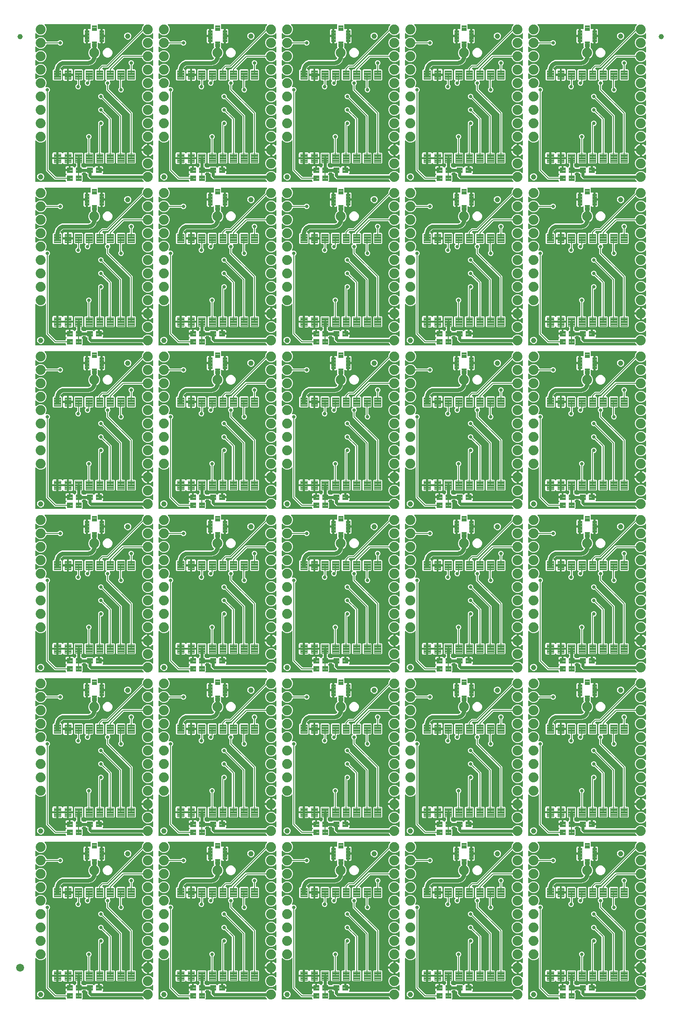
<source format=gtl>
G04 EAGLE Gerber RS-274X export*
G75*
%MOMM*%
%FSLAX34Y34*%
%LPD*%
%INTop Copper*%
%IPPOS*%
%AMOC8*
5,1,8,0,0,1.08239X$1,22.5*%
G01*
%ADD10C,1.000000*%
%ADD11C,0.108000*%
%ADD12C,0.100000*%
%ADD13C,1.879600*%
%ADD14C,0.102000*%
%ADD15C,1.500000*%
%ADD16C,0.660400*%
%ADD17C,0.558800*%
%ADD18C,0.177800*%
%ADD19C,0.739141*%

G36*
X994184Y632596D02*
X994184Y632596D01*
X994242Y632594D01*
X994324Y632616D01*
X994408Y632628D01*
X994461Y632651D01*
X994517Y632666D01*
X994590Y632709D01*
X994667Y632744D01*
X994712Y632782D01*
X994762Y632811D01*
X994820Y632873D01*
X994884Y632927D01*
X994916Y632976D01*
X994956Y633019D01*
X994995Y633094D01*
X995042Y633164D01*
X995059Y633220D01*
X995086Y633272D01*
X995097Y633340D01*
X995127Y633435D01*
X995130Y633535D01*
X995141Y633603D01*
X995141Y635364D01*
X996171Y636394D01*
X996201Y636433D01*
X996237Y636466D01*
X996286Y636546D01*
X996342Y636621D01*
X996360Y636667D01*
X996385Y636708D01*
X996410Y636799D01*
X996444Y636887D01*
X996448Y636936D01*
X996460Y636983D01*
X996459Y637077D01*
X996467Y637170D01*
X996458Y637218D01*
X996457Y637267D01*
X996430Y637357D01*
X996411Y637449D01*
X996389Y637492D01*
X996375Y637539D01*
X996324Y637618D01*
X996280Y637701D01*
X996247Y637737D01*
X996220Y637778D01*
X996163Y637825D01*
X996084Y637907D01*
X996010Y637951D01*
X995961Y637991D01*
X995553Y638227D01*
X994987Y638793D01*
X994586Y639486D01*
X994379Y640260D01*
X994379Y643129D01*
X1001404Y643129D01*
X1001462Y643137D01*
X1001520Y643135D01*
X1001602Y643157D01*
X1001685Y643169D01*
X1001739Y643193D01*
X1001795Y643207D01*
X1001868Y643250D01*
X1001945Y643285D01*
X1001989Y643323D01*
X1002040Y643353D01*
X1002097Y643414D01*
X1002162Y643469D01*
X1002194Y643517D01*
X1002234Y643560D01*
X1002273Y643635D01*
X1002319Y643705D01*
X1002337Y643761D01*
X1002364Y643813D01*
X1002375Y643881D01*
X1002405Y643976D01*
X1002408Y644076D01*
X1002419Y644144D01*
X1002419Y645161D01*
X1003436Y645161D01*
X1003494Y645169D01*
X1003552Y645168D01*
X1003634Y645189D01*
X1003717Y645201D01*
X1003771Y645225D01*
X1003827Y645239D01*
X1003900Y645282D01*
X1003977Y645317D01*
X1004021Y645355D01*
X1004072Y645385D01*
X1004129Y645446D01*
X1004194Y645501D01*
X1004226Y645549D01*
X1004266Y645592D01*
X1004305Y645667D01*
X1004351Y645737D01*
X1004369Y645793D01*
X1004396Y645845D01*
X1004407Y645913D01*
X1004437Y646008D01*
X1004440Y646108D01*
X1004451Y646176D01*
X1004451Y652701D01*
X1007820Y652701D01*
X1008594Y652494D01*
X1009287Y652093D01*
X1009853Y651527D01*
X1010263Y650817D01*
X1010269Y650788D01*
X1010317Y650696D01*
X1010357Y650601D01*
X1010382Y650570D01*
X1010400Y650536D01*
X1010471Y650460D01*
X1010537Y650380D01*
X1010569Y650358D01*
X1010596Y650329D01*
X1010685Y650277D01*
X1010770Y650218D01*
X1010807Y650205D01*
X1010841Y650186D01*
X1010941Y650160D01*
X1011040Y650127D01*
X1011079Y650125D01*
X1011116Y650116D01*
X1011220Y650119D01*
X1011324Y650114D01*
X1011362Y650123D01*
X1011401Y650125D01*
X1011499Y650157D01*
X1011600Y650181D01*
X1011634Y650200D01*
X1011671Y650212D01*
X1011734Y650257D01*
X1011847Y650321D01*
X1011899Y650375D01*
X1011944Y650407D01*
X1013476Y651939D01*
X1013832Y651939D01*
X1013890Y651947D01*
X1013948Y651945D01*
X1014030Y651967D01*
X1014114Y651979D01*
X1014167Y652002D01*
X1014223Y652017D01*
X1014296Y652060D01*
X1014373Y652095D01*
X1014418Y652133D01*
X1014468Y652162D01*
X1014526Y652224D01*
X1014590Y652278D01*
X1014622Y652327D01*
X1014662Y652370D01*
X1014701Y652445D01*
X1014748Y652515D01*
X1014765Y652571D01*
X1014792Y652623D01*
X1014803Y652691D01*
X1014833Y652786D01*
X1014836Y652886D01*
X1014847Y652954D01*
X1014847Y656216D01*
X1014839Y656274D01*
X1014841Y656332D01*
X1014819Y656414D01*
X1014807Y656498D01*
X1014784Y656551D01*
X1014769Y656607D01*
X1014726Y656680D01*
X1014691Y656757D01*
X1014653Y656802D01*
X1014624Y656852D01*
X1014562Y656910D01*
X1014508Y656974D01*
X1014459Y657006D01*
X1014416Y657046D01*
X1014341Y657085D01*
X1014271Y657132D01*
X1014215Y657149D01*
X1014163Y657176D01*
X1014095Y657187D01*
X1014000Y657217D01*
X1013900Y657220D01*
X1013832Y657231D01*
X1011850Y657231D01*
X1010491Y658590D01*
X1010491Y676930D01*
X1011850Y678289D01*
X1026190Y678289D01*
X1027549Y676930D01*
X1027549Y658590D01*
X1026190Y657231D01*
X1025008Y657231D01*
X1024950Y657223D01*
X1024892Y657225D01*
X1024810Y657203D01*
X1024726Y657191D01*
X1024673Y657168D01*
X1024617Y657153D01*
X1024544Y657110D01*
X1024467Y657075D01*
X1024422Y657037D01*
X1024372Y657008D01*
X1024314Y656946D01*
X1024250Y656892D01*
X1024218Y656843D01*
X1024178Y656800D01*
X1024139Y656725D01*
X1024092Y656655D01*
X1024075Y656599D01*
X1024048Y656547D01*
X1024037Y656479D01*
X1024007Y656384D01*
X1024004Y656284D01*
X1023993Y656216D01*
X1023993Y652954D01*
X1024000Y652905D01*
X1023999Y652896D01*
X1024001Y652891D01*
X1023999Y652838D01*
X1024021Y652756D01*
X1024033Y652672D01*
X1024056Y652619D01*
X1024071Y652563D01*
X1024114Y652490D01*
X1024149Y652413D01*
X1024187Y652368D01*
X1024216Y652318D01*
X1024278Y652260D01*
X1024332Y652196D01*
X1024381Y652164D01*
X1024424Y652124D01*
X1024499Y652085D01*
X1024569Y652038D01*
X1024625Y652021D01*
X1024677Y651994D01*
X1024745Y651983D01*
X1024840Y651953D01*
X1024940Y651950D01*
X1025008Y651939D01*
X1025364Y651939D01*
X1026718Y650585D01*
X1026727Y650550D01*
X1026739Y650466D01*
X1026762Y650413D01*
X1026777Y650357D01*
X1026820Y650284D01*
X1026855Y650207D01*
X1026893Y650162D01*
X1026922Y650112D01*
X1026984Y650054D01*
X1027038Y649990D01*
X1027087Y649958D01*
X1027130Y649918D01*
X1027205Y649879D01*
X1027275Y649832D01*
X1027331Y649815D01*
X1027383Y649788D01*
X1027451Y649777D01*
X1027546Y649747D01*
X1027646Y649744D01*
X1027714Y649733D01*
X1032226Y649733D01*
X1032284Y649741D01*
X1032342Y649739D01*
X1032424Y649761D01*
X1032508Y649773D01*
X1032561Y649796D01*
X1032617Y649811D01*
X1032690Y649854D01*
X1032767Y649889D01*
X1032812Y649927D01*
X1032862Y649956D01*
X1032920Y650018D01*
X1032984Y650072D01*
X1033016Y650121D01*
X1033056Y650164D01*
X1033095Y650239D01*
X1033142Y650309D01*
X1033159Y650365D01*
X1033186Y650417D01*
X1033197Y650485D01*
X1033227Y650580D01*
X1033228Y650590D01*
X1034576Y651939D01*
X1046464Y651939D01*
X1047996Y650407D01*
X1048027Y650384D01*
X1048053Y650354D01*
X1048140Y650299D01*
X1048223Y650236D01*
X1048259Y650222D01*
X1048292Y650201D01*
X1048391Y650172D01*
X1048488Y650135D01*
X1048527Y650132D01*
X1048565Y650121D01*
X1048669Y650120D01*
X1048772Y650111D01*
X1048810Y650119D01*
X1048849Y650119D01*
X1048949Y650147D01*
X1049050Y650167D01*
X1049085Y650185D01*
X1049123Y650196D01*
X1049211Y650251D01*
X1049303Y650298D01*
X1049331Y650325D01*
X1049364Y650346D01*
X1049434Y650423D01*
X1049509Y650494D01*
X1049529Y650528D01*
X1049555Y650557D01*
X1049587Y650627D01*
X1049653Y650739D01*
X1049669Y650803D01*
X1050087Y651527D01*
X1050653Y652093D01*
X1051346Y652494D01*
X1052120Y652701D01*
X1055489Y652701D01*
X1055489Y646176D01*
X1055497Y646118D01*
X1055495Y646060D01*
X1055517Y645978D01*
X1055529Y645895D01*
X1055553Y645841D01*
X1055567Y645785D01*
X1055610Y645712D01*
X1055645Y645635D01*
X1055683Y645591D01*
X1055713Y645540D01*
X1055774Y645483D01*
X1055829Y645418D01*
X1055877Y645386D01*
X1055920Y645346D01*
X1055995Y645307D01*
X1056065Y645261D01*
X1056121Y645243D01*
X1056173Y645216D01*
X1056241Y645205D01*
X1056336Y645175D01*
X1056436Y645172D01*
X1056504Y645161D01*
X1057521Y645161D01*
X1057521Y644144D01*
X1057529Y644086D01*
X1057528Y644028D01*
X1057549Y643946D01*
X1057561Y643863D01*
X1057585Y643809D01*
X1057599Y643753D01*
X1057642Y643680D01*
X1057677Y643603D01*
X1057715Y643558D01*
X1057745Y643508D01*
X1057806Y643450D01*
X1057861Y643386D01*
X1057909Y643354D01*
X1057952Y643314D01*
X1058027Y643275D01*
X1058097Y643229D01*
X1058153Y643211D01*
X1058205Y643184D01*
X1058273Y643173D01*
X1058368Y643143D01*
X1058468Y643140D01*
X1058536Y643129D01*
X1065561Y643129D01*
X1065561Y640260D01*
X1065354Y639486D01*
X1064953Y638793D01*
X1064926Y638766D01*
X1064909Y638742D01*
X1064886Y638723D01*
X1064823Y638629D01*
X1064755Y638539D01*
X1064745Y638511D01*
X1064729Y638487D01*
X1064694Y638379D01*
X1064654Y638273D01*
X1064652Y638244D01*
X1064643Y638216D01*
X1064640Y638103D01*
X1064630Y637990D01*
X1064636Y637961D01*
X1064635Y637932D01*
X1064664Y637822D01*
X1064686Y637711D01*
X1064700Y637685D01*
X1064707Y637657D01*
X1064765Y637559D01*
X1064817Y637459D01*
X1064838Y637437D01*
X1064853Y637412D01*
X1064935Y637335D01*
X1065013Y637253D01*
X1065038Y637238D01*
X1065060Y637218D01*
X1065161Y637166D01*
X1065258Y637109D01*
X1065287Y637102D01*
X1065313Y637088D01*
X1065390Y637075D01*
X1065534Y637039D01*
X1065596Y637041D01*
X1065644Y637033D01*
X1139738Y637033D01*
X1139740Y637033D01*
X1139741Y637033D01*
X1139882Y637053D01*
X1140020Y637073D01*
X1140021Y637073D01*
X1140023Y637073D01*
X1140150Y637131D01*
X1140279Y637189D01*
X1140280Y637190D01*
X1140282Y637191D01*
X1140389Y637282D01*
X1140496Y637372D01*
X1140497Y637374D01*
X1140498Y637375D01*
X1140506Y637388D01*
X1140654Y637609D01*
X1140663Y637638D01*
X1140676Y637659D01*
X1141145Y638791D01*
X1144289Y641935D01*
X1148397Y643637D01*
X1152843Y643637D01*
X1156951Y641935D01*
X1158792Y640094D01*
X1158816Y640076D01*
X1158835Y640054D01*
X1158887Y640019D01*
X1158909Y639999D01*
X1158940Y639983D01*
X1159019Y639923D01*
X1159047Y639913D01*
X1159071Y639897D01*
X1159179Y639862D01*
X1159285Y639822D01*
X1159314Y639820D01*
X1159342Y639811D01*
X1159456Y639808D01*
X1159568Y639798D01*
X1159597Y639804D01*
X1159626Y639803D01*
X1159736Y639832D01*
X1159847Y639854D01*
X1159873Y639868D01*
X1159901Y639875D01*
X1159999Y639933D01*
X1160099Y639985D01*
X1160121Y640006D01*
X1160146Y640021D01*
X1160223Y640103D01*
X1160305Y640181D01*
X1160320Y640206D01*
X1160340Y640228D01*
X1160392Y640329D01*
X1160449Y640426D01*
X1160456Y640455D01*
X1160470Y640481D01*
X1160483Y640558D01*
X1160499Y640624D01*
X1160511Y640661D01*
X1160512Y640672D01*
X1160519Y640702D01*
X1160517Y640764D01*
X1160525Y640812D01*
X1160525Y649508D01*
X1160521Y649537D01*
X1160524Y649566D01*
X1160501Y649677D01*
X1160485Y649789D01*
X1160473Y649816D01*
X1160468Y649845D01*
X1160415Y649946D01*
X1160369Y650049D01*
X1160350Y650071D01*
X1160337Y650097D01*
X1160259Y650179D01*
X1160186Y650266D01*
X1160161Y650282D01*
X1160141Y650303D01*
X1160043Y650361D01*
X1159949Y650423D01*
X1159921Y650432D01*
X1159896Y650447D01*
X1159786Y650475D01*
X1159678Y650509D01*
X1159648Y650510D01*
X1159620Y650517D01*
X1159507Y650514D01*
X1159394Y650517D01*
X1159365Y650509D01*
X1159336Y650508D01*
X1159228Y650473D01*
X1159119Y650445D01*
X1159093Y650430D01*
X1159065Y650421D01*
X1159002Y650375D01*
X1158874Y650299D01*
X1158831Y650254D01*
X1158792Y650226D01*
X1156951Y648385D01*
X1152843Y646683D01*
X1148397Y646683D01*
X1144289Y648385D01*
X1141145Y651529D01*
X1139443Y655637D01*
X1139443Y660083D01*
X1141145Y664191D01*
X1144289Y667335D01*
X1148397Y669037D01*
X1152843Y669037D01*
X1156951Y667335D01*
X1158792Y665494D01*
X1158816Y665476D01*
X1158835Y665454D01*
X1158929Y665391D01*
X1159019Y665323D01*
X1159047Y665313D01*
X1159071Y665297D01*
X1159179Y665262D01*
X1159285Y665222D01*
X1159314Y665220D01*
X1159342Y665211D01*
X1159456Y665208D01*
X1159568Y665198D01*
X1159597Y665204D01*
X1159626Y665203D01*
X1159736Y665232D01*
X1159847Y665254D01*
X1159873Y665268D01*
X1159901Y665275D01*
X1159999Y665333D01*
X1160099Y665385D01*
X1160121Y665406D01*
X1160146Y665421D01*
X1160223Y665503D01*
X1160305Y665581D01*
X1160320Y665606D01*
X1160340Y665628D01*
X1160392Y665729D01*
X1160449Y665826D01*
X1160456Y665855D01*
X1160470Y665881D01*
X1160483Y665958D01*
X1160519Y666102D01*
X1160517Y666164D01*
X1160525Y666212D01*
X1160525Y673830D01*
X1160521Y673859D01*
X1160524Y673889D01*
X1160501Y674000D01*
X1160485Y674112D01*
X1160473Y674139D01*
X1160468Y674167D01*
X1160416Y674268D01*
X1160369Y674371D01*
X1160350Y674394D01*
X1160337Y674420D01*
X1160259Y674502D01*
X1160186Y674588D01*
X1160161Y674605D01*
X1160141Y674626D01*
X1160043Y674683D01*
X1159949Y674746D01*
X1159921Y674755D01*
X1159896Y674770D01*
X1159786Y674797D01*
X1159678Y674832D01*
X1159649Y674832D01*
X1159620Y674840D01*
X1159507Y674836D01*
X1159394Y674839D01*
X1159365Y674832D01*
X1159336Y674831D01*
X1159228Y674796D01*
X1159119Y674767D01*
X1159093Y674752D01*
X1159065Y674743D01*
X1159001Y674697D01*
X1158874Y674622D01*
X1158831Y674576D01*
X1158792Y674548D01*
X1158398Y674154D01*
X1156877Y673049D01*
X1155203Y672196D01*
X1153416Y671615D01*
X1152651Y671494D01*
X1152651Y682244D01*
X1152643Y682302D01*
X1152645Y682360D01*
X1152623Y682442D01*
X1152611Y682525D01*
X1152587Y682579D01*
X1152573Y682635D01*
X1152530Y682708D01*
X1152495Y682785D01*
X1152457Y682829D01*
X1152427Y682880D01*
X1152366Y682937D01*
X1152311Y683002D01*
X1152263Y683034D01*
X1152220Y683074D01*
X1152145Y683113D01*
X1152075Y683159D01*
X1152019Y683177D01*
X1151967Y683204D01*
X1151899Y683215D01*
X1151804Y683245D01*
X1151704Y683248D01*
X1151636Y683259D01*
X1150619Y683259D01*
X1150619Y683261D01*
X1151636Y683261D01*
X1151694Y683269D01*
X1151752Y683268D01*
X1151834Y683289D01*
X1151917Y683301D01*
X1151971Y683325D01*
X1152027Y683339D01*
X1152100Y683382D01*
X1152177Y683417D01*
X1152222Y683455D01*
X1152272Y683485D01*
X1152330Y683546D01*
X1152394Y683601D01*
X1152426Y683649D01*
X1152466Y683692D01*
X1152505Y683767D01*
X1152551Y683837D01*
X1152569Y683893D01*
X1152596Y683945D01*
X1152607Y684013D01*
X1152637Y684108D01*
X1152640Y684208D01*
X1152651Y684276D01*
X1152651Y695026D01*
X1153416Y694905D01*
X1155203Y694324D01*
X1156877Y693471D01*
X1158398Y692366D01*
X1158792Y691972D01*
X1158816Y691954D01*
X1158835Y691932D01*
X1158929Y691869D01*
X1159019Y691801D01*
X1159047Y691790D01*
X1159071Y691774D01*
X1159179Y691740D01*
X1159285Y691700D01*
X1159314Y691697D01*
X1159342Y691688D01*
X1159455Y691685D01*
X1159568Y691676D01*
X1159597Y691682D01*
X1159626Y691681D01*
X1159736Y691710D01*
X1159847Y691732D01*
X1159873Y691745D01*
X1159901Y691753D01*
X1159999Y691811D01*
X1160099Y691863D01*
X1160121Y691883D01*
X1160146Y691898D01*
X1160223Y691981D01*
X1160305Y692059D01*
X1160320Y692084D01*
X1160340Y692105D01*
X1160392Y692206D01*
X1160449Y692304D01*
X1160456Y692332D01*
X1160470Y692359D01*
X1160483Y692436D01*
X1160519Y692580D01*
X1160517Y692642D01*
X1160525Y692690D01*
X1160525Y700308D01*
X1160521Y700337D01*
X1160524Y700366D01*
X1160501Y700477D01*
X1160485Y700589D01*
X1160473Y700616D01*
X1160468Y700645D01*
X1160415Y700746D01*
X1160369Y700849D01*
X1160350Y700871D01*
X1160337Y700897D01*
X1160259Y700979D01*
X1160186Y701066D01*
X1160161Y701082D01*
X1160141Y701103D01*
X1160043Y701161D01*
X1159949Y701223D01*
X1159921Y701232D01*
X1159896Y701247D01*
X1159786Y701275D01*
X1159678Y701309D01*
X1159648Y701310D01*
X1159620Y701317D01*
X1159507Y701314D01*
X1159394Y701317D01*
X1159365Y701309D01*
X1159336Y701308D01*
X1159228Y701273D01*
X1159119Y701245D01*
X1159093Y701230D01*
X1159065Y701221D01*
X1159002Y701175D01*
X1158874Y701099D01*
X1158831Y701054D01*
X1158792Y701026D01*
X1156951Y699185D01*
X1152843Y697483D01*
X1148397Y697483D01*
X1144289Y699185D01*
X1141145Y702329D01*
X1139443Y706437D01*
X1139443Y710883D01*
X1141145Y714991D01*
X1144289Y718135D01*
X1148397Y719837D01*
X1152843Y719837D01*
X1156951Y718135D01*
X1158792Y716294D01*
X1158816Y716276D01*
X1158835Y716254D01*
X1158929Y716191D01*
X1159019Y716123D01*
X1159047Y716113D01*
X1159071Y716097D01*
X1159179Y716062D01*
X1159285Y716022D01*
X1159314Y716020D01*
X1159342Y716011D01*
X1159456Y716008D01*
X1159568Y715998D01*
X1159597Y716004D01*
X1159626Y716003D01*
X1159736Y716032D01*
X1159847Y716054D01*
X1159873Y716068D01*
X1159901Y716075D01*
X1159999Y716133D01*
X1160099Y716185D01*
X1160121Y716206D01*
X1160146Y716221D01*
X1160223Y716303D01*
X1160305Y716381D01*
X1160320Y716406D01*
X1160340Y716428D01*
X1160392Y716529D01*
X1160449Y716626D01*
X1160456Y716655D01*
X1160470Y716681D01*
X1160483Y716758D01*
X1160519Y716902D01*
X1160517Y716964D01*
X1160525Y717012D01*
X1160525Y725708D01*
X1160521Y725737D01*
X1160524Y725766D01*
X1160501Y725877D01*
X1160485Y725989D01*
X1160473Y726016D01*
X1160468Y726045D01*
X1160415Y726146D01*
X1160369Y726249D01*
X1160350Y726271D01*
X1160337Y726297D01*
X1160259Y726379D01*
X1160186Y726466D01*
X1160161Y726482D01*
X1160141Y726503D01*
X1160043Y726561D01*
X1159949Y726623D01*
X1159921Y726632D01*
X1159896Y726647D01*
X1159786Y726675D01*
X1159678Y726709D01*
X1159648Y726710D01*
X1159620Y726717D01*
X1159507Y726714D01*
X1159394Y726717D01*
X1159365Y726709D01*
X1159336Y726708D01*
X1159228Y726673D01*
X1159119Y726645D01*
X1159093Y726630D01*
X1159065Y726621D01*
X1159002Y726575D01*
X1158874Y726499D01*
X1158831Y726454D01*
X1158792Y726426D01*
X1156951Y724585D01*
X1152843Y722883D01*
X1148397Y722883D01*
X1144289Y724585D01*
X1141145Y727729D01*
X1139443Y731837D01*
X1139443Y736283D01*
X1141145Y740391D01*
X1144289Y743535D01*
X1148397Y745237D01*
X1152843Y745237D01*
X1156951Y743535D01*
X1158792Y741694D01*
X1158816Y741676D01*
X1158835Y741654D01*
X1158929Y741591D01*
X1159019Y741523D01*
X1159047Y741513D01*
X1159071Y741497D01*
X1159179Y741462D01*
X1159285Y741422D01*
X1159314Y741420D01*
X1159342Y741411D01*
X1159456Y741408D01*
X1159568Y741398D01*
X1159597Y741404D01*
X1159626Y741403D01*
X1159736Y741432D01*
X1159847Y741454D01*
X1159873Y741468D01*
X1159901Y741475D01*
X1159999Y741533D01*
X1160099Y741585D01*
X1160121Y741606D01*
X1160146Y741621D01*
X1160223Y741703D01*
X1160305Y741781D01*
X1160320Y741806D01*
X1160340Y741828D01*
X1160392Y741929D01*
X1160449Y742026D01*
X1160456Y742055D01*
X1160470Y742081D01*
X1160483Y742158D01*
X1160519Y742302D01*
X1160517Y742364D01*
X1160525Y742412D01*
X1160525Y751108D01*
X1160521Y751137D01*
X1160524Y751166D01*
X1160501Y751277D01*
X1160485Y751389D01*
X1160473Y751416D01*
X1160468Y751445D01*
X1160415Y751546D01*
X1160369Y751649D01*
X1160350Y751671D01*
X1160337Y751697D01*
X1160259Y751779D01*
X1160186Y751866D01*
X1160161Y751882D01*
X1160141Y751903D01*
X1160043Y751961D01*
X1159949Y752023D01*
X1159921Y752032D01*
X1159896Y752047D01*
X1159786Y752075D01*
X1159678Y752109D01*
X1159648Y752110D01*
X1159620Y752117D01*
X1159507Y752114D01*
X1159394Y752117D01*
X1159365Y752109D01*
X1159336Y752108D01*
X1159228Y752073D01*
X1159119Y752045D01*
X1159093Y752030D01*
X1159065Y752021D01*
X1159002Y751975D01*
X1158874Y751899D01*
X1158831Y751854D01*
X1158792Y751826D01*
X1156951Y749985D01*
X1152843Y748283D01*
X1148397Y748283D01*
X1144289Y749985D01*
X1141145Y753129D01*
X1139443Y757237D01*
X1139443Y761683D01*
X1141145Y765791D01*
X1144289Y768935D01*
X1148397Y770637D01*
X1152843Y770637D01*
X1156951Y768935D01*
X1158792Y767094D01*
X1158816Y767076D01*
X1158835Y767054D01*
X1158929Y766991D01*
X1159019Y766923D01*
X1159047Y766913D01*
X1159071Y766897D01*
X1159179Y766862D01*
X1159285Y766822D01*
X1159314Y766820D01*
X1159342Y766811D01*
X1159456Y766808D01*
X1159568Y766798D01*
X1159597Y766804D01*
X1159626Y766803D01*
X1159736Y766832D01*
X1159847Y766854D01*
X1159873Y766868D01*
X1159901Y766875D01*
X1159999Y766933D01*
X1160099Y766985D01*
X1160121Y767006D01*
X1160146Y767021D01*
X1160223Y767103D01*
X1160305Y767181D01*
X1160320Y767206D01*
X1160340Y767228D01*
X1160392Y767329D01*
X1160449Y767426D01*
X1160456Y767455D01*
X1160470Y767481D01*
X1160483Y767558D01*
X1160519Y767702D01*
X1160517Y767764D01*
X1160525Y767812D01*
X1160525Y776508D01*
X1160521Y776537D01*
X1160524Y776566D01*
X1160501Y776677D01*
X1160485Y776789D01*
X1160473Y776816D01*
X1160468Y776845D01*
X1160415Y776946D01*
X1160369Y777049D01*
X1160350Y777071D01*
X1160337Y777097D01*
X1160259Y777179D01*
X1160186Y777266D01*
X1160161Y777282D01*
X1160141Y777303D01*
X1160043Y777361D01*
X1159949Y777423D01*
X1159921Y777432D01*
X1159896Y777447D01*
X1159786Y777475D01*
X1159678Y777509D01*
X1159648Y777510D01*
X1159620Y777517D01*
X1159507Y777514D01*
X1159394Y777517D01*
X1159365Y777509D01*
X1159336Y777508D01*
X1159228Y777473D01*
X1159119Y777445D01*
X1159093Y777430D01*
X1159065Y777421D01*
X1159002Y777375D01*
X1158874Y777299D01*
X1158831Y777254D01*
X1158792Y777226D01*
X1156951Y775385D01*
X1152843Y773683D01*
X1148397Y773683D01*
X1144289Y775385D01*
X1141145Y778529D01*
X1139443Y782637D01*
X1139443Y787083D01*
X1141145Y791191D01*
X1144289Y794335D01*
X1148397Y796037D01*
X1152843Y796037D01*
X1156951Y794335D01*
X1158792Y792494D01*
X1158816Y792476D01*
X1158835Y792454D01*
X1158929Y792391D01*
X1159019Y792323D01*
X1159047Y792313D01*
X1159071Y792297D01*
X1159179Y792262D01*
X1159285Y792222D01*
X1159314Y792220D01*
X1159342Y792211D01*
X1159456Y792208D01*
X1159568Y792198D01*
X1159597Y792204D01*
X1159626Y792203D01*
X1159736Y792232D01*
X1159847Y792254D01*
X1159873Y792268D01*
X1159901Y792275D01*
X1159999Y792333D01*
X1160099Y792385D01*
X1160121Y792406D01*
X1160146Y792421D01*
X1160223Y792503D01*
X1160305Y792581D01*
X1160320Y792606D01*
X1160340Y792628D01*
X1160392Y792729D01*
X1160449Y792826D01*
X1160456Y792855D01*
X1160470Y792881D01*
X1160483Y792958D01*
X1160519Y793102D01*
X1160517Y793164D01*
X1160525Y793212D01*
X1160525Y801908D01*
X1160521Y801937D01*
X1160524Y801966D01*
X1160501Y802077D01*
X1160485Y802189D01*
X1160473Y802216D01*
X1160468Y802245D01*
X1160415Y802346D01*
X1160369Y802449D01*
X1160350Y802471D01*
X1160337Y802497D01*
X1160259Y802579D01*
X1160186Y802666D01*
X1160161Y802682D01*
X1160141Y802703D01*
X1160043Y802761D01*
X1159949Y802823D01*
X1159921Y802832D01*
X1159896Y802847D01*
X1159786Y802875D01*
X1159678Y802909D01*
X1159648Y802910D01*
X1159620Y802917D01*
X1159507Y802914D01*
X1159394Y802917D01*
X1159365Y802909D01*
X1159336Y802908D01*
X1159228Y802873D01*
X1159119Y802845D01*
X1159093Y802830D01*
X1159065Y802821D01*
X1159002Y802775D01*
X1158874Y802699D01*
X1158831Y802654D01*
X1158792Y802626D01*
X1156951Y800785D01*
X1152843Y799083D01*
X1148397Y799083D01*
X1144289Y800785D01*
X1141145Y803929D01*
X1139443Y808037D01*
X1139443Y812483D01*
X1141145Y816591D01*
X1144289Y819735D01*
X1148397Y821437D01*
X1152843Y821437D01*
X1156951Y819735D01*
X1158792Y817894D01*
X1158816Y817876D01*
X1158835Y817854D01*
X1158929Y817791D01*
X1159019Y817723D01*
X1159047Y817713D01*
X1159071Y817697D01*
X1159179Y817662D01*
X1159285Y817622D01*
X1159314Y817620D01*
X1159342Y817611D01*
X1159456Y817608D01*
X1159568Y817598D01*
X1159597Y817604D01*
X1159626Y817603D01*
X1159736Y817632D01*
X1159847Y817654D01*
X1159873Y817668D01*
X1159901Y817675D01*
X1159999Y817733D01*
X1160099Y817785D01*
X1160121Y817806D01*
X1160146Y817821D01*
X1160223Y817903D01*
X1160305Y817981D01*
X1160320Y818006D01*
X1160340Y818028D01*
X1160392Y818129D01*
X1160449Y818226D01*
X1160456Y818255D01*
X1160470Y818281D01*
X1160483Y818358D01*
X1160519Y818502D01*
X1160517Y818564D01*
X1160525Y818612D01*
X1160525Y827308D01*
X1160521Y827337D01*
X1160524Y827366D01*
X1160501Y827477D01*
X1160485Y827589D01*
X1160473Y827616D01*
X1160468Y827645D01*
X1160415Y827746D01*
X1160369Y827849D01*
X1160350Y827871D01*
X1160337Y827897D01*
X1160259Y827979D01*
X1160186Y828066D01*
X1160161Y828082D01*
X1160141Y828103D01*
X1160043Y828161D01*
X1159949Y828223D01*
X1159921Y828232D01*
X1159896Y828247D01*
X1159786Y828275D01*
X1159678Y828309D01*
X1159648Y828310D01*
X1159620Y828317D01*
X1159507Y828314D01*
X1159394Y828317D01*
X1159365Y828309D01*
X1159336Y828308D01*
X1159228Y828273D01*
X1159119Y828245D01*
X1159093Y828230D01*
X1159065Y828221D01*
X1159002Y828175D01*
X1158874Y828099D01*
X1158831Y828054D01*
X1158792Y828026D01*
X1156951Y826185D01*
X1152843Y824483D01*
X1148397Y824483D01*
X1144289Y826185D01*
X1141145Y829329D01*
X1139443Y833437D01*
X1139443Y837883D01*
X1141145Y841991D01*
X1144289Y845135D01*
X1148397Y846837D01*
X1152843Y846837D01*
X1156951Y845135D01*
X1158792Y843294D01*
X1158816Y843276D01*
X1158835Y843254D01*
X1158929Y843191D01*
X1159019Y843123D01*
X1159047Y843113D01*
X1159071Y843097D01*
X1159179Y843062D01*
X1159285Y843022D01*
X1159314Y843020D01*
X1159342Y843011D01*
X1159456Y843008D01*
X1159568Y842998D01*
X1159597Y843004D01*
X1159626Y843003D01*
X1159736Y843032D01*
X1159847Y843054D01*
X1159873Y843068D01*
X1159901Y843075D01*
X1159999Y843133D01*
X1160099Y843185D01*
X1160121Y843206D01*
X1160146Y843221D01*
X1160223Y843303D01*
X1160305Y843381D01*
X1160320Y843406D01*
X1160340Y843428D01*
X1160392Y843529D01*
X1160449Y843626D01*
X1160456Y843655D01*
X1160470Y843681D01*
X1160483Y843758D01*
X1160519Y843902D01*
X1160517Y843964D01*
X1160525Y844012D01*
X1160525Y852708D01*
X1160521Y852737D01*
X1160524Y852766D01*
X1160501Y852877D01*
X1160485Y852989D01*
X1160473Y853016D01*
X1160468Y853045D01*
X1160415Y853146D01*
X1160369Y853249D01*
X1160350Y853271D01*
X1160337Y853297D01*
X1160259Y853379D01*
X1160186Y853466D01*
X1160161Y853482D01*
X1160141Y853503D01*
X1160043Y853561D01*
X1159949Y853623D01*
X1159921Y853632D01*
X1159896Y853647D01*
X1159786Y853675D01*
X1159678Y853709D01*
X1159648Y853710D01*
X1159620Y853717D01*
X1159507Y853714D01*
X1159394Y853717D01*
X1159365Y853709D01*
X1159336Y853708D01*
X1159228Y853673D01*
X1159119Y853645D01*
X1159093Y853630D01*
X1159065Y853621D01*
X1159002Y853575D01*
X1158874Y853499D01*
X1158831Y853454D01*
X1158792Y853426D01*
X1156951Y851585D01*
X1152843Y849883D01*
X1148397Y849883D01*
X1144289Y851585D01*
X1141145Y854729D01*
X1139887Y857766D01*
X1139886Y857767D01*
X1139886Y857768D01*
X1139816Y857887D01*
X1139743Y858010D01*
X1139741Y858011D01*
X1139741Y858013D01*
X1139637Y858110D01*
X1139536Y858206D01*
X1139534Y858206D01*
X1139533Y858207D01*
X1139407Y858272D01*
X1139283Y858336D01*
X1139282Y858336D01*
X1139280Y858337D01*
X1139265Y858339D01*
X1139004Y858391D01*
X1138974Y858388D01*
X1138949Y858392D01*
X1105156Y858392D01*
X1105069Y858380D01*
X1104982Y858377D01*
X1104929Y858360D01*
X1104874Y858352D01*
X1104794Y858317D01*
X1104711Y858290D01*
X1104672Y858262D01*
X1104615Y858236D01*
X1104502Y858140D01*
X1104438Y858095D01*
X1084365Y838022D01*
X1084347Y837998D01*
X1084325Y837979D01*
X1084262Y837885D01*
X1084194Y837795D01*
X1084183Y837767D01*
X1084167Y837743D01*
X1084133Y837635D01*
X1084092Y837529D01*
X1084090Y837500D01*
X1084081Y837472D01*
X1084078Y837358D01*
X1084069Y837246D01*
X1084075Y837217D01*
X1084074Y837188D01*
X1084103Y837078D01*
X1084125Y836967D01*
X1084138Y836941D01*
X1084146Y836913D01*
X1084204Y836815D01*
X1084256Y836715D01*
X1084276Y836693D01*
X1084291Y836668D01*
X1084374Y836591D01*
X1084452Y836509D01*
X1084477Y836494D01*
X1084498Y836474D01*
X1084599Y836422D01*
X1084697Y836365D01*
X1084725Y836358D01*
X1084751Y836344D01*
X1084829Y836331D01*
X1084972Y836295D01*
X1085035Y836297D01*
X1085082Y836289D01*
X1086190Y836289D01*
X1087549Y834930D01*
X1087549Y816590D01*
X1086190Y815231D01*
X1079085Y815231D01*
X1079056Y815227D01*
X1079027Y815230D01*
X1078916Y815207D01*
X1078803Y815191D01*
X1078777Y815179D01*
X1078748Y815174D01*
X1078647Y815121D01*
X1078544Y815075D01*
X1078522Y815056D01*
X1078496Y815043D01*
X1078413Y814965D01*
X1078327Y814892D01*
X1078311Y814867D01*
X1078290Y814847D01*
X1078232Y814749D01*
X1078169Y814655D01*
X1078161Y814627D01*
X1078146Y814602D01*
X1078118Y814492D01*
X1078084Y814384D01*
X1078083Y814354D01*
X1078076Y814326D01*
X1078079Y814213D01*
X1078076Y814100D01*
X1078084Y814071D01*
X1078085Y814042D01*
X1078120Y813934D01*
X1078148Y813825D01*
X1078163Y813799D01*
X1078172Y813771D01*
X1078218Y813707D01*
X1078293Y813580D01*
X1078339Y813537D01*
X1078367Y813498D01*
X1078727Y813138D01*
X1079501Y811271D01*
X1079501Y809249D01*
X1078727Y807382D01*
X1077385Y806040D01*
X1077333Y805970D01*
X1077273Y805906D01*
X1077247Y805857D01*
X1077214Y805813D01*
X1077183Y805731D01*
X1077143Y805653D01*
X1077135Y805605D01*
X1077113Y805547D01*
X1077108Y805488D01*
X1077102Y805468D01*
X1077100Y805394D01*
X1077088Y805322D01*
X1077088Y799086D01*
X1077100Y798999D01*
X1077103Y798912D01*
X1077120Y798859D01*
X1077128Y798804D01*
X1077163Y798724D01*
X1077190Y798641D01*
X1077218Y798602D01*
X1077244Y798545D01*
X1077340Y798431D01*
X1077385Y798368D01*
X1121688Y754065D01*
X1121688Y679304D01*
X1121696Y679246D01*
X1121694Y679188D01*
X1121716Y679106D01*
X1121728Y679022D01*
X1121751Y678969D01*
X1121766Y678913D01*
X1121809Y678840D01*
X1121844Y678763D01*
X1121882Y678718D01*
X1121911Y678668D01*
X1121973Y678610D01*
X1122027Y678546D01*
X1122076Y678514D01*
X1122119Y678474D01*
X1122194Y678435D01*
X1122264Y678388D01*
X1122320Y678371D01*
X1122372Y678344D01*
X1122440Y678333D01*
X1122535Y678303D01*
X1122635Y678300D01*
X1122703Y678289D01*
X1126190Y678289D01*
X1127549Y676930D01*
X1127549Y658590D01*
X1126190Y657231D01*
X1111850Y657231D01*
X1110491Y658590D01*
X1110491Y676930D01*
X1111850Y678289D01*
X1115337Y678289D01*
X1115395Y678297D01*
X1115453Y678295D01*
X1115535Y678317D01*
X1115619Y678329D01*
X1115672Y678352D01*
X1115728Y678367D01*
X1115801Y678410D01*
X1115878Y678445D01*
X1115923Y678483D01*
X1115973Y678512D01*
X1116031Y678574D01*
X1116095Y678628D01*
X1116127Y678677D01*
X1116167Y678720D01*
X1116206Y678795D01*
X1116253Y678865D01*
X1116270Y678921D01*
X1116297Y678973D01*
X1116308Y679041D01*
X1116338Y679136D01*
X1116341Y679236D01*
X1116352Y679304D01*
X1116352Y751434D01*
X1116340Y751521D01*
X1116337Y751608D01*
X1116320Y751661D01*
X1116312Y751716D01*
X1116277Y751796D01*
X1116250Y751879D01*
X1116222Y751918D01*
X1116196Y751975D01*
X1116100Y752089D01*
X1116055Y752152D01*
X1071752Y796455D01*
X1071752Y805322D01*
X1071745Y805376D01*
X1071746Y805416D01*
X1071739Y805441D01*
X1071737Y805496D01*
X1071720Y805549D01*
X1071712Y805603D01*
X1071677Y805683D01*
X1071650Y805766D01*
X1071622Y805806D01*
X1071596Y805863D01*
X1071500Y805976D01*
X1071455Y806040D01*
X1070113Y807382D01*
X1069339Y809249D01*
X1069339Y811271D01*
X1070113Y813138D01*
X1071310Y814335D01*
X1071345Y814382D01*
X1071387Y814422D01*
X1071430Y814495D01*
X1071481Y814562D01*
X1071502Y814617D01*
X1071531Y814667D01*
X1071552Y814749D01*
X1071582Y814828D01*
X1071587Y814886D01*
X1071601Y814943D01*
X1071599Y815027D01*
X1071606Y815111D01*
X1071594Y815169D01*
X1071592Y815227D01*
X1071566Y815307D01*
X1071550Y815390D01*
X1071523Y815442D01*
X1071505Y815498D01*
X1071465Y815554D01*
X1071419Y815642D01*
X1071350Y815715D01*
X1071310Y815771D01*
X1070491Y816590D01*
X1070491Y834930D01*
X1071850Y836289D01*
X1075337Y836289D01*
X1075395Y836297D01*
X1075453Y836295D01*
X1075535Y836317D01*
X1075619Y836329D01*
X1075672Y836352D01*
X1075728Y836367D01*
X1075801Y836410D01*
X1075878Y836445D01*
X1075923Y836483D01*
X1075973Y836512D01*
X1076031Y836574D01*
X1076095Y836628D01*
X1076127Y836677D01*
X1076167Y836720D01*
X1076206Y836795D01*
X1076253Y836865D01*
X1076270Y836921D01*
X1076297Y836973D01*
X1076308Y837041D01*
X1076338Y837136D01*
X1076341Y837236D01*
X1076352Y837304D01*
X1076352Y837555D01*
X1102525Y863728D01*
X1138949Y863728D01*
X1138951Y863728D01*
X1138952Y863728D01*
X1139092Y863748D01*
X1139231Y863768D01*
X1139232Y863768D01*
X1139234Y863768D01*
X1139359Y863825D01*
X1139490Y863884D01*
X1139491Y863885D01*
X1139493Y863886D01*
X1139599Y863976D01*
X1139707Y864067D01*
X1139708Y864069D01*
X1139709Y864070D01*
X1139717Y864083D01*
X1139865Y864304D01*
X1139874Y864333D01*
X1139887Y864354D01*
X1141145Y867391D01*
X1144289Y870535D01*
X1148397Y872237D01*
X1152843Y872237D01*
X1156951Y870535D01*
X1158792Y868694D01*
X1158816Y868676D01*
X1158835Y868654D01*
X1158929Y868591D01*
X1159019Y868523D01*
X1159047Y868513D01*
X1159071Y868497D01*
X1159179Y868462D01*
X1159285Y868422D01*
X1159314Y868420D01*
X1159342Y868411D01*
X1159456Y868408D01*
X1159568Y868398D01*
X1159597Y868404D01*
X1159626Y868403D01*
X1159736Y868432D01*
X1159847Y868454D01*
X1159873Y868468D01*
X1159901Y868475D01*
X1159999Y868533D01*
X1160099Y868585D01*
X1160121Y868606D01*
X1160146Y868621D01*
X1160223Y868703D01*
X1160305Y868781D01*
X1160320Y868806D01*
X1160340Y868828D01*
X1160392Y868929D01*
X1160449Y869026D01*
X1160456Y869055D01*
X1160470Y869081D01*
X1160483Y869158D01*
X1160519Y869302D01*
X1160517Y869364D01*
X1160525Y869412D01*
X1160525Y878108D01*
X1160521Y878137D01*
X1160524Y878166D01*
X1160501Y878277D01*
X1160485Y878389D01*
X1160473Y878416D01*
X1160468Y878445D01*
X1160415Y878546D01*
X1160369Y878649D01*
X1160350Y878671D01*
X1160337Y878697D01*
X1160259Y878779D01*
X1160186Y878866D01*
X1160161Y878882D01*
X1160141Y878903D01*
X1160043Y878961D01*
X1159949Y879023D01*
X1159921Y879032D01*
X1159896Y879047D01*
X1159786Y879075D01*
X1159678Y879109D01*
X1159648Y879110D01*
X1159620Y879117D01*
X1159507Y879114D01*
X1159394Y879117D01*
X1159365Y879109D01*
X1159336Y879108D01*
X1159228Y879073D01*
X1159119Y879045D01*
X1159093Y879030D01*
X1159065Y879021D01*
X1159002Y878975D01*
X1158874Y878899D01*
X1158831Y878854D01*
X1158792Y878826D01*
X1156951Y876985D01*
X1152843Y875283D01*
X1148397Y875283D01*
X1144289Y876985D01*
X1141145Y880129D01*
X1139443Y884237D01*
X1139443Y888683D01*
X1141145Y892791D01*
X1144289Y895935D01*
X1148397Y897637D01*
X1152843Y897637D01*
X1156951Y895935D01*
X1158792Y894094D01*
X1158816Y894076D01*
X1158835Y894054D01*
X1158929Y893991D01*
X1159019Y893923D01*
X1159047Y893913D01*
X1159071Y893897D01*
X1159179Y893862D01*
X1159285Y893822D01*
X1159314Y893820D01*
X1159342Y893811D01*
X1159456Y893808D01*
X1159568Y893798D01*
X1159597Y893804D01*
X1159626Y893803D01*
X1159736Y893832D01*
X1159847Y893854D01*
X1159873Y893868D01*
X1159901Y893875D01*
X1159999Y893933D01*
X1160099Y893985D01*
X1160121Y894006D01*
X1160146Y894021D01*
X1160223Y894103D01*
X1160305Y894181D01*
X1160320Y894206D01*
X1160340Y894228D01*
X1160392Y894329D01*
X1160449Y894426D01*
X1160456Y894455D01*
X1160470Y894481D01*
X1160483Y894558D01*
X1160519Y894702D01*
X1160517Y894764D01*
X1160525Y894812D01*
X1160525Y903508D01*
X1160521Y903537D01*
X1160524Y903566D01*
X1160501Y903677D01*
X1160485Y903789D01*
X1160473Y903816D01*
X1160468Y903845D01*
X1160415Y903946D01*
X1160369Y904049D01*
X1160350Y904071D01*
X1160337Y904097D01*
X1160259Y904179D01*
X1160186Y904266D01*
X1160161Y904282D01*
X1160141Y904303D01*
X1160043Y904361D01*
X1159949Y904423D01*
X1159921Y904432D01*
X1159896Y904447D01*
X1159786Y904475D01*
X1159678Y904509D01*
X1159648Y904510D01*
X1159620Y904517D01*
X1159507Y904514D01*
X1159394Y904517D01*
X1159365Y904509D01*
X1159336Y904508D01*
X1159228Y904473D01*
X1159119Y904445D01*
X1159093Y904430D01*
X1159065Y904421D01*
X1159002Y904375D01*
X1158874Y904299D01*
X1158831Y904254D01*
X1158792Y904226D01*
X1156951Y902385D01*
X1152843Y900683D01*
X1148397Y900683D01*
X1144289Y902385D01*
X1141511Y905163D01*
X1141464Y905198D01*
X1141424Y905240D01*
X1141351Y905283D01*
X1141284Y905334D01*
X1141229Y905354D01*
X1141179Y905384D01*
X1141097Y905405D01*
X1141018Y905435D01*
X1140960Y905440D01*
X1140903Y905454D01*
X1140819Y905451D01*
X1140735Y905458D01*
X1140678Y905447D01*
X1140619Y905445D01*
X1140539Y905419D01*
X1140456Y905402D01*
X1140404Y905375D01*
X1140349Y905357D01*
X1140292Y905317D01*
X1140204Y905271D01*
X1140131Y905203D01*
X1140075Y905163D01*
X1076115Y841202D01*
X1074255Y839342D01*
X1065786Y839342D01*
X1065699Y839330D01*
X1065612Y839327D01*
X1065559Y839310D01*
X1065504Y839302D01*
X1065424Y839267D01*
X1065341Y839240D01*
X1065302Y839212D01*
X1065245Y839186D01*
X1065132Y839090D01*
X1065068Y839045D01*
X1064045Y838022D01*
X1064027Y837998D01*
X1064005Y837979D01*
X1063942Y837885D01*
X1063874Y837795D01*
X1063863Y837767D01*
X1063847Y837743D01*
X1063813Y837635D01*
X1063772Y837529D01*
X1063770Y837500D01*
X1063761Y837472D01*
X1063758Y837358D01*
X1063749Y837246D01*
X1063755Y837217D01*
X1063754Y837188D01*
X1063783Y837078D01*
X1063805Y836967D01*
X1063818Y836941D01*
X1063826Y836913D01*
X1063883Y836815D01*
X1063936Y836715D01*
X1063956Y836693D01*
X1063971Y836668D01*
X1064054Y836591D01*
X1064132Y836509D01*
X1064157Y836494D01*
X1064178Y836474D01*
X1064279Y836422D01*
X1064377Y836365D01*
X1064405Y836358D01*
X1064431Y836344D01*
X1064509Y836331D01*
X1064652Y836295D01*
X1064715Y836297D01*
X1064762Y836289D01*
X1066190Y836289D01*
X1067549Y834930D01*
X1067549Y816590D01*
X1066190Y815231D01*
X1051850Y815231D01*
X1050491Y816590D01*
X1050491Y834930D01*
X1051850Y836289D01*
X1055337Y836289D01*
X1055395Y836297D01*
X1055453Y836295D01*
X1055535Y836317D01*
X1055619Y836329D01*
X1055672Y836352D01*
X1055728Y836367D01*
X1055801Y836410D01*
X1055878Y836445D01*
X1055923Y836483D01*
X1055973Y836512D01*
X1056031Y836574D01*
X1056095Y836628D01*
X1056127Y836677D01*
X1056167Y836720D01*
X1056206Y836795D01*
X1056253Y836865D01*
X1056270Y836921D01*
X1056297Y836973D01*
X1056308Y837041D01*
X1056338Y837136D01*
X1056341Y837236D01*
X1056352Y837304D01*
X1056352Y837875D01*
X1063155Y844678D01*
X1071624Y844678D01*
X1071711Y844690D01*
X1071798Y844693D01*
X1071851Y844710D01*
X1071906Y844718D01*
X1071986Y844753D01*
X1072069Y844780D01*
X1072108Y844808D01*
X1072165Y844834D01*
X1072279Y844930D01*
X1072342Y844975D01*
X1139146Y911779D01*
X1139198Y911848D01*
X1139258Y911912D01*
X1139284Y911962D01*
X1139317Y912006D01*
X1139348Y912088D01*
X1139388Y912165D01*
X1139396Y912213D01*
X1139418Y912271D01*
X1139430Y912419D01*
X1139443Y912497D01*
X1139443Y914083D01*
X1141145Y918191D01*
X1142986Y920032D01*
X1143004Y920056D01*
X1143026Y920075D01*
X1143089Y920169D01*
X1143157Y920259D01*
X1143167Y920287D01*
X1143183Y920311D01*
X1143218Y920419D01*
X1143258Y920525D01*
X1143260Y920554D01*
X1143269Y920582D01*
X1143272Y920696D01*
X1143282Y920808D01*
X1143276Y920837D01*
X1143277Y920866D01*
X1143248Y920976D01*
X1143226Y921087D01*
X1143212Y921113D01*
X1143205Y921141D01*
X1143147Y921239D01*
X1143095Y921339D01*
X1143074Y921361D01*
X1143059Y921386D01*
X1142977Y921463D01*
X1142899Y921545D01*
X1142874Y921560D01*
X1142852Y921580D01*
X1142751Y921632D01*
X1142654Y921689D01*
X1142625Y921696D01*
X1142599Y921710D01*
X1142522Y921723D01*
X1142378Y921759D01*
X1142316Y921757D01*
X1142268Y921765D01*
X1056588Y921765D01*
X1056559Y921761D01*
X1056530Y921764D01*
X1056419Y921741D01*
X1056307Y921725D01*
X1056280Y921713D01*
X1056251Y921708D01*
X1056151Y921656D01*
X1056047Y921609D01*
X1056025Y921590D01*
X1055999Y921577D01*
X1055917Y921499D01*
X1055830Y921426D01*
X1055814Y921401D01*
X1055793Y921381D01*
X1055736Y921283D01*
X1055673Y921189D01*
X1055664Y921161D01*
X1055649Y921136D01*
X1055621Y921026D01*
X1055587Y920918D01*
X1055586Y920889D01*
X1055579Y920860D01*
X1055583Y920747D01*
X1055580Y920634D01*
X1055587Y920605D01*
X1055588Y920576D01*
X1055623Y920468D01*
X1055652Y920359D01*
X1055667Y920333D01*
X1055676Y920305D01*
X1055721Y920242D01*
X1055797Y920114D01*
X1055799Y920112D01*
X1055799Y913066D01*
X1055804Y913027D01*
X1055802Y912988D01*
X1055824Y912887D01*
X1055839Y912784D01*
X1055855Y912748D01*
X1055863Y912710D01*
X1055912Y912619D01*
X1055955Y912525D01*
X1055980Y912495D01*
X1055999Y912460D01*
X1056072Y912387D01*
X1056138Y912308D01*
X1056171Y912286D01*
X1056198Y912258D01*
X1056289Y912208D01*
X1056375Y912150D01*
X1056412Y912138D01*
X1056446Y912119D01*
X1056547Y912096D01*
X1056646Y912064D01*
X1056685Y912063D01*
X1056723Y912054D01*
X1056827Y912060D01*
X1056930Y912057D01*
X1056968Y912067D01*
X1057007Y912069D01*
X1057080Y912096D01*
X1057205Y912129D01*
X1057269Y912167D01*
X1057322Y912186D01*
X1057852Y912493D01*
X1058628Y912701D01*
X1060739Y912701D01*
X1060739Y900176D01*
X1060747Y900118D01*
X1060745Y900060D01*
X1060767Y899978D01*
X1060779Y899895D01*
X1060803Y899841D01*
X1060817Y899785D01*
X1060860Y899712D01*
X1060895Y899635D01*
X1060933Y899591D01*
X1060963Y899540D01*
X1061024Y899483D01*
X1061079Y899418D01*
X1061127Y899386D01*
X1061170Y899346D01*
X1061245Y899307D01*
X1061315Y899261D01*
X1061371Y899243D01*
X1061423Y899216D01*
X1061491Y899205D01*
X1061586Y899175D01*
X1061686Y899172D01*
X1061754Y899161D01*
X1062771Y899161D01*
X1062771Y899159D01*
X1061754Y899159D01*
X1061696Y899151D01*
X1061638Y899152D01*
X1061556Y899131D01*
X1061473Y899119D01*
X1061419Y899095D01*
X1061363Y899081D01*
X1061290Y899038D01*
X1061213Y899003D01*
X1061168Y898965D01*
X1061118Y898935D01*
X1061060Y898874D01*
X1060996Y898819D01*
X1060964Y898771D01*
X1060924Y898728D01*
X1060885Y898653D01*
X1060839Y898583D01*
X1060821Y898527D01*
X1060794Y898475D01*
X1060783Y898407D01*
X1060753Y898312D01*
X1060750Y898212D01*
X1060739Y898144D01*
X1060739Y885619D01*
X1058628Y885619D01*
X1057852Y885827D01*
X1057322Y886134D01*
X1057285Y886148D01*
X1057253Y886170D01*
X1057154Y886201D01*
X1057058Y886240D01*
X1057019Y886244D01*
X1056982Y886256D01*
X1056878Y886258D01*
X1056775Y886269D01*
X1056737Y886262D01*
X1056698Y886263D01*
X1056597Y886237D01*
X1056495Y886218D01*
X1056460Y886201D01*
X1056423Y886191D01*
X1056334Y886138D01*
X1056241Y886092D01*
X1056212Y886066D01*
X1056178Y886046D01*
X1056107Y885970D01*
X1056031Y885900D01*
X1056010Y885867D01*
X1055984Y885839D01*
X1055936Y885746D01*
X1055882Y885658D01*
X1055872Y885620D01*
X1055854Y885586D01*
X1055841Y885509D01*
X1055807Y885384D01*
X1055808Y885309D01*
X1055799Y885254D01*
X1055799Y878216D01*
X1055627Y878045D01*
X1055592Y877998D01*
X1055550Y877958D01*
X1055507Y877885D01*
X1055456Y877818D01*
X1055436Y877763D01*
X1055406Y877712D01*
X1055385Y877631D01*
X1055355Y877552D01*
X1055350Y877493D01*
X1055336Y877437D01*
X1055339Y877353D01*
X1055332Y877269D01*
X1055343Y877211D01*
X1055345Y877153D01*
X1055371Y877073D01*
X1055388Y876990D01*
X1055414Y876938D01*
X1055432Y876882D01*
X1055473Y876826D01*
X1055518Y876738D01*
X1055587Y876665D01*
X1055627Y876609D01*
X1058495Y873741D01*
X1060197Y869633D01*
X1060197Y865187D01*
X1058495Y861079D01*
X1055351Y857935D01*
X1054950Y857769D01*
X1054875Y857724D01*
X1054795Y857688D01*
X1054753Y857653D01*
X1054706Y857624D01*
X1054646Y857561D01*
X1054579Y857504D01*
X1054553Y857463D01*
X1054511Y857418D01*
X1054443Y857286D01*
X1054401Y857219D01*
X1051728Y850765D01*
X1046615Y845652D01*
X1039935Y842886D01*
X1037611Y842886D01*
X991870Y842886D01*
X991814Y842878D01*
X991770Y842881D01*
X990530Y842758D01*
X990253Y842691D01*
X990247Y842688D01*
X990241Y842686D01*
X987948Y841736D01*
X987921Y841721D01*
X987892Y841711D01*
X987828Y841666D01*
X987703Y841592D01*
X987659Y841545D01*
X987619Y841516D01*
X985864Y839761D01*
X985845Y839737D01*
X985822Y839717D01*
X985780Y839650D01*
X985693Y839534D01*
X985670Y839474D01*
X985644Y839432D01*
X984923Y837693D01*
X984894Y837581D01*
X984860Y837472D01*
X984859Y837444D01*
X984852Y837417D01*
X984855Y837303D01*
X984852Y837188D01*
X984859Y837161D01*
X984860Y837133D01*
X984895Y837024D01*
X984924Y836913D01*
X984938Y836889D01*
X984947Y836862D01*
X985011Y836767D01*
X985069Y836668D01*
X985090Y836649D01*
X985105Y836626D01*
X985193Y836552D01*
X985277Y836474D01*
X985302Y836461D01*
X985323Y836443D01*
X985428Y836397D01*
X985530Y836344D01*
X985555Y836340D01*
X985583Y836328D01*
X985846Y836291D01*
X985861Y836289D01*
X986190Y836289D01*
X987549Y834930D01*
X987549Y816590D01*
X986190Y815231D01*
X971850Y815231D01*
X970491Y816590D01*
X970491Y834930D01*
X971850Y836289D01*
X972530Y836289D01*
X972588Y836297D01*
X972647Y836295D01*
X972728Y836317D01*
X972812Y836329D01*
X972865Y836352D01*
X972922Y836367D01*
X972994Y836410D01*
X973071Y836445D01*
X973116Y836483D01*
X973166Y836512D01*
X973224Y836574D01*
X973288Y836628D01*
X973321Y836677D01*
X973361Y836720D01*
X973399Y836795D01*
X973446Y836865D01*
X973463Y836921D01*
X973490Y836973D01*
X973501Y837041D01*
X973532Y837136D01*
X973534Y837236D01*
X973546Y837304D01*
X973546Y839155D01*
X976335Y845890D01*
X981490Y851045D01*
X988225Y853834D01*
X990579Y853834D01*
X1036320Y853834D01*
X1036376Y853842D01*
X1036420Y853839D01*
X1037631Y853959D01*
X1037907Y854026D01*
X1037914Y854030D01*
X1037920Y854031D01*
X1040159Y854958D01*
X1040185Y854974D01*
X1040215Y854984D01*
X1040279Y855029D01*
X1040404Y855103D01*
X1040448Y855150D01*
X1040488Y855178D01*
X1042202Y856892D01*
X1042220Y856917D01*
X1042244Y856937D01*
X1042285Y857003D01*
X1042372Y857119D01*
X1042395Y857179D01*
X1042422Y857221D01*
X1042449Y857288D01*
X1042450Y857290D01*
X1042451Y857291D01*
X1042484Y857423D01*
X1042520Y857564D01*
X1042520Y857565D01*
X1042521Y857566D01*
X1042516Y857703D01*
X1042512Y857848D01*
X1042512Y857849D01*
X1042512Y857851D01*
X1042471Y857976D01*
X1042425Y858118D01*
X1042425Y858120D01*
X1042424Y858121D01*
X1042416Y858132D01*
X1042267Y858355D01*
X1042244Y858374D01*
X1042229Y858394D01*
X1039545Y861079D01*
X1037843Y865187D01*
X1037843Y869633D01*
X1039545Y873741D01*
X1042413Y876609D01*
X1042448Y876656D01*
X1042490Y876696D01*
X1042533Y876769D01*
X1042584Y876836D01*
X1042604Y876891D01*
X1042634Y876941D01*
X1042655Y877023D01*
X1042685Y877102D01*
X1042690Y877160D01*
X1042704Y877217D01*
X1042701Y877301D01*
X1042708Y877385D01*
X1042697Y877442D01*
X1042695Y877501D01*
X1042669Y877581D01*
X1042652Y877664D01*
X1042626Y877716D01*
X1042608Y877771D01*
X1042567Y877828D01*
X1042521Y877916D01*
X1042453Y877988D01*
X1042413Y878045D01*
X1042241Y878216D01*
X1042241Y885254D01*
X1042236Y885293D01*
X1042238Y885332D01*
X1042216Y885433D01*
X1042201Y885536D01*
X1042185Y885572D01*
X1042177Y885610D01*
X1042128Y885701D01*
X1042085Y885795D01*
X1042060Y885825D01*
X1042041Y885860D01*
X1041968Y885933D01*
X1041902Y886012D01*
X1041869Y886034D01*
X1041842Y886062D01*
X1041751Y886112D01*
X1041665Y886170D01*
X1041628Y886182D01*
X1041594Y886201D01*
X1041493Y886224D01*
X1041394Y886256D01*
X1041355Y886257D01*
X1041317Y886266D01*
X1041213Y886260D01*
X1041110Y886263D01*
X1041072Y886253D01*
X1041033Y886251D01*
X1040960Y886224D01*
X1040835Y886191D01*
X1040771Y886153D01*
X1040718Y886134D01*
X1040188Y885827D01*
X1039412Y885619D01*
X1037301Y885619D01*
X1037301Y898144D01*
X1037293Y898202D01*
X1037294Y898260D01*
X1037273Y898342D01*
X1037261Y898425D01*
X1037237Y898479D01*
X1037223Y898535D01*
X1037180Y898608D01*
X1037145Y898685D01*
X1037107Y898729D01*
X1037077Y898780D01*
X1037016Y898837D01*
X1036961Y898902D01*
X1036913Y898934D01*
X1036870Y898974D01*
X1036795Y899013D01*
X1036725Y899059D01*
X1036669Y899077D01*
X1036617Y899104D01*
X1036549Y899115D01*
X1036454Y899145D01*
X1036354Y899148D01*
X1036286Y899159D01*
X1035269Y899159D01*
X1035269Y899161D01*
X1036286Y899161D01*
X1036344Y899169D01*
X1036402Y899168D01*
X1036484Y899189D01*
X1036567Y899201D01*
X1036621Y899225D01*
X1036677Y899239D01*
X1036750Y899282D01*
X1036827Y899317D01*
X1036871Y899355D01*
X1036922Y899385D01*
X1036979Y899446D01*
X1037044Y899501D01*
X1037076Y899549D01*
X1037116Y899592D01*
X1037155Y899667D01*
X1037201Y899737D01*
X1037219Y899793D01*
X1037246Y899845D01*
X1037257Y899913D01*
X1037287Y900008D01*
X1037290Y900108D01*
X1037301Y900176D01*
X1037301Y912701D01*
X1039412Y912701D01*
X1040188Y912493D01*
X1040718Y912186D01*
X1040755Y912172D01*
X1040787Y912150D01*
X1040886Y912119D01*
X1040982Y912080D01*
X1041021Y912076D01*
X1041058Y912064D01*
X1041162Y912062D01*
X1041265Y912051D01*
X1041303Y912058D01*
X1041342Y912057D01*
X1041443Y912083D01*
X1041545Y912102D01*
X1041580Y912119D01*
X1041617Y912129D01*
X1041706Y912182D01*
X1041799Y912228D01*
X1041828Y912254D01*
X1041862Y912274D01*
X1041933Y912350D01*
X1042009Y912420D01*
X1042030Y912453D01*
X1042056Y912481D01*
X1042104Y912574D01*
X1042158Y912662D01*
X1042168Y912700D01*
X1042186Y912734D01*
X1042199Y912811D01*
X1042233Y912936D01*
X1042232Y913011D01*
X1042241Y913066D01*
X1042241Y920122D01*
X1042272Y920169D01*
X1042340Y920259D01*
X1042351Y920287D01*
X1042367Y920311D01*
X1042401Y920419D01*
X1042442Y920525D01*
X1042444Y920554D01*
X1042453Y920582D01*
X1042456Y920695D01*
X1042465Y920808D01*
X1042459Y920837D01*
X1042460Y920866D01*
X1042432Y920976D01*
X1042409Y921087D01*
X1042396Y921113D01*
X1042388Y921141D01*
X1042331Y921238D01*
X1042278Y921339D01*
X1042258Y921361D01*
X1042243Y921386D01*
X1042161Y921463D01*
X1042083Y921545D01*
X1042057Y921560D01*
X1042036Y921580D01*
X1041935Y921632D01*
X1041837Y921689D01*
X1041809Y921696D01*
X1041783Y921710D01*
X1041705Y921723D01*
X1041562Y921759D01*
X1041499Y921757D01*
X1041452Y921765D01*
X955772Y921765D01*
X955743Y921761D01*
X955714Y921764D01*
X955603Y921741D01*
X955491Y921725D01*
X955464Y921713D01*
X955435Y921708D01*
X955334Y921655D01*
X955231Y921609D01*
X955209Y921590D01*
X955183Y921577D01*
X955101Y921499D01*
X955014Y921426D01*
X954998Y921401D01*
X954977Y921381D01*
X954919Y921283D01*
X954857Y921189D01*
X954848Y921161D01*
X954833Y921136D01*
X954805Y921026D01*
X954771Y920918D01*
X954770Y920888D01*
X954763Y920860D01*
X954766Y920747D01*
X954763Y920634D01*
X954771Y920605D01*
X954772Y920576D01*
X954807Y920468D01*
X954835Y920359D01*
X954850Y920333D01*
X954859Y920305D01*
X954905Y920242D01*
X954981Y920114D01*
X955026Y920071D01*
X955054Y920032D01*
X956895Y918191D01*
X958597Y914083D01*
X958597Y909637D01*
X956895Y905529D01*
X953751Y902385D01*
X949643Y900683D01*
X945197Y900683D01*
X941089Y902385D01*
X939248Y904226D01*
X939224Y904244D01*
X939205Y904266D01*
X939111Y904329D01*
X939021Y904397D01*
X938993Y904407D01*
X938969Y904423D01*
X938861Y904458D01*
X938755Y904498D01*
X938726Y904500D01*
X938698Y904509D01*
X938584Y904512D01*
X938472Y904522D01*
X938443Y904516D01*
X938414Y904517D01*
X938304Y904488D01*
X938193Y904466D01*
X938167Y904452D01*
X938139Y904445D01*
X938041Y904387D01*
X937941Y904335D01*
X937919Y904314D01*
X937894Y904299D01*
X937817Y904217D01*
X937735Y904139D01*
X937720Y904114D01*
X937700Y904092D01*
X937648Y903991D01*
X937591Y903894D01*
X937584Y903865D01*
X937570Y903839D01*
X937557Y903762D01*
X937521Y903618D01*
X937523Y903556D01*
X937515Y903508D01*
X937515Y894812D01*
X937519Y894783D01*
X937516Y894754D01*
X937539Y894643D01*
X937555Y894531D01*
X937567Y894504D01*
X937572Y894475D01*
X937625Y894374D01*
X937671Y894271D01*
X937690Y894249D01*
X937703Y894223D01*
X937781Y894141D01*
X937854Y894054D01*
X937879Y894038D01*
X937899Y894017D01*
X937997Y893959D01*
X938091Y893897D01*
X938119Y893888D01*
X938144Y893873D01*
X938254Y893845D01*
X938362Y893811D01*
X938392Y893810D01*
X938420Y893803D01*
X938533Y893806D01*
X938646Y893803D01*
X938675Y893811D01*
X938704Y893812D01*
X938812Y893847D01*
X938921Y893875D01*
X938947Y893890D01*
X938975Y893899D01*
X939038Y893945D01*
X939166Y894021D01*
X939209Y894066D01*
X939248Y894094D01*
X941089Y895935D01*
X945197Y897637D01*
X949643Y897637D01*
X953751Y895935D01*
X956895Y892791D01*
X958153Y889754D01*
X958154Y889753D01*
X958154Y889752D01*
X958224Y889633D01*
X958297Y889510D01*
X958299Y889509D01*
X958299Y889507D01*
X958404Y889409D01*
X958504Y889314D01*
X958506Y889314D01*
X958507Y889313D01*
X958633Y889248D01*
X958757Y889184D01*
X958758Y889184D01*
X958760Y889183D01*
X958775Y889181D01*
X959036Y889129D01*
X959066Y889132D01*
X959091Y889128D01*
X979312Y889128D01*
X979399Y889140D01*
X979486Y889143D01*
X979539Y889160D01*
X979593Y889168D01*
X979673Y889203D01*
X979756Y889230D01*
X979796Y889258D01*
X979853Y889284D01*
X979966Y889380D01*
X980030Y889425D01*
X981372Y890767D01*
X983239Y891541D01*
X985261Y891541D01*
X987128Y890767D01*
X988557Y889338D01*
X989331Y887471D01*
X989331Y885449D01*
X988557Y883582D01*
X987128Y882153D01*
X985261Y881379D01*
X983239Y881379D01*
X981372Y882153D01*
X980030Y883495D01*
X979960Y883547D01*
X979896Y883607D01*
X979847Y883633D01*
X979803Y883666D01*
X979721Y883697D01*
X979643Y883737D01*
X979595Y883745D01*
X979537Y883767D01*
X979389Y883779D01*
X979312Y883792D01*
X959091Y883792D01*
X959089Y883792D01*
X959088Y883792D01*
X958948Y883772D01*
X958809Y883752D01*
X958808Y883752D01*
X958806Y883752D01*
X958681Y883695D01*
X958550Y883636D01*
X958549Y883635D01*
X958547Y883634D01*
X958440Y883543D01*
X958333Y883453D01*
X958332Y883451D01*
X958331Y883450D01*
X958323Y883437D01*
X958175Y883216D01*
X958166Y883187D01*
X958153Y883166D01*
X956895Y880129D01*
X953751Y876985D01*
X949643Y875283D01*
X945197Y875283D01*
X941089Y876985D01*
X939248Y878826D01*
X939224Y878844D01*
X939205Y878866D01*
X939111Y878929D01*
X939021Y878997D01*
X938993Y879007D01*
X938969Y879023D01*
X938861Y879058D01*
X938755Y879098D01*
X938726Y879100D01*
X938698Y879109D01*
X938584Y879112D01*
X938472Y879122D01*
X938443Y879116D01*
X938414Y879117D01*
X938304Y879088D01*
X938193Y879066D01*
X938167Y879052D01*
X938139Y879045D01*
X938041Y878987D01*
X937941Y878935D01*
X937919Y878914D01*
X937894Y878899D01*
X937817Y878817D01*
X937735Y878739D01*
X937720Y878714D01*
X937700Y878692D01*
X937648Y878591D01*
X937591Y878494D01*
X937584Y878465D01*
X937570Y878439D01*
X937557Y878362D01*
X937521Y878218D01*
X937523Y878156D01*
X937515Y878108D01*
X937515Y869412D01*
X937519Y869383D01*
X937516Y869354D01*
X937539Y869243D01*
X937555Y869131D01*
X937567Y869104D01*
X937572Y869075D01*
X937625Y868974D01*
X937671Y868871D01*
X937690Y868849D01*
X937703Y868823D01*
X937781Y868741D01*
X937854Y868654D01*
X937879Y868638D01*
X937899Y868617D01*
X937997Y868559D01*
X938091Y868497D01*
X938119Y868488D01*
X938144Y868473D01*
X938254Y868445D01*
X938362Y868411D01*
X938392Y868410D01*
X938420Y868403D01*
X938533Y868406D01*
X938646Y868403D01*
X938675Y868411D01*
X938704Y868412D01*
X938812Y868447D01*
X938921Y868475D01*
X938947Y868490D01*
X938975Y868499D01*
X939038Y868545D01*
X939166Y868621D01*
X939209Y868666D01*
X939248Y868694D01*
X941089Y870535D01*
X945197Y872237D01*
X949643Y872237D01*
X953751Y870535D01*
X956895Y867391D01*
X958597Y863283D01*
X958597Y858837D01*
X956895Y854729D01*
X953751Y851585D01*
X949643Y849883D01*
X945197Y849883D01*
X941089Y851585D01*
X939248Y853426D01*
X939224Y853444D01*
X939205Y853466D01*
X939111Y853529D01*
X939021Y853597D01*
X938993Y853607D01*
X938969Y853623D01*
X938861Y853658D01*
X938755Y853698D01*
X938726Y853700D01*
X938698Y853709D01*
X938584Y853712D01*
X938472Y853722D01*
X938443Y853716D01*
X938414Y853717D01*
X938304Y853688D01*
X938193Y853666D01*
X938167Y853652D01*
X938139Y853645D01*
X938041Y853587D01*
X937941Y853535D01*
X937919Y853514D01*
X937894Y853499D01*
X937817Y853417D01*
X937735Y853339D01*
X937720Y853314D01*
X937700Y853292D01*
X937648Y853191D01*
X937591Y853094D01*
X937584Y853065D01*
X937570Y853039D01*
X937557Y852962D01*
X937521Y852818D01*
X937523Y852756D01*
X937515Y852708D01*
X937515Y844012D01*
X937519Y843983D01*
X937516Y843954D01*
X937539Y843843D01*
X937555Y843731D01*
X937567Y843704D01*
X937572Y843675D01*
X937625Y843574D01*
X937671Y843471D01*
X937690Y843449D01*
X937703Y843423D01*
X937781Y843341D01*
X937854Y843254D01*
X937879Y843238D01*
X937899Y843217D01*
X937997Y843159D01*
X938091Y843097D01*
X938119Y843088D01*
X938144Y843073D01*
X938254Y843045D01*
X938362Y843011D01*
X938392Y843010D01*
X938420Y843003D01*
X938533Y843006D01*
X938646Y843003D01*
X938675Y843011D01*
X938704Y843012D01*
X938812Y843047D01*
X938921Y843075D01*
X938947Y843090D01*
X938975Y843099D01*
X939038Y843145D01*
X939166Y843221D01*
X939209Y843266D01*
X939248Y843294D01*
X941089Y845135D01*
X945197Y846837D01*
X949643Y846837D01*
X953751Y845135D01*
X956895Y841991D01*
X958597Y837883D01*
X958597Y833437D01*
X956895Y829329D01*
X953751Y826185D01*
X949643Y824483D01*
X945197Y824483D01*
X941089Y826185D01*
X939248Y828026D01*
X939224Y828044D01*
X939205Y828066D01*
X939111Y828129D01*
X939021Y828197D01*
X938993Y828207D01*
X938969Y828223D01*
X938861Y828258D01*
X938755Y828298D01*
X938726Y828300D01*
X938698Y828309D01*
X938584Y828312D01*
X938472Y828322D01*
X938443Y828316D01*
X938414Y828317D01*
X938304Y828288D01*
X938193Y828266D01*
X938167Y828252D01*
X938139Y828245D01*
X938041Y828187D01*
X937941Y828135D01*
X937919Y828114D01*
X937894Y828099D01*
X937817Y828017D01*
X937735Y827939D01*
X937720Y827914D01*
X937700Y827892D01*
X937648Y827791D01*
X937591Y827694D01*
X937584Y827665D01*
X937570Y827639D01*
X937557Y827562D01*
X937521Y827418D01*
X937523Y827356D01*
X937515Y827308D01*
X937515Y818612D01*
X937519Y818583D01*
X937516Y818554D01*
X937539Y818443D01*
X937555Y818331D01*
X937567Y818304D01*
X937572Y818275D01*
X937625Y818174D01*
X937671Y818071D01*
X937690Y818049D01*
X937703Y818023D01*
X937781Y817941D01*
X937854Y817854D01*
X937879Y817838D01*
X937899Y817817D01*
X937997Y817759D01*
X938091Y817697D01*
X938119Y817688D01*
X938144Y817673D01*
X938254Y817645D01*
X938362Y817611D01*
X938392Y817610D01*
X938420Y817603D01*
X938533Y817606D01*
X938646Y817603D01*
X938675Y817611D01*
X938704Y817612D01*
X938812Y817647D01*
X938921Y817675D01*
X938947Y817690D01*
X938975Y817699D01*
X939038Y817745D01*
X939166Y817821D01*
X939209Y817866D01*
X939248Y817894D01*
X941089Y819735D01*
X945197Y821437D01*
X949643Y821437D01*
X953751Y819735D01*
X956895Y816591D01*
X958597Y812483D01*
X958597Y808037D01*
X956895Y803929D01*
X956740Y803773D01*
X956688Y803705D01*
X956629Y803642D01*
X956603Y803591D01*
X956569Y803546D01*
X956538Y803466D01*
X956499Y803389D01*
X956488Y803334D01*
X956467Y803280D01*
X956460Y803195D01*
X956444Y803110D01*
X956448Y803054D01*
X956444Y802997D01*
X956461Y802913D01*
X956468Y802827D01*
X956488Y802774D01*
X956500Y802718D01*
X956539Y802642D01*
X956570Y802562D01*
X956604Y802516D01*
X956631Y802466D01*
X956690Y802404D01*
X956742Y802335D01*
X956787Y802301D01*
X956826Y802260D01*
X956901Y802216D01*
X956969Y802165D01*
X957023Y802145D01*
X957072Y802116D01*
X957155Y802095D01*
X957235Y802065D01*
X957292Y802060D01*
X957347Y802046D01*
X957433Y802049D01*
X957519Y802042D01*
X957567Y802053D01*
X957631Y802055D01*
X957769Y802100D01*
X957846Y802117D01*
X959109Y802641D01*
X961131Y802641D01*
X962998Y801867D01*
X964427Y800438D01*
X965201Y798571D01*
X965201Y796549D01*
X964427Y794682D01*
X963085Y793340D01*
X963033Y793270D01*
X962973Y793206D01*
X962947Y793157D01*
X962914Y793113D01*
X962883Y793031D01*
X962843Y792953D01*
X962835Y792905D01*
X962813Y792847D01*
X962801Y792699D01*
X962788Y792622D01*
X962788Y646686D01*
X962800Y646599D01*
X962803Y646512D01*
X962820Y646459D01*
X962828Y646404D01*
X962863Y646324D01*
X962890Y646241D01*
X962918Y646202D01*
X962944Y646145D01*
X963040Y646032D01*
X963085Y645968D01*
X976168Y632885D01*
X976238Y632833D01*
X976301Y632773D01*
X976351Y632747D01*
X976395Y632714D01*
X976477Y632683D01*
X976554Y632643D01*
X976602Y632635D01*
X976660Y632613D01*
X976808Y632601D01*
X976886Y632588D01*
X994126Y632588D01*
X994184Y632596D01*
G37*
G36*
X994184Y322716D02*
X994184Y322716D01*
X994242Y322714D01*
X994324Y322736D01*
X994408Y322748D01*
X994461Y322771D01*
X994517Y322786D01*
X994590Y322829D01*
X994667Y322864D01*
X994712Y322902D01*
X994762Y322931D01*
X994820Y322993D01*
X994884Y323047D01*
X994916Y323096D01*
X994956Y323139D01*
X994995Y323214D01*
X995042Y323284D01*
X995059Y323340D01*
X995086Y323392D01*
X995097Y323460D01*
X995127Y323555D01*
X995130Y323655D01*
X995141Y323723D01*
X995141Y325484D01*
X996171Y326514D01*
X996201Y326553D01*
X996237Y326586D01*
X996286Y326666D01*
X996342Y326741D01*
X996360Y326787D01*
X996385Y326828D01*
X996410Y326919D01*
X996444Y327007D01*
X996448Y327056D01*
X996460Y327103D01*
X996459Y327197D01*
X996467Y327290D01*
X996458Y327338D01*
X996457Y327387D01*
X996430Y327477D01*
X996411Y327569D01*
X996389Y327612D01*
X996375Y327659D01*
X996324Y327738D01*
X996280Y327821D01*
X996247Y327857D01*
X996220Y327898D01*
X996163Y327945D01*
X996084Y328027D01*
X996010Y328071D01*
X995961Y328111D01*
X995553Y328347D01*
X994987Y328913D01*
X994586Y329606D01*
X994379Y330380D01*
X994379Y333249D01*
X1001404Y333249D01*
X1001462Y333257D01*
X1001520Y333255D01*
X1001602Y333277D01*
X1001685Y333289D01*
X1001739Y333313D01*
X1001795Y333327D01*
X1001868Y333370D01*
X1001945Y333405D01*
X1001989Y333443D01*
X1002040Y333473D01*
X1002097Y333534D01*
X1002162Y333589D01*
X1002194Y333637D01*
X1002234Y333680D01*
X1002273Y333755D01*
X1002319Y333825D01*
X1002337Y333881D01*
X1002364Y333933D01*
X1002375Y334001D01*
X1002405Y334096D01*
X1002408Y334196D01*
X1002419Y334264D01*
X1002419Y335281D01*
X1003436Y335281D01*
X1003494Y335289D01*
X1003552Y335288D01*
X1003634Y335309D01*
X1003717Y335321D01*
X1003771Y335345D01*
X1003827Y335359D01*
X1003900Y335402D01*
X1003977Y335437D01*
X1004021Y335475D01*
X1004072Y335505D01*
X1004129Y335566D01*
X1004194Y335621D01*
X1004226Y335669D01*
X1004266Y335712D01*
X1004305Y335787D01*
X1004351Y335857D01*
X1004369Y335913D01*
X1004396Y335965D01*
X1004407Y336033D01*
X1004437Y336128D01*
X1004440Y336228D01*
X1004451Y336296D01*
X1004451Y342821D01*
X1007820Y342821D01*
X1008594Y342614D01*
X1009287Y342213D01*
X1009853Y341647D01*
X1010263Y340937D01*
X1010269Y340908D01*
X1010317Y340816D01*
X1010357Y340721D01*
X1010382Y340690D01*
X1010400Y340656D01*
X1010471Y340580D01*
X1010537Y340500D01*
X1010569Y340478D01*
X1010596Y340449D01*
X1010685Y340397D01*
X1010770Y340338D01*
X1010807Y340325D01*
X1010841Y340306D01*
X1010941Y340280D01*
X1011040Y340247D01*
X1011079Y340245D01*
X1011116Y340236D01*
X1011220Y340239D01*
X1011324Y340234D01*
X1011362Y340243D01*
X1011401Y340245D01*
X1011499Y340277D01*
X1011600Y340301D01*
X1011634Y340320D01*
X1011671Y340332D01*
X1011734Y340377D01*
X1011847Y340441D01*
X1011899Y340495D01*
X1011944Y340527D01*
X1013476Y342059D01*
X1013832Y342059D01*
X1013890Y342067D01*
X1013948Y342065D01*
X1014030Y342087D01*
X1014114Y342099D01*
X1014167Y342122D01*
X1014223Y342137D01*
X1014296Y342180D01*
X1014373Y342215D01*
X1014418Y342253D01*
X1014468Y342282D01*
X1014526Y342344D01*
X1014590Y342398D01*
X1014622Y342447D01*
X1014662Y342490D01*
X1014701Y342565D01*
X1014748Y342635D01*
X1014765Y342691D01*
X1014792Y342743D01*
X1014803Y342811D01*
X1014833Y342906D01*
X1014836Y343006D01*
X1014847Y343074D01*
X1014847Y346336D01*
X1014839Y346394D01*
X1014841Y346452D01*
X1014819Y346534D01*
X1014807Y346618D01*
X1014784Y346671D01*
X1014769Y346727D01*
X1014726Y346800D01*
X1014691Y346877D01*
X1014653Y346922D01*
X1014624Y346972D01*
X1014562Y347030D01*
X1014508Y347094D01*
X1014459Y347126D01*
X1014416Y347166D01*
X1014341Y347205D01*
X1014271Y347252D01*
X1014215Y347269D01*
X1014163Y347296D01*
X1014095Y347307D01*
X1014000Y347337D01*
X1013900Y347340D01*
X1013832Y347351D01*
X1011850Y347351D01*
X1010491Y348710D01*
X1010491Y367050D01*
X1011850Y368409D01*
X1026190Y368409D01*
X1027549Y367050D01*
X1027549Y348710D01*
X1026190Y347351D01*
X1025008Y347351D01*
X1024950Y347343D01*
X1024892Y347345D01*
X1024810Y347323D01*
X1024726Y347311D01*
X1024673Y347288D01*
X1024617Y347273D01*
X1024544Y347230D01*
X1024467Y347195D01*
X1024422Y347157D01*
X1024372Y347128D01*
X1024314Y347066D01*
X1024250Y347012D01*
X1024218Y346963D01*
X1024178Y346920D01*
X1024139Y346845D01*
X1024092Y346775D01*
X1024075Y346719D01*
X1024048Y346667D01*
X1024037Y346599D01*
X1024007Y346504D01*
X1024004Y346404D01*
X1023993Y346336D01*
X1023993Y343074D01*
X1024000Y343025D01*
X1023999Y343016D01*
X1024001Y343011D01*
X1023999Y342958D01*
X1024021Y342876D01*
X1024033Y342792D01*
X1024056Y342739D01*
X1024071Y342683D01*
X1024114Y342610D01*
X1024149Y342533D01*
X1024187Y342488D01*
X1024216Y342438D01*
X1024278Y342380D01*
X1024332Y342316D01*
X1024381Y342284D01*
X1024424Y342244D01*
X1024499Y342205D01*
X1024569Y342158D01*
X1024625Y342141D01*
X1024677Y342114D01*
X1024745Y342103D01*
X1024840Y342073D01*
X1024940Y342070D01*
X1025008Y342059D01*
X1025364Y342059D01*
X1026718Y340705D01*
X1026727Y340670D01*
X1026739Y340586D01*
X1026762Y340533D01*
X1026777Y340477D01*
X1026820Y340404D01*
X1026855Y340327D01*
X1026893Y340282D01*
X1026922Y340232D01*
X1026984Y340174D01*
X1027038Y340110D01*
X1027087Y340078D01*
X1027130Y340038D01*
X1027205Y339999D01*
X1027275Y339952D01*
X1027331Y339935D01*
X1027383Y339908D01*
X1027451Y339897D01*
X1027546Y339867D01*
X1027646Y339864D01*
X1027714Y339853D01*
X1032226Y339853D01*
X1032284Y339861D01*
X1032342Y339859D01*
X1032424Y339881D01*
X1032508Y339893D01*
X1032561Y339916D01*
X1032617Y339931D01*
X1032690Y339974D01*
X1032767Y340009D01*
X1032812Y340047D01*
X1032862Y340076D01*
X1032920Y340138D01*
X1032984Y340192D01*
X1033016Y340241D01*
X1033056Y340284D01*
X1033095Y340359D01*
X1033142Y340429D01*
X1033159Y340485D01*
X1033186Y340537D01*
X1033197Y340605D01*
X1033227Y340700D01*
X1033228Y340710D01*
X1034576Y342059D01*
X1046464Y342059D01*
X1047996Y340527D01*
X1048027Y340504D01*
X1048053Y340474D01*
X1048140Y340419D01*
X1048223Y340356D01*
X1048259Y340342D01*
X1048292Y340321D01*
X1048391Y340292D01*
X1048488Y340255D01*
X1048527Y340252D01*
X1048565Y340241D01*
X1048669Y340240D01*
X1048772Y340231D01*
X1048810Y340239D01*
X1048849Y340239D01*
X1048949Y340267D01*
X1049050Y340287D01*
X1049085Y340305D01*
X1049123Y340316D01*
X1049211Y340371D01*
X1049303Y340418D01*
X1049331Y340445D01*
X1049364Y340466D01*
X1049434Y340543D01*
X1049509Y340614D01*
X1049529Y340648D01*
X1049555Y340677D01*
X1049587Y340747D01*
X1049653Y340859D01*
X1049669Y340923D01*
X1050087Y341647D01*
X1050653Y342213D01*
X1051346Y342614D01*
X1052120Y342821D01*
X1055489Y342821D01*
X1055489Y336296D01*
X1055497Y336238D01*
X1055495Y336180D01*
X1055517Y336098D01*
X1055529Y336015D01*
X1055553Y335961D01*
X1055567Y335905D01*
X1055610Y335832D01*
X1055645Y335755D01*
X1055683Y335711D01*
X1055713Y335660D01*
X1055774Y335603D01*
X1055829Y335538D01*
X1055877Y335506D01*
X1055920Y335466D01*
X1055995Y335427D01*
X1056065Y335381D01*
X1056121Y335363D01*
X1056173Y335336D01*
X1056241Y335325D01*
X1056336Y335295D01*
X1056436Y335292D01*
X1056504Y335281D01*
X1057521Y335281D01*
X1057521Y334264D01*
X1057529Y334206D01*
X1057528Y334148D01*
X1057549Y334066D01*
X1057561Y333983D01*
X1057585Y333929D01*
X1057599Y333873D01*
X1057642Y333800D01*
X1057677Y333723D01*
X1057715Y333678D01*
X1057745Y333628D01*
X1057806Y333570D01*
X1057861Y333506D01*
X1057909Y333474D01*
X1057952Y333434D01*
X1058027Y333395D01*
X1058097Y333349D01*
X1058153Y333331D01*
X1058205Y333304D01*
X1058273Y333293D01*
X1058368Y333263D01*
X1058468Y333260D01*
X1058536Y333249D01*
X1065561Y333249D01*
X1065561Y330380D01*
X1065354Y329606D01*
X1064953Y328913D01*
X1064926Y328886D01*
X1064909Y328862D01*
X1064886Y328843D01*
X1064823Y328749D01*
X1064755Y328659D01*
X1064745Y328631D01*
X1064729Y328607D01*
X1064694Y328499D01*
X1064654Y328393D01*
X1064652Y328364D01*
X1064643Y328336D01*
X1064640Y328223D01*
X1064630Y328110D01*
X1064636Y328081D01*
X1064635Y328052D01*
X1064664Y327942D01*
X1064686Y327831D01*
X1064700Y327805D01*
X1064707Y327777D01*
X1064765Y327679D01*
X1064817Y327579D01*
X1064838Y327557D01*
X1064853Y327532D01*
X1064935Y327455D01*
X1065013Y327373D01*
X1065038Y327358D01*
X1065060Y327338D01*
X1065161Y327286D01*
X1065258Y327229D01*
X1065287Y327222D01*
X1065313Y327208D01*
X1065390Y327195D01*
X1065534Y327159D01*
X1065596Y327161D01*
X1065644Y327153D01*
X1139738Y327153D01*
X1139740Y327153D01*
X1139741Y327153D01*
X1139881Y327173D01*
X1140020Y327193D01*
X1140021Y327193D01*
X1140023Y327193D01*
X1140149Y327250D01*
X1140279Y327309D01*
X1140280Y327310D01*
X1140282Y327311D01*
X1140389Y327402D01*
X1140496Y327492D01*
X1140497Y327494D01*
X1140498Y327495D01*
X1140506Y327508D01*
X1140654Y327729D01*
X1140663Y327758D01*
X1140676Y327779D01*
X1141145Y328911D01*
X1144289Y332055D01*
X1148397Y333757D01*
X1152843Y333757D01*
X1156951Y332055D01*
X1158792Y330214D01*
X1158816Y330196D01*
X1158835Y330174D01*
X1158887Y330139D01*
X1158909Y330119D01*
X1158940Y330103D01*
X1159019Y330043D01*
X1159047Y330033D01*
X1159071Y330017D01*
X1159179Y329982D01*
X1159285Y329942D01*
X1159314Y329940D01*
X1159342Y329931D01*
X1159456Y329928D01*
X1159568Y329918D01*
X1159597Y329924D01*
X1159626Y329923D01*
X1159736Y329952D01*
X1159847Y329974D01*
X1159873Y329988D01*
X1159901Y329995D01*
X1159999Y330053D01*
X1160099Y330105D01*
X1160121Y330126D01*
X1160146Y330141D01*
X1160223Y330223D01*
X1160305Y330301D01*
X1160320Y330326D01*
X1160340Y330348D01*
X1160392Y330449D01*
X1160449Y330546D01*
X1160456Y330575D01*
X1160470Y330601D01*
X1160483Y330678D01*
X1160499Y330744D01*
X1160511Y330781D01*
X1160512Y330792D01*
X1160519Y330822D01*
X1160517Y330884D01*
X1160525Y330932D01*
X1160525Y339628D01*
X1160521Y339657D01*
X1160524Y339686D01*
X1160501Y339797D01*
X1160485Y339909D01*
X1160473Y339936D01*
X1160468Y339965D01*
X1160415Y340066D01*
X1160369Y340169D01*
X1160350Y340191D01*
X1160337Y340217D01*
X1160259Y340299D01*
X1160186Y340386D01*
X1160161Y340402D01*
X1160141Y340423D01*
X1160043Y340481D01*
X1159949Y340543D01*
X1159921Y340552D01*
X1159896Y340567D01*
X1159786Y340595D01*
X1159678Y340629D01*
X1159648Y340630D01*
X1159620Y340637D01*
X1159507Y340634D01*
X1159394Y340637D01*
X1159365Y340629D01*
X1159336Y340628D01*
X1159228Y340593D01*
X1159119Y340565D01*
X1159093Y340550D01*
X1159065Y340541D01*
X1159002Y340495D01*
X1158874Y340419D01*
X1158831Y340374D01*
X1158792Y340346D01*
X1156951Y338505D01*
X1152843Y336803D01*
X1148397Y336803D01*
X1144289Y338505D01*
X1141145Y341649D01*
X1139443Y345757D01*
X1139443Y350203D01*
X1141145Y354311D01*
X1144289Y357455D01*
X1148397Y359157D01*
X1152843Y359157D01*
X1156951Y357455D01*
X1158792Y355614D01*
X1158816Y355596D01*
X1158835Y355574D01*
X1158929Y355511D01*
X1159019Y355443D01*
X1159047Y355433D01*
X1159071Y355417D01*
X1159179Y355382D01*
X1159285Y355342D01*
X1159314Y355340D01*
X1159342Y355331D01*
X1159456Y355328D01*
X1159568Y355318D01*
X1159597Y355324D01*
X1159626Y355323D01*
X1159736Y355352D01*
X1159847Y355374D01*
X1159873Y355388D01*
X1159901Y355395D01*
X1159999Y355453D01*
X1160099Y355505D01*
X1160121Y355526D01*
X1160146Y355541D01*
X1160223Y355623D01*
X1160305Y355701D01*
X1160320Y355726D01*
X1160340Y355748D01*
X1160392Y355849D01*
X1160449Y355946D01*
X1160456Y355975D01*
X1160470Y356001D01*
X1160483Y356078D01*
X1160519Y356222D01*
X1160517Y356284D01*
X1160525Y356332D01*
X1160525Y363950D01*
X1160521Y363979D01*
X1160524Y364009D01*
X1160501Y364120D01*
X1160485Y364232D01*
X1160473Y364259D01*
X1160468Y364287D01*
X1160416Y364388D01*
X1160369Y364491D01*
X1160350Y364514D01*
X1160337Y364540D01*
X1160259Y364622D01*
X1160186Y364708D01*
X1160161Y364725D01*
X1160141Y364746D01*
X1160043Y364803D01*
X1159949Y364866D01*
X1159921Y364875D01*
X1159896Y364890D01*
X1159786Y364917D01*
X1159678Y364952D01*
X1159649Y364952D01*
X1159620Y364960D01*
X1159507Y364956D01*
X1159394Y364959D01*
X1159365Y364952D01*
X1159336Y364951D01*
X1159228Y364916D01*
X1159119Y364887D01*
X1159093Y364872D01*
X1159065Y364863D01*
X1159001Y364817D01*
X1158874Y364742D01*
X1158831Y364696D01*
X1158792Y364668D01*
X1158398Y364274D01*
X1156877Y363169D01*
X1155203Y362316D01*
X1153416Y361735D01*
X1152651Y361614D01*
X1152651Y372364D01*
X1152643Y372422D01*
X1152645Y372480D01*
X1152623Y372562D01*
X1152611Y372645D01*
X1152587Y372699D01*
X1152573Y372755D01*
X1152530Y372828D01*
X1152495Y372905D01*
X1152457Y372949D01*
X1152427Y373000D01*
X1152366Y373057D01*
X1152311Y373122D01*
X1152263Y373154D01*
X1152220Y373194D01*
X1152145Y373233D01*
X1152075Y373279D01*
X1152019Y373297D01*
X1151967Y373324D01*
X1151899Y373335D01*
X1151804Y373365D01*
X1151704Y373368D01*
X1151636Y373379D01*
X1150619Y373379D01*
X1150619Y373381D01*
X1151636Y373381D01*
X1151694Y373389D01*
X1151752Y373388D01*
X1151834Y373409D01*
X1151917Y373421D01*
X1151971Y373445D01*
X1152027Y373459D01*
X1152100Y373502D01*
X1152177Y373537D01*
X1152222Y373575D01*
X1152272Y373605D01*
X1152330Y373666D01*
X1152394Y373721D01*
X1152426Y373769D01*
X1152466Y373812D01*
X1152505Y373887D01*
X1152551Y373957D01*
X1152569Y374013D01*
X1152596Y374065D01*
X1152607Y374133D01*
X1152637Y374228D01*
X1152640Y374328D01*
X1152651Y374396D01*
X1152651Y385146D01*
X1153416Y385025D01*
X1155203Y384444D01*
X1156877Y383591D01*
X1158398Y382486D01*
X1158792Y382092D01*
X1158816Y382074D01*
X1158835Y382052D01*
X1158929Y381989D01*
X1159019Y381921D01*
X1159047Y381910D01*
X1159071Y381894D01*
X1159179Y381860D01*
X1159285Y381820D01*
X1159314Y381817D01*
X1159342Y381808D01*
X1159455Y381805D01*
X1159568Y381796D01*
X1159597Y381802D01*
X1159626Y381801D01*
X1159736Y381830D01*
X1159847Y381852D01*
X1159873Y381865D01*
X1159901Y381873D01*
X1159999Y381931D01*
X1160099Y381983D01*
X1160121Y382003D01*
X1160146Y382018D01*
X1160223Y382101D01*
X1160305Y382179D01*
X1160320Y382204D01*
X1160340Y382225D01*
X1160392Y382326D01*
X1160449Y382424D01*
X1160456Y382452D01*
X1160470Y382479D01*
X1160483Y382556D01*
X1160519Y382700D01*
X1160517Y382762D01*
X1160525Y382810D01*
X1160525Y390428D01*
X1160521Y390457D01*
X1160524Y390486D01*
X1160501Y390597D01*
X1160485Y390709D01*
X1160473Y390736D01*
X1160468Y390765D01*
X1160415Y390866D01*
X1160369Y390969D01*
X1160350Y390991D01*
X1160337Y391017D01*
X1160259Y391099D01*
X1160186Y391186D01*
X1160161Y391202D01*
X1160141Y391223D01*
X1160043Y391281D01*
X1159949Y391343D01*
X1159921Y391352D01*
X1159896Y391367D01*
X1159786Y391395D01*
X1159678Y391429D01*
X1159648Y391430D01*
X1159620Y391437D01*
X1159507Y391434D01*
X1159394Y391437D01*
X1159365Y391429D01*
X1159336Y391428D01*
X1159228Y391393D01*
X1159119Y391365D01*
X1159093Y391350D01*
X1159065Y391341D01*
X1159002Y391295D01*
X1158874Y391219D01*
X1158831Y391174D01*
X1158792Y391146D01*
X1156951Y389305D01*
X1152843Y387603D01*
X1148397Y387603D01*
X1144289Y389305D01*
X1141145Y392449D01*
X1139443Y396557D01*
X1139443Y401003D01*
X1141145Y405111D01*
X1144289Y408255D01*
X1148397Y409957D01*
X1152843Y409957D01*
X1156951Y408255D01*
X1158792Y406414D01*
X1158816Y406396D01*
X1158835Y406374D01*
X1158929Y406311D01*
X1159019Y406243D01*
X1159047Y406233D01*
X1159071Y406217D01*
X1159179Y406182D01*
X1159285Y406142D01*
X1159314Y406140D01*
X1159342Y406131D01*
X1159456Y406128D01*
X1159568Y406118D01*
X1159597Y406124D01*
X1159626Y406123D01*
X1159736Y406152D01*
X1159847Y406174D01*
X1159873Y406188D01*
X1159901Y406195D01*
X1159999Y406253D01*
X1160099Y406305D01*
X1160121Y406326D01*
X1160146Y406341D01*
X1160223Y406423D01*
X1160305Y406501D01*
X1160320Y406526D01*
X1160340Y406548D01*
X1160392Y406649D01*
X1160449Y406746D01*
X1160456Y406775D01*
X1160470Y406801D01*
X1160483Y406878D01*
X1160519Y407022D01*
X1160517Y407084D01*
X1160525Y407132D01*
X1160525Y415828D01*
X1160521Y415857D01*
X1160524Y415886D01*
X1160501Y415997D01*
X1160485Y416109D01*
X1160473Y416136D01*
X1160468Y416165D01*
X1160415Y416266D01*
X1160369Y416369D01*
X1160350Y416391D01*
X1160337Y416417D01*
X1160259Y416499D01*
X1160186Y416586D01*
X1160161Y416602D01*
X1160141Y416623D01*
X1160043Y416681D01*
X1159949Y416743D01*
X1159921Y416752D01*
X1159896Y416767D01*
X1159786Y416795D01*
X1159678Y416829D01*
X1159648Y416830D01*
X1159620Y416837D01*
X1159507Y416834D01*
X1159394Y416837D01*
X1159365Y416829D01*
X1159336Y416828D01*
X1159228Y416793D01*
X1159119Y416765D01*
X1159093Y416750D01*
X1159065Y416741D01*
X1159002Y416695D01*
X1158874Y416619D01*
X1158831Y416574D01*
X1158792Y416546D01*
X1156951Y414705D01*
X1152843Y413003D01*
X1148397Y413003D01*
X1144289Y414705D01*
X1141145Y417849D01*
X1139443Y421957D01*
X1139443Y426403D01*
X1141145Y430511D01*
X1144289Y433655D01*
X1148397Y435357D01*
X1152843Y435357D01*
X1156951Y433655D01*
X1158792Y431814D01*
X1158816Y431796D01*
X1158835Y431774D01*
X1158929Y431711D01*
X1159019Y431643D01*
X1159047Y431633D01*
X1159071Y431617D01*
X1159179Y431582D01*
X1159285Y431542D01*
X1159314Y431540D01*
X1159342Y431531D01*
X1159456Y431528D01*
X1159568Y431518D01*
X1159597Y431524D01*
X1159626Y431523D01*
X1159736Y431552D01*
X1159847Y431574D01*
X1159873Y431588D01*
X1159901Y431595D01*
X1159999Y431653D01*
X1160099Y431705D01*
X1160121Y431726D01*
X1160146Y431741D01*
X1160223Y431823D01*
X1160305Y431901D01*
X1160320Y431926D01*
X1160340Y431948D01*
X1160392Y432049D01*
X1160449Y432146D01*
X1160456Y432175D01*
X1160470Y432201D01*
X1160483Y432278D01*
X1160519Y432422D01*
X1160517Y432484D01*
X1160525Y432532D01*
X1160525Y441228D01*
X1160521Y441257D01*
X1160524Y441286D01*
X1160501Y441397D01*
X1160485Y441509D01*
X1160473Y441536D01*
X1160468Y441565D01*
X1160415Y441666D01*
X1160369Y441769D01*
X1160350Y441791D01*
X1160337Y441817D01*
X1160259Y441899D01*
X1160186Y441986D01*
X1160161Y442002D01*
X1160141Y442023D01*
X1160043Y442081D01*
X1159949Y442143D01*
X1159921Y442152D01*
X1159896Y442167D01*
X1159786Y442195D01*
X1159678Y442229D01*
X1159648Y442230D01*
X1159620Y442237D01*
X1159507Y442234D01*
X1159394Y442237D01*
X1159365Y442229D01*
X1159336Y442228D01*
X1159228Y442193D01*
X1159119Y442165D01*
X1159093Y442150D01*
X1159065Y442141D01*
X1159002Y442095D01*
X1158874Y442019D01*
X1158831Y441974D01*
X1158792Y441946D01*
X1156951Y440105D01*
X1152843Y438403D01*
X1148397Y438403D01*
X1144289Y440105D01*
X1141145Y443249D01*
X1139443Y447357D01*
X1139443Y451803D01*
X1141145Y455911D01*
X1144289Y459055D01*
X1148397Y460757D01*
X1152843Y460757D01*
X1156951Y459055D01*
X1158792Y457214D01*
X1158816Y457196D01*
X1158835Y457174D01*
X1158929Y457111D01*
X1159019Y457043D01*
X1159047Y457033D01*
X1159071Y457017D01*
X1159179Y456982D01*
X1159285Y456942D01*
X1159314Y456940D01*
X1159342Y456931D01*
X1159456Y456928D01*
X1159568Y456918D01*
X1159597Y456924D01*
X1159626Y456923D01*
X1159736Y456952D01*
X1159847Y456974D01*
X1159873Y456988D01*
X1159901Y456995D01*
X1159999Y457053D01*
X1160099Y457105D01*
X1160121Y457126D01*
X1160146Y457141D01*
X1160223Y457223D01*
X1160305Y457301D01*
X1160320Y457326D01*
X1160340Y457348D01*
X1160392Y457449D01*
X1160449Y457546D01*
X1160456Y457575D01*
X1160470Y457601D01*
X1160483Y457678D01*
X1160519Y457822D01*
X1160517Y457884D01*
X1160525Y457932D01*
X1160525Y466628D01*
X1160521Y466657D01*
X1160524Y466686D01*
X1160501Y466797D01*
X1160485Y466909D01*
X1160473Y466936D01*
X1160468Y466965D01*
X1160415Y467066D01*
X1160369Y467169D01*
X1160350Y467191D01*
X1160337Y467217D01*
X1160259Y467299D01*
X1160186Y467386D01*
X1160161Y467402D01*
X1160141Y467423D01*
X1160043Y467481D01*
X1159949Y467543D01*
X1159921Y467552D01*
X1159896Y467567D01*
X1159786Y467595D01*
X1159678Y467629D01*
X1159648Y467630D01*
X1159620Y467637D01*
X1159507Y467634D01*
X1159394Y467637D01*
X1159365Y467629D01*
X1159336Y467628D01*
X1159228Y467593D01*
X1159119Y467565D01*
X1159093Y467550D01*
X1159065Y467541D01*
X1159002Y467495D01*
X1158874Y467419D01*
X1158831Y467374D01*
X1158792Y467346D01*
X1156951Y465505D01*
X1152843Y463803D01*
X1148397Y463803D01*
X1144289Y465505D01*
X1141145Y468649D01*
X1139443Y472757D01*
X1139443Y477203D01*
X1141145Y481311D01*
X1144289Y484455D01*
X1148397Y486157D01*
X1152843Y486157D01*
X1156951Y484455D01*
X1158792Y482614D01*
X1158816Y482596D01*
X1158835Y482574D01*
X1158929Y482511D01*
X1159019Y482443D01*
X1159047Y482433D01*
X1159071Y482417D01*
X1159179Y482382D01*
X1159285Y482342D01*
X1159314Y482340D01*
X1159342Y482331D01*
X1159456Y482328D01*
X1159568Y482318D01*
X1159597Y482324D01*
X1159626Y482323D01*
X1159736Y482352D01*
X1159847Y482374D01*
X1159873Y482388D01*
X1159901Y482395D01*
X1159999Y482453D01*
X1160099Y482505D01*
X1160121Y482526D01*
X1160146Y482541D01*
X1160223Y482623D01*
X1160305Y482701D01*
X1160320Y482726D01*
X1160340Y482748D01*
X1160392Y482849D01*
X1160449Y482946D01*
X1160456Y482975D01*
X1160470Y483001D01*
X1160483Y483078D01*
X1160519Y483222D01*
X1160517Y483284D01*
X1160525Y483332D01*
X1160525Y492028D01*
X1160521Y492057D01*
X1160524Y492086D01*
X1160501Y492197D01*
X1160485Y492309D01*
X1160473Y492336D01*
X1160468Y492365D01*
X1160415Y492466D01*
X1160369Y492569D01*
X1160350Y492591D01*
X1160337Y492617D01*
X1160259Y492699D01*
X1160186Y492786D01*
X1160161Y492802D01*
X1160141Y492823D01*
X1160043Y492881D01*
X1159949Y492943D01*
X1159921Y492952D01*
X1159896Y492967D01*
X1159786Y492995D01*
X1159678Y493029D01*
X1159648Y493030D01*
X1159620Y493037D01*
X1159507Y493034D01*
X1159394Y493037D01*
X1159365Y493029D01*
X1159336Y493028D01*
X1159228Y492993D01*
X1159119Y492965D01*
X1159093Y492950D01*
X1159065Y492941D01*
X1159002Y492895D01*
X1158874Y492819D01*
X1158831Y492774D01*
X1158792Y492746D01*
X1156951Y490905D01*
X1152843Y489203D01*
X1148397Y489203D01*
X1144289Y490905D01*
X1141145Y494049D01*
X1139443Y498157D01*
X1139443Y502603D01*
X1141145Y506711D01*
X1144289Y509855D01*
X1148397Y511557D01*
X1152843Y511557D01*
X1156951Y509855D01*
X1158792Y508014D01*
X1158816Y507996D01*
X1158835Y507974D01*
X1158929Y507911D01*
X1159019Y507843D01*
X1159047Y507833D01*
X1159071Y507817D01*
X1159179Y507782D01*
X1159285Y507742D01*
X1159314Y507740D01*
X1159342Y507731D01*
X1159456Y507728D01*
X1159568Y507718D01*
X1159597Y507724D01*
X1159626Y507723D01*
X1159736Y507752D01*
X1159847Y507774D01*
X1159873Y507788D01*
X1159901Y507795D01*
X1159999Y507853D01*
X1160099Y507905D01*
X1160121Y507926D01*
X1160146Y507941D01*
X1160223Y508023D01*
X1160305Y508101D01*
X1160320Y508126D01*
X1160340Y508148D01*
X1160392Y508249D01*
X1160449Y508346D01*
X1160456Y508375D01*
X1160470Y508401D01*
X1160483Y508478D01*
X1160519Y508622D01*
X1160517Y508684D01*
X1160525Y508732D01*
X1160525Y517428D01*
X1160521Y517457D01*
X1160524Y517486D01*
X1160501Y517597D01*
X1160485Y517709D01*
X1160473Y517736D01*
X1160468Y517765D01*
X1160415Y517866D01*
X1160369Y517969D01*
X1160350Y517991D01*
X1160337Y518017D01*
X1160259Y518099D01*
X1160186Y518186D01*
X1160161Y518202D01*
X1160141Y518223D01*
X1160043Y518281D01*
X1159949Y518343D01*
X1159921Y518352D01*
X1159896Y518367D01*
X1159786Y518395D01*
X1159678Y518429D01*
X1159648Y518430D01*
X1159620Y518437D01*
X1159507Y518434D01*
X1159394Y518437D01*
X1159365Y518429D01*
X1159336Y518428D01*
X1159228Y518393D01*
X1159119Y518365D01*
X1159093Y518350D01*
X1159065Y518341D01*
X1159002Y518295D01*
X1158874Y518219D01*
X1158831Y518174D01*
X1158792Y518146D01*
X1156951Y516305D01*
X1152843Y514603D01*
X1148397Y514603D01*
X1144289Y516305D01*
X1141145Y519449D01*
X1139443Y523557D01*
X1139443Y528003D01*
X1141145Y532111D01*
X1144289Y535255D01*
X1148397Y536957D01*
X1152843Y536957D01*
X1156951Y535255D01*
X1158792Y533414D01*
X1158816Y533396D01*
X1158835Y533374D01*
X1158929Y533311D01*
X1159019Y533243D01*
X1159047Y533233D01*
X1159071Y533217D01*
X1159179Y533182D01*
X1159285Y533142D01*
X1159314Y533140D01*
X1159342Y533131D01*
X1159456Y533128D01*
X1159568Y533118D01*
X1159597Y533124D01*
X1159626Y533123D01*
X1159736Y533152D01*
X1159847Y533174D01*
X1159873Y533188D01*
X1159901Y533195D01*
X1159999Y533253D01*
X1160099Y533305D01*
X1160121Y533326D01*
X1160146Y533341D01*
X1160223Y533423D01*
X1160305Y533501D01*
X1160320Y533526D01*
X1160340Y533548D01*
X1160392Y533649D01*
X1160449Y533746D01*
X1160456Y533775D01*
X1160470Y533801D01*
X1160483Y533878D01*
X1160519Y534022D01*
X1160517Y534084D01*
X1160525Y534132D01*
X1160525Y542828D01*
X1160521Y542857D01*
X1160524Y542886D01*
X1160501Y542997D01*
X1160485Y543109D01*
X1160473Y543136D01*
X1160468Y543165D01*
X1160415Y543266D01*
X1160369Y543369D01*
X1160350Y543391D01*
X1160337Y543417D01*
X1160259Y543499D01*
X1160186Y543586D01*
X1160161Y543602D01*
X1160141Y543623D01*
X1160043Y543681D01*
X1159949Y543743D01*
X1159921Y543752D01*
X1159896Y543767D01*
X1159786Y543795D01*
X1159678Y543829D01*
X1159648Y543830D01*
X1159620Y543837D01*
X1159507Y543834D01*
X1159394Y543837D01*
X1159365Y543829D01*
X1159336Y543828D01*
X1159228Y543793D01*
X1159119Y543765D01*
X1159093Y543750D01*
X1159065Y543741D01*
X1159002Y543695D01*
X1158874Y543619D01*
X1158831Y543574D01*
X1158792Y543546D01*
X1156951Y541705D01*
X1152843Y540003D01*
X1148397Y540003D01*
X1144289Y541705D01*
X1141145Y544849D01*
X1139887Y547886D01*
X1139886Y547887D01*
X1139886Y547888D01*
X1139816Y548007D01*
X1139743Y548130D01*
X1139741Y548131D01*
X1139741Y548133D01*
X1139637Y548230D01*
X1139536Y548326D01*
X1139534Y548326D01*
X1139533Y548327D01*
X1139407Y548392D01*
X1139283Y548456D01*
X1139282Y548456D01*
X1139280Y548457D01*
X1139265Y548459D01*
X1139004Y548511D01*
X1138974Y548508D01*
X1138949Y548512D01*
X1105156Y548512D01*
X1105069Y548500D01*
X1104982Y548497D01*
X1104929Y548480D01*
X1104874Y548472D01*
X1104794Y548437D01*
X1104711Y548410D01*
X1104672Y548382D01*
X1104615Y548356D01*
X1104502Y548260D01*
X1104438Y548215D01*
X1084365Y528142D01*
X1084347Y528118D01*
X1084325Y528099D01*
X1084262Y528005D01*
X1084194Y527915D01*
X1084183Y527887D01*
X1084167Y527863D01*
X1084133Y527755D01*
X1084092Y527649D01*
X1084090Y527620D01*
X1084081Y527592D01*
X1084078Y527478D01*
X1084069Y527366D01*
X1084075Y527337D01*
X1084074Y527308D01*
X1084103Y527198D01*
X1084125Y527087D01*
X1084138Y527061D01*
X1084146Y527033D01*
X1084204Y526935D01*
X1084256Y526835D01*
X1084276Y526813D01*
X1084291Y526788D01*
X1084374Y526711D01*
X1084452Y526629D01*
X1084477Y526614D01*
X1084498Y526594D01*
X1084599Y526542D01*
X1084697Y526485D01*
X1084725Y526478D01*
X1084751Y526464D01*
X1084829Y526451D01*
X1084972Y526415D01*
X1085035Y526417D01*
X1085082Y526409D01*
X1086190Y526409D01*
X1087549Y525050D01*
X1087549Y506710D01*
X1086190Y505351D01*
X1079085Y505351D01*
X1079056Y505347D01*
X1079027Y505350D01*
X1078916Y505327D01*
X1078803Y505311D01*
X1078777Y505299D01*
X1078748Y505294D01*
X1078647Y505241D01*
X1078544Y505195D01*
X1078522Y505176D01*
X1078496Y505163D01*
X1078413Y505085D01*
X1078327Y505012D01*
X1078311Y504987D01*
X1078290Y504967D01*
X1078232Y504869D01*
X1078169Y504775D01*
X1078161Y504747D01*
X1078146Y504722D01*
X1078118Y504612D01*
X1078084Y504504D01*
X1078083Y504474D01*
X1078076Y504446D01*
X1078079Y504333D01*
X1078076Y504220D01*
X1078084Y504191D01*
X1078085Y504162D01*
X1078120Y504054D01*
X1078148Y503945D01*
X1078163Y503919D01*
X1078172Y503891D01*
X1078218Y503827D01*
X1078293Y503700D01*
X1078339Y503657D01*
X1078367Y503618D01*
X1078727Y503258D01*
X1079501Y501391D01*
X1079501Y499369D01*
X1078727Y497502D01*
X1077385Y496160D01*
X1077333Y496090D01*
X1077273Y496026D01*
X1077247Y495977D01*
X1077214Y495933D01*
X1077183Y495851D01*
X1077143Y495773D01*
X1077135Y495725D01*
X1077113Y495667D01*
X1077108Y495608D01*
X1077102Y495588D01*
X1077100Y495514D01*
X1077088Y495442D01*
X1077088Y489206D01*
X1077100Y489119D01*
X1077103Y489032D01*
X1077120Y488979D01*
X1077128Y488924D01*
X1077163Y488844D01*
X1077190Y488761D01*
X1077218Y488722D01*
X1077244Y488665D01*
X1077340Y488551D01*
X1077385Y488488D01*
X1121688Y444185D01*
X1121688Y369424D01*
X1121696Y369366D01*
X1121694Y369308D01*
X1121716Y369226D01*
X1121728Y369142D01*
X1121751Y369089D01*
X1121766Y369033D01*
X1121809Y368960D01*
X1121844Y368883D01*
X1121882Y368838D01*
X1121911Y368788D01*
X1121973Y368730D01*
X1122027Y368666D01*
X1122076Y368634D01*
X1122119Y368594D01*
X1122194Y368555D01*
X1122264Y368508D01*
X1122320Y368491D01*
X1122372Y368464D01*
X1122440Y368453D01*
X1122535Y368423D01*
X1122635Y368420D01*
X1122703Y368409D01*
X1126190Y368409D01*
X1127549Y367050D01*
X1127549Y348710D01*
X1126190Y347351D01*
X1111850Y347351D01*
X1110491Y348710D01*
X1110491Y367050D01*
X1111850Y368409D01*
X1115337Y368409D01*
X1115395Y368417D01*
X1115453Y368415D01*
X1115535Y368437D01*
X1115619Y368449D01*
X1115672Y368472D01*
X1115728Y368487D01*
X1115801Y368530D01*
X1115878Y368565D01*
X1115923Y368603D01*
X1115973Y368632D01*
X1116031Y368694D01*
X1116095Y368748D01*
X1116127Y368797D01*
X1116167Y368840D01*
X1116206Y368915D01*
X1116253Y368985D01*
X1116270Y369041D01*
X1116297Y369093D01*
X1116308Y369161D01*
X1116338Y369256D01*
X1116341Y369356D01*
X1116352Y369424D01*
X1116352Y441554D01*
X1116340Y441641D01*
X1116337Y441728D01*
X1116320Y441781D01*
X1116312Y441836D01*
X1116277Y441916D01*
X1116250Y441999D01*
X1116222Y442038D01*
X1116196Y442095D01*
X1116100Y442209D01*
X1116055Y442272D01*
X1071752Y486575D01*
X1071752Y495442D01*
X1071745Y495496D01*
X1071746Y495536D01*
X1071739Y495561D01*
X1071737Y495616D01*
X1071720Y495669D01*
X1071712Y495723D01*
X1071677Y495803D01*
X1071650Y495886D01*
X1071622Y495926D01*
X1071596Y495983D01*
X1071500Y496096D01*
X1071455Y496160D01*
X1070113Y497502D01*
X1069339Y499369D01*
X1069339Y501391D01*
X1070113Y503258D01*
X1071310Y504455D01*
X1071345Y504502D01*
X1071387Y504542D01*
X1071430Y504615D01*
X1071481Y504682D01*
X1071502Y504737D01*
X1071531Y504787D01*
X1071552Y504869D01*
X1071582Y504948D01*
X1071587Y505006D01*
X1071601Y505063D01*
X1071599Y505147D01*
X1071606Y505231D01*
X1071594Y505289D01*
X1071592Y505347D01*
X1071566Y505427D01*
X1071550Y505510D01*
X1071523Y505562D01*
X1071505Y505618D01*
X1071465Y505674D01*
X1071419Y505762D01*
X1071350Y505835D01*
X1071310Y505891D01*
X1070491Y506710D01*
X1070491Y525050D01*
X1071850Y526409D01*
X1075337Y526409D01*
X1075395Y526417D01*
X1075453Y526415D01*
X1075535Y526437D01*
X1075619Y526449D01*
X1075672Y526472D01*
X1075728Y526487D01*
X1075801Y526530D01*
X1075878Y526565D01*
X1075923Y526603D01*
X1075973Y526632D01*
X1076031Y526694D01*
X1076095Y526748D01*
X1076127Y526797D01*
X1076167Y526840D01*
X1076206Y526915D01*
X1076253Y526985D01*
X1076270Y527041D01*
X1076297Y527093D01*
X1076308Y527161D01*
X1076338Y527256D01*
X1076341Y527356D01*
X1076352Y527424D01*
X1076352Y527675D01*
X1102525Y553848D01*
X1138949Y553848D01*
X1138951Y553848D01*
X1138952Y553848D01*
X1139092Y553868D01*
X1139231Y553888D01*
X1139232Y553888D01*
X1139234Y553888D01*
X1139359Y553945D01*
X1139490Y554004D01*
X1139491Y554005D01*
X1139493Y554006D01*
X1139599Y554096D01*
X1139707Y554187D01*
X1139708Y554189D01*
X1139709Y554190D01*
X1139717Y554203D01*
X1139865Y554424D01*
X1139874Y554453D01*
X1139887Y554474D01*
X1141145Y557511D01*
X1144289Y560655D01*
X1148397Y562357D01*
X1152843Y562357D01*
X1156951Y560655D01*
X1158792Y558814D01*
X1158816Y558796D01*
X1158835Y558774D01*
X1158929Y558711D01*
X1159019Y558643D01*
X1159047Y558633D01*
X1159071Y558617D01*
X1159179Y558582D01*
X1159285Y558542D01*
X1159314Y558540D01*
X1159342Y558531D01*
X1159456Y558528D01*
X1159568Y558518D01*
X1159597Y558524D01*
X1159626Y558523D01*
X1159736Y558552D01*
X1159847Y558574D01*
X1159873Y558588D01*
X1159901Y558595D01*
X1159999Y558653D01*
X1160099Y558705D01*
X1160121Y558726D01*
X1160146Y558741D01*
X1160223Y558823D01*
X1160305Y558901D01*
X1160320Y558926D01*
X1160340Y558948D01*
X1160392Y559049D01*
X1160449Y559146D01*
X1160456Y559175D01*
X1160470Y559201D01*
X1160483Y559278D01*
X1160519Y559422D01*
X1160517Y559484D01*
X1160525Y559532D01*
X1160525Y568228D01*
X1160521Y568257D01*
X1160524Y568286D01*
X1160501Y568397D01*
X1160485Y568509D01*
X1160473Y568536D01*
X1160468Y568565D01*
X1160415Y568666D01*
X1160369Y568769D01*
X1160350Y568791D01*
X1160337Y568817D01*
X1160259Y568899D01*
X1160186Y568986D01*
X1160161Y569002D01*
X1160141Y569023D01*
X1160043Y569081D01*
X1159949Y569143D01*
X1159921Y569152D01*
X1159896Y569167D01*
X1159786Y569195D01*
X1159678Y569229D01*
X1159648Y569230D01*
X1159620Y569237D01*
X1159507Y569234D01*
X1159394Y569237D01*
X1159365Y569229D01*
X1159336Y569228D01*
X1159228Y569193D01*
X1159119Y569165D01*
X1159093Y569150D01*
X1159065Y569141D01*
X1159002Y569095D01*
X1158874Y569019D01*
X1158831Y568974D01*
X1158792Y568946D01*
X1156951Y567105D01*
X1152843Y565403D01*
X1148397Y565403D01*
X1144289Y567105D01*
X1141145Y570249D01*
X1139443Y574357D01*
X1139443Y578803D01*
X1141145Y582911D01*
X1144289Y586055D01*
X1148397Y587757D01*
X1152843Y587757D01*
X1156951Y586055D01*
X1158792Y584214D01*
X1158816Y584196D01*
X1158835Y584174D01*
X1158929Y584111D01*
X1159019Y584043D01*
X1159047Y584033D01*
X1159071Y584017D01*
X1159179Y583982D01*
X1159285Y583942D01*
X1159314Y583940D01*
X1159342Y583931D01*
X1159456Y583928D01*
X1159568Y583918D01*
X1159597Y583924D01*
X1159626Y583923D01*
X1159736Y583952D01*
X1159847Y583974D01*
X1159873Y583988D01*
X1159901Y583995D01*
X1159999Y584053D01*
X1160099Y584105D01*
X1160121Y584126D01*
X1160146Y584141D01*
X1160223Y584223D01*
X1160305Y584301D01*
X1160320Y584326D01*
X1160340Y584348D01*
X1160392Y584449D01*
X1160449Y584546D01*
X1160456Y584575D01*
X1160470Y584601D01*
X1160483Y584678D01*
X1160519Y584822D01*
X1160517Y584884D01*
X1160525Y584932D01*
X1160525Y593628D01*
X1160521Y593657D01*
X1160524Y593686D01*
X1160501Y593797D01*
X1160485Y593909D01*
X1160473Y593936D01*
X1160468Y593965D01*
X1160415Y594066D01*
X1160369Y594169D01*
X1160350Y594191D01*
X1160337Y594217D01*
X1160259Y594299D01*
X1160186Y594386D01*
X1160161Y594402D01*
X1160141Y594423D01*
X1160043Y594481D01*
X1159949Y594543D01*
X1159921Y594552D01*
X1159896Y594567D01*
X1159786Y594595D01*
X1159678Y594629D01*
X1159648Y594630D01*
X1159620Y594637D01*
X1159507Y594634D01*
X1159394Y594637D01*
X1159365Y594629D01*
X1159336Y594628D01*
X1159228Y594593D01*
X1159119Y594565D01*
X1159093Y594550D01*
X1159065Y594541D01*
X1159002Y594495D01*
X1158874Y594419D01*
X1158831Y594374D01*
X1158792Y594346D01*
X1156951Y592505D01*
X1152843Y590803D01*
X1148397Y590803D01*
X1144289Y592505D01*
X1141511Y595283D01*
X1141464Y595318D01*
X1141424Y595360D01*
X1141351Y595403D01*
X1141284Y595454D01*
X1141229Y595474D01*
X1141179Y595504D01*
X1141097Y595525D01*
X1141018Y595555D01*
X1140960Y595560D01*
X1140903Y595574D01*
X1140819Y595571D01*
X1140735Y595578D01*
X1140678Y595567D01*
X1140619Y595565D01*
X1140539Y595539D01*
X1140456Y595522D01*
X1140404Y595495D01*
X1140349Y595477D01*
X1140292Y595437D01*
X1140204Y595391D01*
X1140131Y595323D01*
X1140075Y595283D01*
X1076115Y531322D01*
X1074255Y529462D01*
X1065786Y529462D01*
X1065699Y529450D01*
X1065612Y529447D01*
X1065559Y529430D01*
X1065504Y529422D01*
X1065424Y529387D01*
X1065341Y529360D01*
X1065302Y529332D01*
X1065245Y529306D01*
X1065132Y529210D01*
X1065068Y529165D01*
X1064045Y528142D01*
X1064027Y528118D01*
X1064005Y528099D01*
X1063942Y528005D01*
X1063874Y527915D01*
X1063863Y527887D01*
X1063847Y527863D01*
X1063813Y527755D01*
X1063772Y527649D01*
X1063770Y527620D01*
X1063761Y527592D01*
X1063758Y527478D01*
X1063749Y527366D01*
X1063755Y527337D01*
X1063754Y527308D01*
X1063783Y527198D01*
X1063805Y527087D01*
X1063818Y527061D01*
X1063826Y527033D01*
X1063883Y526935D01*
X1063936Y526835D01*
X1063956Y526813D01*
X1063971Y526788D01*
X1064054Y526711D01*
X1064132Y526629D01*
X1064157Y526614D01*
X1064178Y526594D01*
X1064279Y526542D01*
X1064377Y526485D01*
X1064405Y526478D01*
X1064431Y526464D01*
X1064509Y526451D01*
X1064652Y526415D01*
X1064715Y526417D01*
X1064762Y526409D01*
X1066190Y526409D01*
X1067549Y525050D01*
X1067549Y506710D01*
X1066190Y505351D01*
X1051850Y505351D01*
X1050491Y506710D01*
X1050491Y525050D01*
X1051850Y526409D01*
X1055337Y526409D01*
X1055395Y526417D01*
X1055453Y526415D01*
X1055535Y526437D01*
X1055619Y526449D01*
X1055672Y526472D01*
X1055728Y526487D01*
X1055801Y526530D01*
X1055878Y526565D01*
X1055923Y526603D01*
X1055973Y526632D01*
X1056031Y526694D01*
X1056095Y526748D01*
X1056127Y526797D01*
X1056167Y526840D01*
X1056206Y526915D01*
X1056253Y526985D01*
X1056270Y527041D01*
X1056297Y527093D01*
X1056308Y527161D01*
X1056338Y527256D01*
X1056341Y527356D01*
X1056352Y527424D01*
X1056352Y527995D01*
X1063155Y534798D01*
X1071624Y534798D01*
X1071711Y534810D01*
X1071798Y534813D01*
X1071851Y534830D01*
X1071906Y534838D01*
X1071986Y534873D01*
X1072069Y534900D01*
X1072108Y534928D01*
X1072165Y534954D01*
X1072279Y535050D01*
X1072342Y535095D01*
X1139146Y601899D01*
X1139198Y601968D01*
X1139258Y602032D01*
X1139284Y602082D01*
X1139317Y602126D01*
X1139348Y602208D01*
X1139388Y602285D01*
X1139396Y602333D01*
X1139418Y602391D01*
X1139430Y602539D01*
X1139443Y602617D01*
X1139443Y604203D01*
X1141145Y608311D01*
X1142986Y610152D01*
X1143004Y610176D01*
X1143026Y610195D01*
X1143089Y610289D01*
X1143157Y610379D01*
X1143167Y610407D01*
X1143183Y610431D01*
X1143218Y610539D01*
X1143258Y610645D01*
X1143260Y610674D01*
X1143269Y610702D01*
X1143272Y610816D01*
X1143282Y610928D01*
X1143276Y610957D01*
X1143277Y610986D01*
X1143248Y611096D01*
X1143226Y611207D01*
X1143212Y611233D01*
X1143205Y611261D01*
X1143147Y611359D01*
X1143095Y611459D01*
X1143074Y611481D01*
X1143059Y611506D01*
X1142977Y611583D01*
X1142899Y611665D01*
X1142874Y611680D01*
X1142852Y611700D01*
X1142751Y611752D01*
X1142654Y611809D01*
X1142625Y611816D01*
X1142599Y611830D01*
X1142522Y611843D01*
X1142378Y611879D01*
X1142316Y611877D01*
X1142268Y611885D01*
X1056588Y611885D01*
X1056559Y611881D01*
X1056530Y611884D01*
X1056419Y611861D01*
X1056307Y611845D01*
X1056280Y611833D01*
X1056251Y611828D01*
X1056151Y611776D01*
X1056047Y611729D01*
X1056025Y611710D01*
X1055999Y611697D01*
X1055917Y611619D01*
X1055830Y611546D01*
X1055814Y611521D01*
X1055793Y611501D01*
X1055736Y611403D01*
X1055673Y611309D01*
X1055664Y611281D01*
X1055649Y611256D01*
X1055621Y611146D01*
X1055587Y611038D01*
X1055586Y611009D01*
X1055579Y610980D01*
X1055583Y610867D01*
X1055580Y610754D01*
X1055587Y610725D01*
X1055588Y610696D01*
X1055623Y610588D01*
X1055652Y610479D01*
X1055667Y610453D01*
X1055676Y610425D01*
X1055721Y610362D01*
X1055797Y610234D01*
X1055799Y610232D01*
X1055799Y603186D01*
X1055804Y603147D01*
X1055802Y603108D01*
X1055824Y603007D01*
X1055839Y602904D01*
X1055855Y602868D01*
X1055863Y602830D01*
X1055912Y602739D01*
X1055955Y602645D01*
X1055980Y602615D01*
X1055999Y602580D01*
X1056072Y602507D01*
X1056138Y602428D01*
X1056171Y602406D01*
X1056198Y602378D01*
X1056289Y602328D01*
X1056375Y602270D01*
X1056412Y602258D01*
X1056446Y602239D01*
X1056547Y602216D01*
X1056646Y602184D01*
X1056685Y602183D01*
X1056723Y602174D01*
X1056827Y602180D01*
X1056930Y602177D01*
X1056968Y602187D01*
X1057007Y602189D01*
X1057080Y602216D01*
X1057205Y602249D01*
X1057269Y602287D01*
X1057322Y602306D01*
X1057852Y602613D01*
X1058628Y602821D01*
X1060739Y602821D01*
X1060739Y590296D01*
X1060747Y590238D01*
X1060745Y590180D01*
X1060767Y590098D01*
X1060779Y590015D01*
X1060803Y589961D01*
X1060817Y589905D01*
X1060860Y589832D01*
X1060895Y589755D01*
X1060933Y589711D01*
X1060963Y589660D01*
X1061024Y589603D01*
X1061079Y589538D01*
X1061127Y589506D01*
X1061170Y589466D01*
X1061245Y589427D01*
X1061315Y589381D01*
X1061371Y589363D01*
X1061423Y589336D01*
X1061491Y589325D01*
X1061586Y589295D01*
X1061686Y589292D01*
X1061754Y589281D01*
X1062771Y589281D01*
X1062771Y589279D01*
X1061754Y589279D01*
X1061696Y589271D01*
X1061638Y589272D01*
X1061556Y589251D01*
X1061473Y589239D01*
X1061419Y589215D01*
X1061363Y589201D01*
X1061290Y589158D01*
X1061213Y589123D01*
X1061168Y589085D01*
X1061118Y589055D01*
X1061060Y588994D01*
X1060996Y588939D01*
X1060964Y588891D01*
X1060924Y588848D01*
X1060885Y588773D01*
X1060839Y588703D01*
X1060821Y588647D01*
X1060794Y588595D01*
X1060783Y588527D01*
X1060753Y588432D01*
X1060750Y588332D01*
X1060739Y588264D01*
X1060739Y575739D01*
X1058628Y575739D01*
X1057852Y575947D01*
X1057322Y576254D01*
X1057285Y576268D01*
X1057253Y576290D01*
X1057154Y576321D01*
X1057058Y576360D01*
X1057019Y576364D01*
X1056982Y576376D01*
X1056878Y576378D01*
X1056775Y576389D01*
X1056737Y576382D01*
X1056698Y576383D01*
X1056597Y576357D01*
X1056495Y576338D01*
X1056460Y576321D01*
X1056423Y576311D01*
X1056334Y576258D01*
X1056241Y576212D01*
X1056212Y576186D01*
X1056178Y576166D01*
X1056107Y576090D01*
X1056031Y576020D01*
X1056010Y575987D01*
X1055984Y575959D01*
X1055936Y575866D01*
X1055882Y575778D01*
X1055872Y575740D01*
X1055854Y575706D01*
X1055841Y575629D01*
X1055807Y575504D01*
X1055808Y575429D01*
X1055799Y575374D01*
X1055799Y568336D01*
X1055627Y568165D01*
X1055592Y568118D01*
X1055550Y568078D01*
X1055507Y568005D01*
X1055456Y567938D01*
X1055436Y567883D01*
X1055406Y567832D01*
X1055385Y567751D01*
X1055355Y567672D01*
X1055350Y567613D01*
X1055336Y567557D01*
X1055339Y567473D01*
X1055332Y567389D01*
X1055343Y567331D01*
X1055345Y567273D01*
X1055371Y567193D01*
X1055388Y567110D01*
X1055414Y567058D01*
X1055432Y567002D01*
X1055473Y566946D01*
X1055518Y566858D01*
X1055587Y566785D01*
X1055627Y566729D01*
X1058495Y563861D01*
X1060197Y559753D01*
X1060197Y555307D01*
X1058495Y551199D01*
X1055351Y548055D01*
X1054950Y547889D01*
X1054875Y547844D01*
X1054795Y547808D01*
X1054753Y547773D01*
X1054706Y547744D01*
X1054646Y547681D01*
X1054579Y547624D01*
X1054553Y547583D01*
X1054511Y547538D01*
X1054443Y547406D01*
X1054401Y547339D01*
X1051727Y540885D01*
X1046615Y535773D01*
X1039935Y533006D01*
X1037611Y533006D01*
X991870Y533006D01*
X991814Y532998D01*
X991770Y533001D01*
X990530Y532878D01*
X990253Y532811D01*
X990247Y532808D01*
X990241Y532806D01*
X987948Y531856D01*
X987921Y531841D01*
X987892Y531831D01*
X987828Y531786D01*
X987703Y531712D01*
X987659Y531665D01*
X987619Y531636D01*
X985864Y529881D01*
X985845Y529857D01*
X985822Y529837D01*
X985780Y529770D01*
X985693Y529654D01*
X985670Y529594D01*
X985644Y529552D01*
X984923Y527813D01*
X984894Y527701D01*
X984860Y527592D01*
X984859Y527564D01*
X984852Y527537D01*
X984855Y527423D01*
X984852Y527308D01*
X984859Y527281D01*
X984860Y527253D01*
X984895Y527144D01*
X984924Y527033D01*
X984938Y527009D01*
X984947Y526982D01*
X985011Y526887D01*
X985069Y526788D01*
X985090Y526769D01*
X985105Y526746D01*
X985193Y526672D01*
X985277Y526594D01*
X985302Y526581D01*
X985323Y526563D01*
X985428Y526517D01*
X985530Y526464D01*
X985555Y526460D01*
X985583Y526448D01*
X985846Y526411D01*
X985861Y526409D01*
X986190Y526409D01*
X987549Y525050D01*
X987549Y506710D01*
X986190Y505351D01*
X971850Y505351D01*
X970491Y506710D01*
X970491Y525050D01*
X971850Y526409D01*
X972530Y526409D01*
X972588Y526417D01*
X972647Y526415D01*
X972728Y526437D01*
X972812Y526449D01*
X972865Y526472D01*
X972922Y526487D01*
X972994Y526530D01*
X973071Y526565D01*
X973116Y526603D01*
X973166Y526632D01*
X973224Y526694D01*
X973288Y526748D01*
X973321Y526797D01*
X973361Y526840D01*
X973399Y526915D01*
X973446Y526985D01*
X973463Y527041D01*
X973490Y527093D01*
X973501Y527161D01*
X973532Y527256D01*
X973534Y527356D01*
X973546Y527424D01*
X973546Y529275D01*
X976335Y536010D01*
X981490Y541165D01*
X988225Y543954D01*
X990579Y543954D01*
X1036320Y543954D01*
X1036376Y543962D01*
X1036420Y543959D01*
X1037631Y544079D01*
X1037907Y544146D01*
X1037914Y544150D01*
X1037920Y544151D01*
X1040159Y545078D01*
X1040185Y545094D01*
X1040215Y545104D01*
X1040279Y545149D01*
X1040404Y545223D01*
X1040448Y545270D01*
X1040488Y545298D01*
X1042202Y547012D01*
X1042220Y547036D01*
X1042244Y547057D01*
X1042285Y547123D01*
X1042372Y547239D01*
X1042395Y547299D01*
X1042422Y547341D01*
X1042449Y547408D01*
X1042450Y547410D01*
X1042451Y547411D01*
X1042485Y547545D01*
X1042520Y547683D01*
X1042520Y547685D01*
X1042521Y547686D01*
X1042516Y547823D01*
X1042512Y547968D01*
X1042512Y547969D01*
X1042512Y547971D01*
X1042471Y548096D01*
X1042426Y548238D01*
X1042425Y548240D01*
X1042424Y548241D01*
X1042416Y548253D01*
X1042267Y548474D01*
X1042244Y548494D01*
X1042229Y548514D01*
X1039545Y551199D01*
X1037843Y555307D01*
X1037843Y559753D01*
X1039545Y563861D01*
X1042413Y566729D01*
X1042448Y566776D01*
X1042490Y566816D01*
X1042533Y566889D01*
X1042584Y566956D01*
X1042604Y567011D01*
X1042634Y567061D01*
X1042655Y567143D01*
X1042685Y567222D01*
X1042690Y567280D01*
X1042704Y567337D01*
X1042701Y567421D01*
X1042708Y567505D01*
X1042697Y567562D01*
X1042695Y567621D01*
X1042669Y567701D01*
X1042652Y567784D01*
X1042626Y567836D01*
X1042608Y567891D01*
X1042567Y567948D01*
X1042521Y568036D01*
X1042453Y568108D01*
X1042413Y568165D01*
X1042241Y568336D01*
X1042241Y575374D01*
X1042236Y575413D01*
X1042238Y575452D01*
X1042216Y575553D01*
X1042201Y575656D01*
X1042185Y575692D01*
X1042177Y575730D01*
X1042128Y575821D01*
X1042085Y575915D01*
X1042060Y575945D01*
X1042041Y575979D01*
X1041968Y576053D01*
X1041902Y576132D01*
X1041869Y576154D01*
X1041842Y576182D01*
X1041751Y576233D01*
X1041665Y576290D01*
X1041628Y576302D01*
X1041594Y576321D01*
X1041493Y576344D01*
X1041394Y576376D01*
X1041355Y576377D01*
X1041317Y576386D01*
X1041213Y576380D01*
X1041110Y576383D01*
X1041072Y576373D01*
X1041033Y576371D01*
X1040960Y576344D01*
X1040835Y576311D01*
X1040771Y576273D01*
X1040718Y576254D01*
X1040188Y575947D01*
X1039412Y575739D01*
X1037301Y575739D01*
X1037301Y588264D01*
X1037293Y588322D01*
X1037294Y588380D01*
X1037273Y588462D01*
X1037261Y588545D01*
X1037237Y588599D01*
X1037223Y588655D01*
X1037180Y588728D01*
X1037145Y588805D01*
X1037107Y588849D01*
X1037077Y588900D01*
X1037016Y588957D01*
X1036961Y589022D01*
X1036913Y589054D01*
X1036870Y589094D01*
X1036795Y589133D01*
X1036725Y589179D01*
X1036669Y589197D01*
X1036617Y589224D01*
X1036549Y589235D01*
X1036454Y589265D01*
X1036354Y589268D01*
X1036286Y589279D01*
X1035269Y589279D01*
X1035269Y589281D01*
X1036286Y589281D01*
X1036344Y589289D01*
X1036402Y589288D01*
X1036484Y589309D01*
X1036567Y589321D01*
X1036621Y589345D01*
X1036677Y589359D01*
X1036750Y589402D01*
X1036827Y589437D01*
X1036871Y589475D01*
X1036922Y589505D01*
X1036979Y589566D01*
X1037044Y589621D01*
X1037076Y589669D01*
X1037116Y589712D01*
X1037155Y589787D01*
X1037201Y589857D01*
X1037219Y589913D01*
X1037246Y589965D01*
X1037257Y590033D01*
X1037287Y590128D01*
X1037290Y590228D01*
X1037301Y590296D01*
X1037301Y602821D01*
X1039412Y602821D01*
X1040188Y602613D01*
X1040718Y602306D01*
X1040755Y602292D01*
X1040787Y602270D01*
X1040886Y602239D01*
X1040982Y602200D01*
X1041021Y602196D01*
X1041058Y602184D01*
X1041162Y602182D01*
X1041265Y602171D01*
X1041303Y602178D01*
X1041342Y602177D01*
X1041443Y602203D01*
X1041545Y602222D01*
X1041580Y602239D01*
X1041617Y602249D01*
X1041706Y602302D01*
X1041799Y602348D01*
X1041828Y602374D01*
X1041862Y602394D01*
X1041933Y602470D01*
X1042009Y602540D01*
X1042030Y602573D01*
X1042056Y602601D01*
X1042104Y602694D01*
X1042158Y602782D01*
X1042168Y602820D01*
X1042186Y602854D01*
X1042199Y602931D01*
X1042233Y603056D01*
X1042232Y603131D01*
X1042241Y603186D01*
X1042241Y610242D01*
X1042272Y610289D01*
X1042340Y610379D01*
X1042351Y610407D01*
X1042367Y610431D01*
X1042401Y610539D01*
X1042442Y610645D01*
X1042444Y610674D01*
X1042453Y610702D01*
X1042456Y610815D01*
X1042465Y610928D01*
X1042459Y610957D01*
X1042460Y610986D01*
X1042432Y611096D01*
X1042409Y611207D01*
X1042396Y611233D01*
X1042388Y611261D01*
X1042331Y611358D01*
X1042278Y611459D01*
X1042258Y611481D01*
X1042243Y611506D01*
X1042161Y611583D01*
X1042083Y611665D01*
X1042057Y611680D01*
X1042036Y611700D01*
X1041935Y611752D01*
X1041837Y611809D01*
X1041809Y611816D01*
X1041783Y611830D01*
X1041705Y611843D01*
X1041562Y611879D01*
X1041499Y611877D01*
X1041452Y611885D01*
X955772Y611885D01*
X955743Y611881D01*
X955714Y611884D01*
X955603Y611861D01*
X955491Y611845D01*
X955464Y611833D01*
X955435Y611828D01*
X955334Y611775D01*
X955231Y611729D01*
X955209Y611710D01*
X955183Y611697D01*
X955101Y611619D01*
X955014Y611546D01*
X954998Y611521D01*
X954977Y611501D01*
X954919Y611403D01*
X954857Y611309D01*
X954848Y611281D01*
X954833Y611256D01*
X954805Y611146D01*
X954771Y611038D01*
X954770Y611008D01*
X954763Y610980D01*
X954766Y610867D01*
X954763Y610754D01*
X954771Y610725D01*
X954772Y610696D01*
X954807Y610588D01*
X954835Y610479D01*
X954850Y610453D01*
X954859Y610425D01*
X954905Y610362D01*
X954981Y610234D01*
X955026Y610191D01*
X955054Y610152D01*
X956895Y608311D01*
X958597Y604203D01*
X958597Y599757D01*
X956895Y595649D01*
X953751Y592505D01*
X949643Y590803D01*
X945197Y590803D01*
X941089Y592505D01*
X939248Y594346D01*
X939224Y594364D01*
X939205Y594386D01*
X939111Y594449D01*
X939021Y594517D01*
X938993Y594527D01*
X938969Y594543D01*
X938861Y594578D01*
X938755Y594618D01*
X938726Y594620D01*
X938698Y594629D01*
X938584Y594632D01*
X938472Y594642D01*
X938443Y594636D01*
X938414Y594637D01*
X938304Y594608D01*
X938193Y594586D01*
X938167Y594572D01*
X938139Y594565D01*
X938041Y594507D01*
X937941Y594455D01*
X937919Y594434D01*
X937894Y594419D01*
X937817Y594337D01*
X937735Y594259D01*
X937720Y594234D01*
X937700Y594212D01*
X937648Y594111D01*
X937591Y594014D01*
X937584Y593985D01*
X937570Y593959D01*
X937557Y593882D01*
X937521Y593738D01*
X937523Y593676D01*
X937515Y593628D01*
X937515Y584932D01*
X937519Y584903D01*
X937516Y584874D01*
X937539Y584763D01*
X937555Y584651D01*
X937567Y584624D01*
X937572Y584595D01*
X937625Y584494D01*
X937671Y584391D01*
X937690Y584369D01*
X937703Y584343D01*
X937781Y584261D01*
X937854Y584174D01*
X937879Y584158D01*
X937899Y584137D01*
X937997Y584079D01*
X938091Y584017D01*
X938119Y584008D01*
X938144Y583993D01*
X938254Y583965D01*
X938362Y583931D01*
X938392Y583930D01*
X938420Y583923D01*
X938533Y583926D01*
X938646Y583923D01*
X938675Y583931D01*
X938704Y583932D01*
X938812Y583967D01*
X938921Y583995D01*
X938947Y584010D01*
X938975Y584019D01*
X939038Y584065D01*
X939166Y584141D01*
X939209Y584186D01*
X939248Y584214D01*
X941089Y586055D01*
X945197Y587757D01*
X949643Y587757D01*
X953751Y586055D01*
X956895Y582911D01*
X958153Y579874D01*
X958154Y579873D01*
X958154Y579872D01*
X958224Y579753D01*
X958297Y579630D01*
X958299Y579629D01*
X958299Y579627D01*
X958404Y579529D01*
X958504Y579434D01*
X958506Y579434D01*
X958507Y579433D01*
X958633Y579368D01*
X958757Y579304D01*
X958758Y579304D01*
X958760Y579303D01*
X958775Y579301D01*
X959036Y579249D01*
X959066Y579252D01*
X959091Y579248D01*
X979312Y579248D01*
X979399Y579260D01*
X979486Y579263D01*
X979539Y579280D01*
X979593Y579288D01*
X979673Y579323D01*
X979756Y579350D01*
X979796Y579378D01*
X979853Y579404D01*
X979966Y579500D01*
X980030Y579545D01*
X981372Y580887D01*
X983239Y581661D01*
X985261Y581661D01*
X987128Y580887D01*
X988557Y579458D01*
X989331Y577591D01*
X989331Y575569D01*
X988557Y573702D01*
X987128Y572273D01*
X985261Y571499D01*
X983239Y571499D01*
X981372Y572273D01*
X980030Y573615D01*
X979960Y573667D01*
X979896Y573727D01*
X979847Y573753D01*
X979803Y573786D01*
X979721Y573817D01*
X979643Y573857D01*
X979595Y573865D01*
X979537Y573887D01*
X979389Y573899D01*
X979312Y573912D01*
X959091Y573912D01*
X959089Y573912D01*
X959088Y573912D01*
X958948Y573892D01*
X958809Y573872D01*
X958808Y573872D01*
X958806Y573872D01*
X958681Y573815D01*
X958550Y573756D01*
X958549Y573755D01*
X958547Y573754D01*
X958440Y573663D01*
X958333Y573573D01*
X958332Y573571D01*
X958331Y573570D01*
X958323Y573557D01*
X958175Y573336D01*
X958166Y573307D01*
X958153Y573286D01*
X956895Y570249D01*
X953751Y567105D01*
X949643Y565403D01*
X945197Y565403D01*
X941089Y567105D01*
X939248Y568946D01*
X939224Y568964D01*
X939205Y568986D01*
X939111Y569049D01*
X939021Y569117D01*
X938993Y569127D01*
X938969Y569143D01*
X938861Y569178D01*
X938755Y569218D01*
X938726Y569220D01*
X938698Y569229D01*
X938584Y569232D01*
X938472Y569242D01*
X938443Y569236D01*
X938414Y569237D01*
X938304Y569208D01*
X938193Y569186D01*
X938167Y569172D01*
X938139Y569165D01*
X938041Y569107D01*
X937941Y569055D01*
X937919Y569034D01*
X937894Y569019D01*
X937817Y568937D01*
X937735Y568859D01*
X937720Y568834D01*
X937700Y568812D01*
X937648Y568711D01*
X937591Y568614D01*
X937584Y568585D01*
X937570Y568559D01*
X937557Y568482D01*
X937521Y568338D01*
X937523Y568276D01*
X937515Y568228D01*
X937515Y559532D01*
X937519Y559503D01*
X937516Y559474D01*
X937539Y559363D01*
X937555Y559251D01*
X937567Y559224D01*
X937572Y559195D01*
X937625Y559094D01*
X937671Y558991D01*
X937690Y558969D01*
X937703Y558943D01*
X937781Y558861D01*
X937854Y558774D01*
X937879Y558758D01*
X937899Y558737D01*
X937997Y558679D01*
X938091Y558617D01*
X938119Y558608D01*
X938144Y558593D01*
X938254Y558565D01*
X938362Y558531D01*
X938392Y558530D01*
X938420Y558523D01*
X938533Y558526D01*
X938646Y558523D01*
X938675Y558531D01*
X938704Y558532D01*
X938812Y558567D01*
X938921Y558595D01*
X938947Y558610D01*
X938975Y558619D01*
X939038Y558665D01*
X939166Y558741D01*
X939209Y558786D01*
X939248Y558814D01*
X941089Y560655D01*
X945197Y562357D01*
X949643Y562357D01*
X953751Y560655D01*
X956895Y557511D01*
X958597Y553403D01*
X958597Y548957D01*
X956895Y544849D01*
X953751Y541705D01*
X949643Y540003D01*
X945197Y540003D01*
X941089Y541705D01*
X939248Y543546D01*
X939224Y543564D01*
X939205Y543586D01*
X939111Y543649D01*
X939021Y543717D01*
X938993Y543727D01*
X938969Y543743D01*
X938861Y543778D01*
X938755Y543818D01*
X938726Y543820D01*
X938698Y543829D01*
X938584Y543832D01*
X938472Y543842D01*
X938443Y543836D01*
X938414Y543837D01*
X938304Y543808D01*
X938193Y543786D01*
X938167Y543772D01*
X938139Y543765D01*
X938041Y543707D01*
X937941Y543655D01*
X937919Y543634D01*
X937894Y543619D01*
X937817Y543537D01*
X937735Y543459D01*
X937720Y543434D01*
X937700Y543412D01*
X937648Y543311D01*
X937591Y543214D01*
X937584Y543185D01*
X937570Y543159D01*
X937557Y543082D01*
X937521Y542938D01*
X937523Y542876D01*
X937515Y542828D01*
X937515Y534132D01*
X937519Y534103D01*
X937516Y534074D01*
X937539Y533963D01*
X937555Y533851D01*
X937567Y533824D01*
X937572Y533795D01*
X937625Y533694D01*
X937671Y533591D01*
X937690Y533569D01*
X937703Y533543D01*
X937781Y533461D01*
X937854Y533374D01*
X937879Y533358D01*
X937899Y533337D01*
X937997Y533279D01*
X938091Y533217D01*
X938119Y533208D01*
X938144Y533193D01*
X938254Y533165D01*
X938362Y533131D01*
X938392Y533130D01*
X938420Y533123D01*
X938533Y533126D01*
X938646Y533123D01*
X938675Y533131D01*
X938704Y533132D01*
X938812Y533167D01*
X938921Y533195D01*
X938947Y533210D01*
X938975Y533219D01*
X939038Y533265D01*
X939166Y533341D01*
X939209Y533386D01*
X939248Y533414D01*
X941089Y535255D01*
X945197Y536957D01*
X949643Y536957D01*
X953751Y535255D01*
X956895Y532111D01*
X958597Y528003D01*
X958597Y523557D01*
X956895Y519449D01*
X953751Y516305D01*
X949643Y514603D01*
X945197Y514603D01*
X941089Y516305D01*
X939248Y518146D01*
X939224Y518164D01*
X939205Y518186D01*
X939111Y518249D01*
X939021Y518317D01*
X938993Y518327D01*
X938969Y518343D01*
X938861Y518378D01*
X938755Y518418D01*
X938726Y518420D01*
X938698Y518429D01*
X938584Y518432D01*
X938472Y518442D01*
X938443Y518436D01*
X938414Y518437D01*
X938304Y518408D01*
X938193Y518386D01*
X938167Y518372D01*
X938139Y518365D01*
X938041Y518307D01*
X937941Y518255D01*
X937919Y518234D01*
X937894Y518219D01*
X937817Y518137D01*
X937735Y518059D01*
X937720Y518034D01*
X937700Y518012D01*
X937648Y517911D01*
X937591Y517814D01*
X937584Y517785D01*
X937570Y517759D01*
X937557Y517682D01*
X937521Y517538D01*
X937523Y517476D01*
X937515Y517428D01*
X937515Y508732D01*
X937519Y508703D01*
X937516Y508674D01*
X937539Y508563D01*
X937555Y508451D01*
X937567Y508424D01*
X937572Y508395D01*
X937625Y508294D01*
X937671Y508191D01*
X937690Y508169D01*
X937703Y508143D01*
X937781Y508061D01*
X937854Y507974D01*
X937879Y507958D01*
X937899Y507937D01*
X937997Y507879D01*
X938091Y507817D01*
X938119Y507808D01*
X938144Y507793D01*
X938254Y507765D01*
X938362Y507731D01*
X938392Y507730D01*
X938420Y507723D01*
X938533Y507726D01*
X938646Y507723D01*
X938675Y507731D01*
X938704Y507732D01*
X938812Y507767D01*
X938921Y507795D01*
X938947Y507810D01*
X938975Y507819D01*
X939038Y507865D01*
X939166Y507941D01*
X939209Y507986D01*
X939248Y508014D01*
X941089Y509855D01*
X945197Y511557D01*
X949643Y511557D01*
X953751Y509855D01*
X956895Y506711D01*
X958597Y502603D01*
X958597Y498157D01*
X956895Y494049D01*
X956740Y493893D01*
X956688Y493825D01*
X956629Y493762D01*
X956603Y493711D01*
X956569Y493666D01*
X956538Y493586D01*
X956499Y493509D01*
X956488Y493454D01*
X956467Y493400D01*
X956460Y493315D01*
X956444Y493230D01*
X956448Y493174D01*
X956444Y493117D01*
X956461Y493033D01*
X956468Y492947D01*
X956488Y492894D01*
X956500Y492838D01*
X956539Y492762D01*
X956570Y492682D01*
X956604Y492636D01*
X956631Y492586D01*
X956690Y492524D01*
X956742Y492455D01*
X956787Y492421D01*
X956826Y492380D01*
X956901Y492336D01*
X956969Y492285D01*
X957023Y492265D01*
X957072Y492236D01*
X957155Y492215D01*
X957235Y492185D01*
X957292Y492180D01*
X957347Y492166D01*
X957433Y492169D01*
X957519Y492162D01*
X957567Y492173D01*
X957631Y492175D01*
X957769Y492220D01*
X957846Y492237D01*
X959109Y492761D01*
X961131Y492761D01*
X962998Y491987D01*
X964427Y490558D01*
X965201Y488691D01*
X965201Y486669D01*
X964427Y484802D01*
X963085Y483460D01*
X963033Y483390D01*
X962973Y483326D01*
X962947Y483277D01*
X962914Y483233D01*
X962883Y483151D01*
X962843Y483073D01*
X962835Y483025D01*
X962813Y482967D01*
X962801Y482819D01*
X962788Y482742D01*
X962788Y336806D01*
X962800Y336719D01*
X962803Y336632D01*
X962820Y336579D01*
X962828Y336524D01*
X962863Y336444D01*
X962890Y336361D01*
X962918Y336322D01*
X962944Y336265D01*
X963040Y336151D01*
X963085Y336088D01*
X976168Y323005D01*
X976237Y322953D01*
X976301Y322893D01*
X976351Y322867D01*
X976395Y322834D01*
X976477Y322803D01*
X976554Y322763D01*
X976602Y322755D01*
X976661Y322733D01*
X976808Y322721D01*
X976886Y322708D01*
X994126Y322708D01*
X994184Y322716D01*
G37*
G36*
X526824Y1562236D02*
X526824Y1562236D01*
X526882Y1562234D01*
X526964Y1562256D01*
X527048Y1562268D01*
X527101Y1562291D01*
X527157Y1562306D01*
X527230Y1562349D01*
X527307Y1562384D01*
X527352Y1562422D01*
X527402Y1562451D01*
X527460Y1562513D01*
X527524Y1562567D01*
X527556Y1562616D01*
X527596Y1562659D01*
X527635Y1562734D01*
X527682Y1562804D01*
X527699Y1562860D01*
X527726Y1562912D01*
X527737Y1562980D01*
X527767Y1563075D01*
X527770Y1563175D01*
X527781Y1563243D01*
X527781Y1565004D01*
X528811Y1566034D01*
X528841Y1566073D01*
X528877Y1566106D01*
X528926Y1566186D01*
X528982Y1566261D01*
X529000Y1566307D01*
X529025Y1566348D01*
X529050Y1566439D01*
X529084Y1566527D01*
X529088Y1566576D01*
X529100Y1566623D01*
X529099Y1566717D01*
X529107Y1566810D01*
X529098Y1566858D01*
X529097Y1566907D01*
X529070Y1566997D01*
X529051Y1567089D01*
X529029Y1567132D01*
X529015Y1567179D01*
X528964Y1567258D01*
X528920Y1567341D01*
X528887Y1567377D01*
X528860Y1567418D01*
X528803Y1567465D01*
X528724Y1567547D01*
X528650Y1567591D01*
X528601Y1567631D01*
X528193Y1567867D01*
X527627Y1568433D01*
X527226Y1569126D01*
X527019Y1569900D01*
X527019Y1572769D01*
X534044Y1572769D01*
X534102Y1572777D01*
X534160Y1572775D01*
X534242Y1572797D01*
X534325Y1572809D01*
X534379Y1572833D01*
X534435Y1572847D01*
X534508Y1572890D01*
X534585Y1572925D01*
X534629Y1572963D01*
X534680Y1572993D01*
X534737Y1573054D01*
X534802Y1573109D01*
X534834Y1573157D01*
X534874Y1573200D01*
X534913Y1573275D01*
X534959Y1573345D01*
X534977Y1573401D01*
X535004Y1573453D01*
X535015Y1573521D01*
X535045Y1573616D01*
X535048Y1573716D01*
X535059Y1573784D01*
X535059Y1574801D01*
X536076Y1574801D01*
X536134Y1574809D01*
X536192Y1574808D01*
X536274Y1574829D01*
X536357Y1574841D01*
X536411Y1574865D01*
X536467Y1574879D01*
X536540Y1574922D01*
X536617Y1574957D01*
X536661Y1574995D01*
X536712Y1575025D01*
X536769Y1575086D01*
X536834Y1575141D01*
X536866Y1575189D01*
X536906Y1575232D01*
X536945Y1575307D01*
X536991Y1575377D01*
X537009Y1575433D01*
X537036Y1575485D01*
X537047Y1575553D01*
X537077Y1575648D01*
X537080Y1575748D01*
X537091Y1575816D01*
X537091Y1582341D01*
X540460Y1582341D01*
X541234Y1582134D01*
X541927Y1581733D01*
X542493Y1581167D01*
X542903Y1580457D01*
X542909Y1580428D01*
X542957Y1580336D01*
X542997Y1580241D01*
X543022Y1580210D01*
X543040Y1580176D01*
X543111Y1580100D01*
X543177Y1580020D01*
X543209Y1579998D01*
X543236Y1579969D01*
X543325Y1579917D01*
X543410Y1579858D01*
X543447Y1579845D01*
X543481Y1579826D01*
X543581Y1579800D01*
X543680Y1579767D01*
X543719Y1579765D01*
X543756Y1579756D01*
X543860Y1579759D01*
X543964Y1579754D01*
X544002Y1579763D01*
X544041Y1579765D01*
X544139Y1579797D01*
X544240Y1579821D01*
X544274Y1579840D01*
X544311Y1579852D01*
X544374Y1579897D01*
X544487Y1579961D01*
X544539Y1580015D01*
X544584Y1580047D01*
X546116Y1581579D01*
X546472Y1581579D01*
X546530Y1581587D01*
X546588Y1581585D01*
X546670Y1581607D01*
X546754Y1581619D01*
X546807Y1581642D01*
X546863Y1581657D01*
X546936Y1581700D01*
X547013Y1581735D01*
X547058Y1581773D01*
X547108Y1581802D01*
X547166Y1581864D01*
X547230Y1581918D01*
X547262Y1581967D01*
X547302Y1582010D01*
X547341Y1582085D01*
X547388Y1582155D01*
X547405Y1582211D01*
X547432Y1582263D01*
X547443Y1582331D01*
X547473Y1582426D01*
X547476Y1582526D01*
X547487Y1582594D01*
X547487Y1585856D01*
X547479Y1585914D01*
X547481Y1585972D01*
X547459Y1586054D01*
X547447Y1586138D01*
X547424Y1586191D01*
X547409Y1586247D01*
X547366Y1586320D01*
X547331Y1586397D01*
X547293Y1586442D01*
X547264Y1586492D01*
X547202Y1586550D01*
X547148Y1586614D01*
X547099Y1586646D01*
X547056Y1586686D01*
X546981Y1586725D01*
X546911Y1586772D01*
X546855Y1586789D01*
X546803Y1586816D01*
X546735Y1586827D01*
X546640Y1586857D01*
X546540Y1586860D01*
X546472Y1586871D01*
X544490Y1586871D01*
X543131Y1588230D01*
X543131Y1606570D01*
X544490Y1607929D01*
X558830Y1607929D01*
X560189Y1606570D01*
X560189Y1588230D01*
X558830Y1586871D01*
X557648Y1586871D01*
X557590Y1586863D01*
X557532Y1586865D01*
X557450Y1586843D01*
X557366Y1586831D01*
X557313Y1586808D01*
X557257Y1586793D01*
X557184Y1586750D01*
X557107Y1586715D01*
X557062Y1586677D01*
X557012Y1586648D01*
X556954Y1586586D01*
X556890Y1586532D01*
X556858Y1586483D01*
X556818Y1586440D01*
X556779Y1586365D01*
X556732Y1586295D01*
X556715Y1586239D01*
X556688Y1586187D01*
X556677Y1586119D01*
X556647Y1586024D01*
X556644Y1585924D01*
X556633Y1585856D01*
X556633Y1582594D01*
X556640Y1582545D01*
X556639Y1582536D01*
X556641Y1582531D01*
X556639Y1582478D01*
X556661Y1582396D01*
X556673Y1582312D01*
X556696Y1582259D01*
X556711Y1582203D01*
X556754Y1582130D01*
X556789Y1582053D01*
X556827Y1582008D01*
X556856Y1581958D01*
X556918Y1581900D01*
X556972Y1581836D01*
X557021Y1581804D01*
X557064Y1581764D01*
X557139Y1581725D01*
X557209Y1581678D01*
X557265Y1581661D01*
X557317Y1581634D01*
X557385Y1581623D01*
X557480Y1581593D01*
X557580Y1581590D01*
X557648Y1581579D01*
X558004Y1581579D01*
X559358Y1580225D01*
X559367Y1580190D01*
X559379Y1580106D01*
X559402Y1580053D01*
X559417Y1579997D01*
X559460Y1579924D01*
X559495Y1579847D01*
X559533Y1579802D01*
X559562Y1579752D01*
X559624Y1579694D01*
X559678Y1579630D01*
X559727Y1579598D01*
X559770Y1579558D01*
X559845Y1579519D01*
X559915Y1579472D01*
X559971Y1579455D01*
X560023Y1579428D01*
X560091Y1579417D01*
X560186Y1579387D01*
X560286Y1579384D01*
X560354Y1579373D01*
X564866Y1579373D01*
X564924Y1579381D01*
X564982Y1579379D01*
X565064Y1579401D01*
X565148Y1579413D01*
X565201Y1579436D01*
X565257Y1579451D01*
X565330Y1579494D01*
X565407Y1579529D01*
X565452Y1579567D01*
X565502Y1579596D01*
X565560Y1579658D01*
X565624Y1579712D01*
X565656Y1579761D01*
X565696Y1579804D01*
X565735Y1579879D01*
X565782Y1579949D01*
X565799Y1580005D01*
X565826Y1580057D01*
X565837Y1580125D01*
X565867Y1580220D01*
X565868Y1580230D01*
X567216Y1581579D01*
X579104Y1581579D01*
X580636Y1580047D01*
X580667Y1580024D01*
X580693Y1579994D01*
X580780Y1579939D01*
X580863Y1579876D01*
X580899Y1579862D01*
X580932Y1579841D01*
X581031Y1579812D01*
X581128Y1579775D01*
X581167Y1579772D01*
X581205Y1579761D01*
X581309Y1579760D01*
X581412Y1579751D01*
X581450Y1579759D01*
X581489Y1579759D01*
X581589Y1579787D01*
X581690Y1579807D01*
X581725Y1579825D01*
X581763Y1579836D01*
X581851Y1579891D01*
X581943Y1579938D01*
X581971Y1579965D01*
X582004Y1579986D01*
X582074Y1580063D01*
X582149Y1580134D01*
X582169Y1580168D01*
X582195Y1580197D01*
X582227Y1580267D01*
X582293Y1580379D01*
X582309Y1580443D01*
X582727Y1581167D01*
X583293Y1581733D01*
X583986Y1582134D01*
X584760Y1582341D01*
X588129Y1582341D01*
X588129Y1575816D01*
X588137Y1575758D01*
X588135Y1575700D01*
X588157Y1575618D01*
X588169Y1575535D01*
X588193Y1575481D01*
X588207Y1575425D01*
X588250Y1575352D01*
X588285Y1575275D01*
X588323Y1575231D01*
X588353Y1575180D01*
X588414Y1575123D01*
X588469Y1575058D01*
X588517Y1575026D01*
X588560Y1574986D01*
X588635Y1574947D01*
X588705Y1574901D01*
X588761Y1574883D01*
X588813Y1574856D01*
X588881Y1574845D01*
X588976Y1574815D01*
X589076Y1574812D01*
X589144Y1574801D01*
X590161Y1574801D01*
X590161Y1573784D01*
X590169Y1573726D01*
X590168Y1573668D01*
X590189Y1573586D01*
X590201Y1573503D01*
X590225Y1573449D01*
X590239Y1573393D01*
X590282Y1573320D01*
X590317Y1573243D01*
X590355Y1573198D01*
X590385Y1573148D01*
X590446Y1573090D01*
X590501Y1573026D01*
X590549Y1572994D01*
X590592Y1572954D01*
X590667Y1572915D01*
X590737Y1572869D01*
X590793Y1572851D01*
X590845Y1572824D01*
X590913Y1572813D01*
X591008Y1572783D01*
X591108Y1572780D01*
X591176Y1572769D01*
X598201Y1572769D01*
X598201Y1569900D01*
X597994Y1569126D01*
X597593Y1568433D01*
X597566Y1568406D01*
X597549Y1568382D01*
X597526Y1568363D01*
X597463Y1568269D01*
X597395Y1568179D01*
X597385Y1568151D01*
X597369Y1568127D01*
X597334Y1568019D01*
X597294Y1567913D01*
X597292Y1567884D01*
X597283Y1567856D01*
X597280Y1567743D01*
X597270Y1567630D01*
X597276Y1567601D01*
X597275Y1567572D01*
X597304Y1567462D01*
X597326Y1567351D01*
X597340Y1567325D01*
X597347Y1567297D01*
X597405Y1567199D01*
X597457Y1567099D01*
X597478Y1567077D01*
X597493Y1567052D01*
X597575Y1566975D01*
X597653Y1566893D01*
X597678Y1566878D01*
X597700Y1566858D01*
X597801Y1566806D01*
X597898Y1566749D01*
X597927Y1566742D01*
X597953Y1566728D01*
X598030Y1566715D01*
X598174Y1566679D01*
X598236Y1566681D01*
X598284Y1566673D01*
X672378Y1566673D01*
X672380Y1566673D01*
X672381Y1566673D01*
X672521Y1566693D01*
X672660Y1566713D01*
X672661Y1566713D01*
X672663Y1566713D01*
X672789Y1566770D01*
X672919Y1566829D01*
X672920Y1566830D01*
X672922Y1566831D01*
X673029Y1566922D01*
X673136Y1567012D01*
X673137Y1567014D01*
X673138Y1567015D01*
X673146Y1567028D01*
X673294Y1567249D01*
X673303Y1567278D01*
X673316Y1567299D01*
X673785Y1568431D01*
X676929Y1571575D01*
X681037Y1573277D01*
X685483Y1573277D01*
X689591Y1571575D01*
X691432Y1569734D01*
X691456Y1569716D01*
X691475Y1569694D01*
X691527Y1569659D01*
X691549Y1569639D01*
X691580Y1569623D01*
X691659Y1569563D01*
X691687Y1569553D01*
X691711Y1569537D01*
X691819Y1569502D01*
X691925Y1569462D01*
X691954Y1569460D01*
X691982Y1569451D01*
X692096Y1569448D01*
X692208Y1569438D01*
X692237Y1569444D01*
X692266Y1569443D01*
X692376Y1569472D01*
X692487Y1569494D01*
X692513Y1569508D01*
X692541Y1569515D01*
X692639Y1569573D01*
X692739Y1569625D01*
X692761Y1569646D01*
X692786Y1569661D01*
X692863Y1569743D01*
X692945Y1569821D01*
X692960Y1569846D01*
X692980Y1569868D01*
X693032Y1569969D01*
X693089Y1570066D01*
X693096Y1570095D01*
X693110Y1570121D01*
X693123Y1570198D01*
X693139Y1570264D01*
X693151Y1570301D01*
X693152Y1570312D01*
X693159Y1570342D01*
X693157Y1570404D01*
X693165Y1570452D01*
X693165Y1579148D01*
X693161Y1579177D01*
X693164Y1579206D01*
X693141Y1579317D01*
X693125Y1579429D01*
X693113Y1579456D01*
X693108Y1579485D01*
X693055Y1579586D01*
X693009Y1579689D01*
X692990Y1579711D01*
X692977Y1579737D01*
X692899Y1579819D01*
X692826Y1579906D01*
X692801Y1579922D01*
X692781Y1579943D01*
X692683Y1580001D01*
X692589Y1580063D01*
X692561Y1580072D01*
X692536Y1580087D01*
X692426Y1580115D01*
X692318Y1580149D01*
X692288Y1580150D01*
X692260Y1580157D01*
X692147Y1580154D01*
X692034Y1580157D01*
X692005Y1580149D01*
X691976Y1580148D01*
X691868Y1580113D01*
X691759Y1580085D01*
X691733Y1580070D01*
X691705Y1580061D01*
X691642Y1580015D01*
X691514Y1579939D01*
X691471Y1579894D01*
X691432Y1579866D01*
X689591Y1578025D01*
X685483Y1576323D01*
X681037Y1576323D01*
X676929Y1578025D01*
X673785Y1581169D01*
X672083Y1585277D01*
X672083Y1589723D01*
X673785Y1593831D01*
X676929Y1596975D01*
X681037Y1598677D01*
X685483Y1598677D01*
X689591Y1596975D01*
X691432Y1595134D01*
X691456Y1595116D01*
X691475Y1595094D01*
X691569Y1595031D01*
X691659Y1594963D01*
X691687Y1594953D01*
X691711Y1594937D01*
X691819Y1594902D01*
X691925Y1594862D01*
X691954Y1594860D01*
X691982Y1594851D01*
X692096Y1594848D01*
X692208Y1594838D01*
X692237Y1594844D01*
X692266Y1594843D01*
X692376Y1594872D01*
X692487Y1594894D01*
X692513Y1594908D01*
X692541Y1594915D01*
X692639Y1594973D01*
X692739Y1595025D01*
X692761Y1595046D01*
X692786Y1595061D01*
X692863Y1595143D01*
X692945Y1595221D01*
X692960Y1595246D01*
X692980Y1595268D01*
X693032Y1595369D01*
X693089Y1595466D01*
X693096Y1595495D01*
X693110Y1595521D01*
X693123Y1595598D01*
X693159Y1595742D01*
X693157Y1595804D01*
X693165Y1595852D01*
X693165Y1603470D01*
X693161Y1603499D01*
X693164Y1603529D01*
X693141Y1603640D01*
X693125Y1603752D01*
X693113Y1603779D01*
X693108Y1603807D01*
X693056Y1603908D01*
X693009Y1604011D01*
X692990Y1604034D01*
X692977Y1604060D01*
X692899Y1604142D01*
X692826Y1604228D01*
X692801Y1604245D01*
X692781Y1604266D01*
X692683Y1604323D01*
X692589Y1604386D01*
X692561Y1604395D01*
X692536Y1604410D01*
X692426Y1604437D01*
X692318Y1604472D01*
X692289Y1604472D01*
X692260Y1604480D01*
X692147Y1604476D01*
X692034Y1604479D01*
X692005Y1604472D01*
X691976Y1604471D01*
X691868Y1604436D01*
X691759Y1604407D01*
X691733Y1604392D01*
X691705Y1604383D01*
X691641Y1604337D01*
X691514Y1604262D01*
X691471Y1604216D01*
X691432Y1604188D01*
X691038Y1603794D01*
X689517Y1602689D01*
X687843Y1601836D01*
X686056Y1601255D01*
X685291Y1601134D01*
X685291Y1611884D01*
X685283Y1611942D01*
X685285Y1612000D01*
X685263Y1612082D01*
X685251Y1612165D01*
X685227Y1612219D01*
X685213Y1612275D01*
X685170Y1612348D01*
X685135Y1612425D01*
X685097Y1612469D01*
X685067Y1612520D01*
X685006Y1612577D01*
X684951Y1612642D01*
X684903Y1612674D01*
X684860Y1612714D01*
X684785Y1612753D01*
X684715Y1612799D01*
X684659Y1612817D01*
X684607Y1612844D01*
X684539Y1612855D01*
X684444Y1612885D01*
X684344Y1612888D01*
X684276Y1612899D01*
X683259Y1612899D01*
X683259Y1612901D01*
X684276Y1612901D01*
X684334Y1612909D01*
X684392Y1612908D01*
X684474Y1612929D01*
X684557Y1612941D01*
X684611Y1612965D01*
X684667Y1612979D01*
X684740Y1613022D01*
X684817Y1613057D01*
X684862Y1613095D01*
X684912Y1613125D01*
X684970Y1613186D01*
X685034Y1613241D01*
X685066Y1613289D01*
X685106Y1613332D01*
X685145Y1613407D01*
X685191Y1613477D01*
X685209Y1613533D01*
X685236Y1613585D01*
X685247Y1613653D01*
X685277Y1613748D01*
X685280Y1613848D01*
X685291Y1613916D01*
X685291Y1624666D01*
X686056Y1624545D01*
X687843Y1623964D01*
X689517Y1623111D01*
X691038Y1622006D01*
X691432Y1621612D01*
X691456Y1621594D01*
X691475Y1621572D01*
X691569Y1621509D01*
X691659Y1621441D01*
X691687Y1621430D01*
X691711Y1621414D01*
X691819Y1621380D01*
X691925Y1621340D01*
X691954Y1621337D01*
X691982Y1621328D01*
X692095Y1621325D01*
X692208Y1621316D01*
X692237Y1621322D01*
X692266Y1621321D01*
X692376Y1621350D01*
X692487Y1621372D01*
X692513Y1621385D01*
X692541Y1621393D01*
X692639Y1621451D01*
X692739Y1621503D01*
X692761Y1621523D01*
X692786Y1621538D01*
X692863Y1621621D01*
X692945Y1621699D01*
X692960Y1621724D01*
X692980Y1621745D01*
X693032Y1621846D01*
X693089Y1621944D01*
X693096Y1621972D01*
X693110Y1621999D01*
X693123Y1622076D01*
X693159Y1622220D01*
X693157Y1622282D01*
X693165Y1622330D01*
X693165Y1629948D01*
X693161Y1629977D01*
X693164Y1630006D01*
X693141Y1630117D01*
X693125Y1630229D01*
X693113Y1630256D01*
X693108Y1630285D01*
X693055Y1630386D01*
X693009Y1630489D01*
X692990Y1630511D01*
X692977Y1630537D01*
X692899Y1630619D01*
X692826Y1630706D01*
X692801Y1630722D01*
X692781Y1630743D01*
X692683Y1630801D01*
X692589Y1630863D01*
X692561Y1630872D01*
X692536Y1630887D01*
X692426Y1630915D01*
X692318Y1630949D01*
X692288Y1630950D01*
X692260Y1630957D01*
X692147Y1630954D01*
X692034Y1630957D01*
X692005Y1630949D01*
X691976Y1630948D01*
X691868Y1630913D01*
X691759Y1630885D01*
X691733Y1630870D01*
X691705Y1630861D01*
X691642Y1630815D01*
X691514Y1630739D01*
X691471Y1630694D01*
X691432Y1630666D01*
X689591Y1628825D01*
X685483Y1627123D01*
X681037Y1627123D01*
X676929Y1628825D01*
X673785Y1631969D01*
X672083Y1636077D01*
X672083Y1640523D01*
X673785Y1644631D01*
X676929Y1647775D01*
X681037Y1649477D01*
X685483Y1649477D01*
X689591Y1647775D01*
X691432Y1645934D01*
X691456Y1645916D01*
X691475Y1645894D01*
X691569Y1645831D01*
X691659Y1645763D01*
X691687Y1645753D01*
X691711Y1645737D01*
X691819Y1645702D01*
X691925Y1645662D01*
X691954Y1645660D01*
X691982Y1645651D01*
X692096Y1645648D01*
X692208Y1645638D01*
X692237Y1645644D01*
X692266Y1645643D01*
X692376Y1645672D01*
X692487Y1645694D01*
X692513Y1645708D01*
X692541Y1645715D01*
X692639Y1645773D01*
X692739Y1645825D01*
X692761Y1645846D01*
X692786Y1645861D01*
X692863Y1645943D01*
X692945Y1646021D01*
X692960Y1646046D01*
X692980Y1646068D01*
X693032Y1646169D01*
X693089Y1646266D01*
X693096Y1646295D01*
X693110Y1646321D01*
X693123Y1646398D01*
X693159Y1646542D01*
X693157Y1646604D01*
X693165Y1646652D01*
X693165Y1655348D01*
X693161Y1655377D01*
X693164Y1655406D01*
X693141Y1655517D01*
X693125Y1655629D01*
X693113Y1655656D01*
X693108Y1655685D01*
X693055Y1655786D01*
X693009Y1655889D01*
X692990Y1655911D01*
X692977Y1655937D01*
X692899Y1656019D01*
X692826Y1656106D01*
X692801Y1656122D01*
X692781Y1656143D01*
X692683Y1656201D01*
X692589Y1656263D01*
X692561Y1656272D01*
X692536Y1656287D01*
X692426Y1656315D01*
X692318Y1656349D01*
X692288Y1656350D01*
X692260Y1656357D01*
X692147Y1656354D01*
X692034Y1656357D01*
X692005Y1656349D01*
X691976Y1656348D01*
X691868Y1656313D01*
X691759Y1656285D01*
X691733Y1656270D01*
X691705Y1656261D01*
X691642Y1656215D01*
X691514Y1656139D01*
X691471Y1656094D01*
X691432Y1656066D01*
X689591Y1654225D01*
X685483Y1652523D01*
X681037Y1652523D01*
X676929Y1654225D01*
X673785Y1657369D01*
X672083Y1661477D01*
X672083Y1665923D01*
X673785Y1670031D01*
X676929Y1673175D01*
X681037Y1674877D01*
X685483Y1674877D01*
X689591Y1673175D01*
X691432Y1671334D01*
X691456Y1671316D01*
X691475Y1671294D01*
X691569Y1671231D01*
X691659Y1671163D01*
X691687Y1671153D01*
X691711Y1671137D01*
X691819Y1671102D01*
X691925Y1671062D01*
X691954Y1671060D01*
X691982Y1671051D01*
X692096Y1671048D01*
X692208Y1671038D01*
X692237Y1671044D01*
X692266Y1671043D01*
X692376Y1671072D01*
X692487Y1671094D01*
X692513Y1671108D01*
X692541Y1671115D01*
X692639Y1671173D01*
X692739Y1671225D01*
X692761Y1671246D01*
X692786Y1671261D01*
X692863Y1671343D01*
X692945Y1671421D01*
X692960Y1671446D01*
X692980Y1671468D01*
X693032Y1671569D01*
X693089Y1671666D01*
X693096Y1671695D01*
X693110Y1671721D01*
X693123Y1671798D01*
X693159Y1671942D01*
X693157Y1672004D01*
X693165Y1672052D01*
X693165Y1680748D01*
X693161Y1680777D01*
X693164Y1680806D01*
X693141Y1680917D01*
X693125Y1681029D01*
X693113Y1681056D01*
X693108Y1681085D01*
X693055Y1681186D01*
X693009Y1681289D01*
X692990Y1681311D01*
X692977Y1681337D01*
X692899Y1681419D01*
X692826Y1681506D01*
X692801Y1681522D01*
X692781Y1681543D01*
X692683Y1681601D01*
X692589Y1681663D01*
X692561Y1681672D01*
X692536Y1681687D01*
X692426Y1681715D01*
X692318Y1681749D01*
X692288Y1681750D01*
X692260Y1681757D01*
X692147Y1681754D01*
X692034Y1681757D01*
X692005Y1681749D01*
X691976Y1681748D01*
X691868Y1681713D01*
X691759Y1681685D01*
X691733Y1681670D01*
X691705Y1681661D01*
X691642Y1681615D01*
X691514Y1681539D01*
X691471Y1681494D01*
X691432Y1681466D01*
X689591Y1679625D01*
X685483Y1677923D01*
X681037Y1677923D01*
X676929Y1679625D01*
X673785Y1682769D01*
X672083Y1686877D01*
X672083Y1691323D01*
X673785Y1695431D01*
X676929Y1698575D01*
X681037Y1700277D01*
X685483Y1700277D01*
X689591Y1698575D01*
X691432Y1696734D01*
X691456Y1696716D01*
X691475Y1696694D01*
X691569Y1696631D01*
X691659Y1696563D01*
X691687Y1696553D01*
X691711Y1696537D01*
X691819Y1696502D01*
X691925Y1696462D01*
X691954Y1696460D01*
X691982Y1696451D01*
X692096Y1696448D01*
X692208Y1696438D01*
X692237Y1696444D01*
X692266Y1696443D01*
X692376Y1696472D01*
X692487Y1696494D01*
X692513Y1696508D01*
X692541Y1696515D01*
X692639Y1696573D01*
X692739Y1696625D01*
X692761Y1696646D01*
X692786Y1696661D01*
X692863Y1696743D01*
X692945Y1696821D01*
X692960Y1696846D01*
X692980Y1696868D01*
X693032Y1696969D01*
X693089Y1697066D01*
X693096Y1697095D01*
X693110Y1697121D01*
X693123Y1697198D01*
X693159Y1697342D01*
X693157Y1697404D01*
X693165Y1697452D01*
X693165Y1706148D01*
X693161Y1706177D01*
X693164Y1706206D01*
X693141Y1706317D01*
X693125Y1706429D01*
X693113Y1706456D01*
X693108Y1706485D01*
X693055Y1706586D01*
X693009Y1706689D01*
X692990Y1706711D01*
X692977Y1706737D01*
X692899Y1706819D01*
X692826Y1706906D01*
X692801Y1706922D01*
X692781Y1706943D01*
X692683Y1707001D01*
X692589Y1707063D01*
X692561Y1707072D01*
X692536Y1707087D01*
X692426Y1707115D01*
X692318Y1707149D01*
X692288Y1707150D01*
X692260Y1707157D01*
X692147Y1707154D01*
X692034Y1707157D01*
X692005Y1707149D01*
X691976Y1707148D01*
X691868Y1707113D01*
X691759Y1707085D01*
X691733Y1707070D01*
X691705Y1707061D01*
X691642Y1707015D01*
X691514Y1706939D01*
X691471Y1706894D01*
X691432Y1706866D01*
X689591Y1705025D01*
X685483Y1703323D01*
X681037Y1703323D01*
X676929Y1705025D01*
X673785Y1708169D01*
X672083Y1712277D01*
X672083Y1716723D01*
X673785Y1720831D01*
X676929Y1723975D01*
X681037Y1725677D01*
X685483Y1725677D01*
X689591Y1723975D01*
X691432Y1722134D01*
X691456Y1722116D01*
X691475Y1722094D01*
X691569Y1722031D01*
X691659Y1721963D01*
X691687Y1721953D01*
X691711Y1721937D01*
X691819Y1721902D01*
X691925Y1721862D01*
X691954Y1721860D01*
X691982Y1721851D01*
X692096Y1721848D01*
X692208Y1721838D01*
X692237Y1721844D01*
X692266Y1721843D01*
X692376Y1721872D01*
X692487Y1721894D01*
X692513Y1721908D01*
X692541Y1721915D01*
X692639Y1721973D01*
X692739Y1722025D01*
X692761Y1722046D01*
X692786Y1722061D01*
X692863Y1722143D01*
X692945Y1722221D01*
X692960Y1722246D01*
X692980Y1722268D01*
X693032Y1722369D01*
X693089Y1722466D01*
X693096Y1722495D01*
X693110Y1722521D01*
X693123Y1722598D01*
X693159Y1722742D01*
X693157Y1722804D01*
X693165Y1722852D01*
X693165Y1731548D01*
X693161Y1731577D01*
X693164Y1731606D01*
X693141Y1731717D01*
X693125Y1731829D01*
X693113Y1731856D01*
X693108Y1731885D01*
X693055Y1731986D01*
X693009Y1732089D01*
X692990Y1732111D01*
X692977Y1732137D01*
X692899Y1732219D01*
X692826Y1732306D01*
X692801Y1732322D01*
X692781Y1732343D01*
X692683Y1732401D01*
X692589Y1732463D01*
X692561Y1732472D01*
X692536Y1732487D01*
X692426Y1732515D01*
X692318Y1732549D01*
X692288Y1732550D01*
X692260Y1732557D01*
X692147Y1732554D01*
X692034Y1732557D01*
X692005Y1732549D01*
X691976Y1732548D01*
X691868Y1732513D01*
X691759Y1732485D01*
X691733Y1732470D01*
X691705Y1732461D01*
X691642Y1732415D01*
X691514Y1732339D01*
X691471Y1732294D01*
X691432Y1732266D01*
X689591Y1730425D01*
X685483Y1728723D01*
X681037Y1728723D01*
X676929Y1730425D01*
X673785Y1733569D01*
X672083Y1737677D01*
X672083Y1742123D01*
X673785Y1746231D01*
X676929Y1749375D01*
X681037Y1751077D01*
X685483Y1751077D01*
X689591Y1749375D01*
X691432Y1747534D01*
X691456Y1747516D01*
X691475Y1747494D01*
X691569Y1747431D01*
X691659Y1747363D01*
X691687Y1747353D01*
X691711Y1747337D01*
X691819Y1747302D01*
X691925Y1747262D01*
X691954Y1747260D01*
X691982Y1747251D01*
X692096Y1747248D01*
X692208Y1747238D01*
X692237Y1747244D01*
X692266Y1747243D01*
X692376Y1747272D01*
X692487Y1747294D01*
X692513Y1747308D01*
X692541Y1747315D01*
X692639Y1747373D01*
X692739Y1747425D01*
X692761Y1747446D01*
X692786Y1747461D01*
X692863Y1747543D01*
X692945Y1747621D01*
X692960Y1747646D01*
X692980Y1747668D01*
X693032Y1747769D01*
X693089Y1747866D01*
X693096Y1747895D01*
X693110Y1747921D01*
X693123Y1747998D01*
X693159Y1748142D01*
X693157Y1748204D01*
X693165Y1748252D01*
X693165Y1756948D01*
X693161Y1756977D01*
X693164Y1757006D01*
X693141Y1757117D01*
X693125Y1757229D01*
X693113Y1757256D01*
X693108Y1757285D01*
X693055Y1757386D01*
X693009Y1757489D01*
X692990Y1757511D01*
X692977Y1757537D01*
X692899Y1757619D01*
X692826Y1757706D01*
X692801Y1757722D01*
X692781Y1757743D01*
X692683Y1757801D01*
X692589Y1757863D01*
X692561Y1757872D01*
X692536Y1757887D01*
X692426Y1757915D01*
X692318Y1757949D01*
X692288Y1757950D01*
X692260Y1757957D01*
X692147Y1757954D01*
X692034Y1757957D01*
X692005Y1757949D01*
X691976Y1757948D01*
X691868Y1757913D01*
X691759Y1757885D01*
X691733Y1757870D01*
X691705Y1757861D01*
X691642Y1757815D01*
X691514Y1757739D01*
X691471Y1757694D01*
X691432Y1757666D01*
X689591Y1755825D01*
X685483Y1754123D01*
X681037Y1754123D01*
X676929Y1755825D01*
X673785Y1758969D01*
X672083Y1763077D01*
X672083Y1767523D01*
X673785Y1771631D01*
X676929Y1774775D01*
X681037Y1776477D01*
X685483Y1776477D01*
X689591Y1774775D01*
X691432Y1772934D01*
X691456Y1772916D01*
X691475Y1772894D01*
X691569Y1772831D01*
X691659Y1772763D01*
X691687Y1772753D01*
X691711Y1772737D01*
X691819Y1772702D01*
X691925Y1772662D01*
X691954Y1772660D01*
X691982Y1772651D01*
X692096Y1772648D01*
X692208Y1772638D01*
X692237Y1772644D01*
X692266Y1772643D01*
X692376Y1772672D01*
X692487Y1772694D01*
X692513Y1772708D01*
X692541Y1772715D01*
X692639Y1772773D01*
X692739Y1772825D01*
X692761Y1772846D01*
X692786Y1772861D01*
X692863Y1772943D01*
X692945Y1773021D01*
X692960Y1773046D01*
X692980Y1773068D01*
X693032Y1773169D01*
X693089Y1773266D01*
X693096Y1773295D01*
X693110Y1773321D01*
X693123Y1773398D01*
X693159Y1773542D01*
X693157Y1773604D01*
X693165Y1773652D01*
X693165Y1782348D01*
X693161Y1782377D01*
X693164Y1782406D01*
X693141Y1782517D01*
X693125Y1782629D01*
X693113Y1782656D01*
X693108Y1782685D01*
X693055Y1782786D01*
X693009Y1782889D01*
X692990Y1782911D01*
X692977Y1782937D01*
X692899Y1783019D01*
X692826Y1783106D01*
X692801Y1783122D01*
X692781Y1783143D01*
X692683Y1783201D01*
X692589Y1783263D01*
X692561Y1783272D01*
X692536Y1783287D01*
X692426Y1783315D01*
X692318Y1783349D01*
X692288Y1783350D01*
X692260Y1783357D01*
X692147Y1783354D01*
X692034Y1783357D01*
X692005Y1783349D01*
X691976Y1783348D01*
X691868Y1783313D01*
X691759Y1783285D01*
X691733Y1783270D01*
X691705Y1783261D01*
X691642Y1783215D01*
X691514Y1783139D01*
X691471Y1783094D01*
X691432Y1783066D01*
X689591Y1781225D01*
X685483Y1779523D01*
X681037Y1779523D01*
X676929Y1781225D01*
X673785Y1784369D01*
X672527Y1787406D01*
X672526Y1787407D01*
X672526Y1787408D01*
X672456Y1787527D01*
X672383Y1787650D01*
X672381Y1787651D01*
X672381Y1787653D01*
X672277Y1787750D01*
X672176Y1787846D01*
X672174Y1787846D01*
X672173Y1787847D01*
X672047Y1787912D01*
X671923Y1787976D01*
X671922Y1787976D01*
X671920Y1787977D01*
X671905Y1787979D01*
X671644Y1788031D01*
X671614Y1788028D01*
X671589Y1788032D01*
X637796Y1788032D01*
X637709Y1788020D01*
X637622Y1788017D01*
X637569Y1788000D01*
X637514Y1787992D01*
X637434Y1787957D01*
X637351Y1787930D01*
X637312Y1787902D01*
X637255Y1787876D01*
X637142Y1787780D01*
X637078Y1787735D01*
X617005Y1767662D01*
X616987Y1767638D01*
X616965Y1767619D01*
X616902Y1767525D01*
X616834Y1767435D01*
X616823Y1767407D01*
X616807Y1767383D01*
X616773Y1767275D01*
X616732Y1767169D01*
X616730Y1767140D01*
X616721Y1767112D01*
X616718Y1766998D01*
X616709Y1766886D01*
X616715Y1766857D01*
X616714Y1766828D01*
X616743Y1766718D01*
X616765Y1766607D01*
X616778Y1766581D01*
X616786Y1766553D01*
X616844Y1766455D01*
X616896Y1766355D01*
X616916Y1766333D01*
X616931Y1766308D01*
X617014Y1766231D01*
X617092Y1766149D01*
X617117Y1766134D01*
X617138Y1766114D01*
X617239Y1766062D01*
X617337Y1766005D01*
X617365Y1765998D01*
X617391Y1765984D01*
X617469Y1765971D01*
X617612Y1765935D01*
X617675Y1765937D01*
X617722Y1765929D01*
X618830Y1765929D01*
X620189Y1764570D01*
X620189Y1746230D01*
X618830Y1744871D01*
X611725Y1744871D01*
X611696Y1744867D01*
X611667Y1744870D01*
X611556Y1744847D01*
X611443Y1744831D01*
X611417Y1744819D01*
X611388Y1744814D01*
X611287Y1744761D01*
X611184Y1744715D01*
X611162Y1744696D01*
X611136Y1744683D01*
X611053Y1744605D01*
X610967Y1744532D01*
X610951Y1744507D01*
X610930Y1744487D01*
X610872Y1744389D01*
X610809Y1744295D01*
X610801Y1744267D01*
X610786Y1744242D01*
X610758Y1744132D01*
X610724Y1744024D01*
X610723Y1743994D01*
X610716Y1743966D01*
X610719Y1743853D01*
X610716Y1743740D01*
X610724Y1743711D01*
X610725Y1743682D01*
X610760Y1743574D01*
X610788Y1743465D01*
X610803Y1743439D01*
X610812Y1743411D01*
X610858Y1743347D01*
X610933Y1743220D01*
X610979Y1743177D01*
X611007Y1743138D01*
X611367Y1742778D01*
X612141Y1740911D01*
X612141Y1738889D01*
X611367Y1737022D01*
X610025Y1735680D01*
X609973Y1735610D01*
X609913Y1735546D01*
X609887Y1735497D01*
X609854Y1735453D01*
X609823Y1735371D01*
X609783Y1735293D01*
X609775Y1735245D01*
X609753Y1735187D01*
X609748Y1735128D01*
X609742Y1735108D01*
X609740Y1735034D01*
X609728Y1734962D01*
X609728Y1728726D01*
X609740Y1728639D01*
X609743Y1728552D01*
X609760Y1728499D01*
X609768Y1728444D01*
X609803Y1728364D01*
X609830Y1728281D01*
X609858Y1728242D01*
X609884Y1728185D01*
X609980Y1728071D01*
X610025Y1728008D01*
X654328Y1683705D01*
X654328Y1608944D01*
X654336Y1608886D01*
X654334Y1608828D01*
X654356Y1608746D01*
X654368Y1608662D01*
X654391Y1608609D01*
X654406Y1608553D01*
X654449Y1608480D01*
X654484Y1608403D01*
X654522Y1608358D01*
X654551Y1608308D01*
X654613Y1608250D01*
X654667Y1608186D01*
X654716Y1608154D01*
X654759Y1608114D01*
X654834Y1608075D01*
X654904Y1608028D01*
X654960Y1608011D01*
X655012Y1607984D01*
X655080Y1607973D01*
X655175Y1607943D01*
X655275Y1607940D01*
X655343Y1607929D01*
X658830Y1607929D01*
X660189Y1606570D01*
X660189Y1588230D01*
X658830Y1586871D01*
X644490Y1586871D01*
X643131Y1588230D01*
X643131Y1606570D01*
X644490Y1607929D01*
X647977Y1607929D01*
X648035Y1607937D01*
X648093Y1607935D01*
X648175Y1607957D01*
X648259Y1607969D01*
X648312Y1607992D01*
X648368Y1608007D01*
X648441Y1608050D01*
X648518Y1608085D01*
X648563Y1608123D01*
X648613Y1608152D01*
X648671Y1608214D01*
X648735Y1608268D01*
X648767Y1608317D01*
X648807Y1608360D01*
X648846Y1608435D01*
X648893Y1608505D01*
X648910Y1608561D01*
X648937Y1608613D01*
X648948Y1608681D01*
X648978Y1608776D01*
X648981Y1608876D01*
X648992Y1608944D01*
X648992Y1681074D01*
X648980Y1681161D01*
X648977Y1681248D01*
X648960Y1681301D01*
X648952Y1681356D01*
X648917Y1681436D01*
X648890Y1681519D01*
X648862Y1681558D01*
X648836Y1681615D01*
X648740Y1681729D01*
X648695Y1681792D01*
X604392Y1726095D01*
X604392Y1734962D01*
X604385Y1735016D01*
X604386Y1735056D01*
X604379Y1735081D01*
X604377Y1735136D01*
X604360Y1735189D01*
X604352Y1735243D01*
X604317Y1735323D01*
X604290Y1735406D01*
X604262Y1735446D01*
X604236Y1735503D01*
X604140Y1735616D01*
X604095Y1735680D01*
X602753Y1737022D01*
X601979Y1738889D01*
X601979Y1740911D01*
X602753Y1742778D01*
X603950Y1743975D01*
X603985Y1744022D01*
X604027Y1744062D01*
X604070Y1744135D01*
X604121Y1744202D01*
X604142Y1744257D01*
X604171Y1744307D01*
X604192Y1744389D01*
X604222Y1744468D01*
X604227Y1744526D01*
X604241Y1744583D01*
X604239Y1744667D01*
X604246Y1744751D01*
X604234Y1744809D01*
X604232Y1744867D01*
X604206Y1744947D01*
X604190Y1745030D01*
X604163Y1745082D01*
X604145Y1745138D01*
X604105Y1745194D01*
X604059Y1745282D01*
X603990Y1745355D01*
X603950Y1745411D01*
X603131Y1746230D01*
X603131Y1764570D01*
X604490Y1765929D01*
X607977Y1765929D01*
X608035Y1765937D01*
X608093Y1765935D01*
X608175Y1765957D01*
X608259Y1765969D01*
X608312Y1765992D01*
X608368Y1766007D01*
X608441Y1766050D01*
X608518Y1766085D01*
X608563Y1766123D01*
X608613Y1766152D01*
X608671Y1766214D01*
X608735Y1766268D01*
X608767Y1766317D01*
X608807Y1766360D01*
X608846Y1766435D01*
X608893Y1766505D01*
X608910Y1766561D01*
X608937Y1766613D01*
X608948Y1766681D01*
X608978Y1766776D01*
X608981Y1766876D01*
X608992Y1766944D01*
X608992Y1767195D01*
X635165Y1793368D01*
X671589Y1793368D01*
X671591Y1793368D01*
X671592Y1793368D01*
X671732Y1793388D01*
X671871Y1793408D01*
X671872Y1793408D01*
X671874Y1793408D01*
X671999Y1793465D01*
X672130Y1793524D01*
X672131Y1793525D01*
X672133Y1793526D01*
X672239Y1793616D01*
X672347Y1793707D01*
X672348Y1793709D01*
X672349Y1793710D01*
X672357Y1793723D01*
X672505Y1793944D01*
X672514Y1793973D01*
X672527Y1793994D01*
X673785Y1797031D01*
X676929Y1800175D01*
X681037Y1801877D01*
X685483Y1801877D01*
X689591Y1800175D01*
X691432Y1798334D01*
X691456Y1798316D01*
X691475Y1798294D01*
X691569Y1798231D01*
X691659Y1798163D01*
X691687Y1798153D01*
X691711Y1798137D01*
X691819Y1798102D01*
X691925Y1798062D01*
X691954Y1798060D01*
X691982Y1798051D01*
X692096Y1798048D01*
X692208Y1798038D01*
X692237Y1798044D01*
X692266Y1798043D01*
X692376Y1798072D01*
X692487Y1798094D01*
X692513Y1798108D01*
X692541Y1798115D01*
X692639Y1798173D01*
X692739Y1798225D01*
X692761Y1798246D01*
X692786Y1798261D01*
X692863Y1798343D01*
X692945Y1798421D01*
X692960Y1798446D01*
X692980Y1798468D01*
X693032Y1798569D01*
X693089Y1798666D01*
X693096Y1798695D01*
X693110Y1798721D01*
X693123Y1798798D01*
X693159Y1798942D01*
X693157Y1799004D01*
X693165Y1799052D01*
X693165Y1807748D01*
X693161Y1807777D01*
X693164Y1807806D01*
X693141Y1807917D01*
X693125Y1808029D01*
X693113Y1808056D01*
X693108Y1808085D01*
X693055Y1808186D01*
X693009Y1808289D01*
X692990Y1808311D01*
X692977Y1808337D01*
X692899Y1808419D01*
X692826Y1808506D01*
X692801Y1808522D01*
X692781Y1808543D01*
X692683Y1808601D01*
X692589Y1808663D01*
X692561Y1808672D01*
X692536Y1808687D01*
X692426Y1808715D01*
X692318Y1808749D01*
X692288Y1808750D01*
X692260Y1808757D01*
X692147Y1808754D01*
X692034Y1808757D01*
X692005Y1808749D01*
X691976Y1808748D01*
X691868Y1808713D01*
X691759Y1808685D01*
X691733Y1808670D01*
X691705Y1808661D01*
X691642Y1808615D01*
X691514Y1808539D01*
X691471Y1808494D01*
X691432Y1808466D01*
X689591Y1806625D01*
X685483Y1804923D01*
X681037Y1804923D01*
X676929Y1806625D01*
X673785Y1809769D01*
X672083Y1813877D01*
X672083Y1818323D01*
X673785Y1822431D01*
X676929Y1825575D01*
X681037Y1827277D01*
X685483Y1827277D01*
X689591Y1825575D01*
X691432Y1823734D01*
X691456Y1823716D01*
X691475Y1823694D01*
X691569Y1823631D01*
X691659Y1823563D01*
X691687Y1823553D01*
X691711Y1823537D01*
X691819Y1823502D01*
X691925Y1823462D01*
X691954Y1823460D01*
X691982Y1823451D01*
X692096Y1823448D01*
X692208Y1823438D01*
X692237Y1823444D01*
X692266Y1823443D01*
X692376Y1823472D01*
X692487Y1823494D01*
X692513Y1823508D01*
X692541Y1823515D01*
X692639Y1823573D01*
X692739Y1823625D01*
X692761Y1823646D01*
X692786Y1823661D01*
X692863Y1823743D01*
X692945Y1823821D01*
X692960Y1823846D01*
X692980Y1823868D01*
X693032Y1823969D01*
X693089Y1824066D01*
X693096Y1824095D01*
X693110Y1824121D01*
X693123Y1824198D01*
X693159Y1824342D01*
X693157Y1824404D01*
X693165Y1824452D01*
X693165Y1833148D01*
X693161Y1833177D01*
X693164Y1833206D01*
X693141Y1833317D01*
X693125Y1833429D01*
X693113Y1833456D01*
X693108Y1833485D01*
X693055Y1833586D01*
X693009Y1833689D01*
X692990Y1833711D01*
X692977Y1833737D01*
X692899Y1833819D01*
X692826Y1833906D01*
X692801Y1833922D01*
X692781Y1833943D01*
X692683Y1834001D01*
X692589Y1834063D01*
X692561Y1834072D01*
X692536Y1834087D01*
X692426Y1834115D01*
X692318Y1834149D01*
X692288Y1834150D01*
X692260Y1834157D01*
X692147Y1834154D01*
X692034Y1834157D01*
X692005Y1834149D01*
X691976Y1834148D01*
X691868Y1834113D01*
X691759Y1834085D01*
X691733Y1834070D01*
X691705Y1834061D01*
X691642Y1834015D01*
X691514Y1833939D01*
X691471Y1833894D01*
X691432Y1833866D01*
X689591Y1832025D01*
X685483Y1830323D01*
X681037Y1830323D01*
X676929Y1832025D01*
X674151Y1834803D01*
X674104Y1834838D01*
X674064Y1834880D01*
X673991Y1834923D01*
X673924Y1834974D01*
X673869Y1834994D01*
X673819Y1835024D01*
X673737Y1835045D01*
X673658Y1835075D01*
X673600Y1835080D01*
X673543Y1835094D01*
X673459Y1835091D01*
X673375Y1835098D01*
X673318Y1835087D01*
X673259Y1835085D01*
X673179Y1835059D01*
X673096Y1835042D01*
X673044Y1835015D01*
X672989Y1834997D01*
X672932Y1834957D01*
X672844Y1834911D01*
X672771Y1834843D01*
X672715Y1834803D01*
X608755Y1770842D01*
X606895Y1768982D01*
X598426Y1768982D01*
X598339Y1768970D01*
X598252Y1768967D01*
X598199Y1768950D01*
X598144Y1768942D01*
X598064Y1768907D01*
X597981Y1768880D01*
X597942Y1768852D01*
X597885Y1768826D01*
X597772Y1768730D01*
X597708Y1768685D01*
X596685Y1767662D01*
X596667Y1767638D01*
X596645Y1767619D01*
X596582Y1767525D01*
X596514Y1767435D01*
X596503Y1767407D01*
X596487Y1767383D01*
X596453Y1767275D01*
X596412Y1767169D01*
X596410Y1767140D01*
X596401Y1767112D01*
X596398Y1766998D01*
X596389Y1766886D01*
X596395Y1766857D01*
X596394Y1766828D01*
X596423Y1766718D01*
X596445Y1766607D01*
X596458Y1766581D01*
X596466Y1766553D01*
X596523Y1766455D01*
X596576Y1766355D01*
X596596Y1766333D01*
X596611Y1766308D01*
X596694Y1766231D01*
X596772Y1766149D01*
X596797Y1766134D01*
X596818Y1766114D01*
X596919Y1766062D01*
X597017Y1766005D01*
X597045Y1765998D01*
X597071Y1765984D01*
X597149Y1765971D01*
X597292Y1765935D01*
X597355Y1765937D01*
X597402Y1765929D01*
X598830Y1765929D01*
X600189Y1764570D01*
X600189Y1746230D01*
X598830Y1744871D01*
X584490Y1744871D01*
X583131Y1746230D01*
X583131Y1764570D01*
X584490Y1765929D01*
X587977Y1765929D01*
X588035Y1765937D01*
X588093Y1765935D01*
X588175Y1765957D01*
X588259Y1765969D01*
X588312Y1765992D01*
X588368Y1766007D01*
X588441Y1766050D01*
X588518Y1766085D01*
X588563Y1766123D01*
X588613Y1766152D01*
X588671Y1766214D01*
X588735Y1766268D01*
X588767Y1766317D01*
X588807Y1766360D01*
X588846Y1766435D01*
X588893Y1766505D01*
X588910Y1766561D01*
X588937Y1766613D01*
X588948Y1766681D01*
X588978Y1766776D01*
X588981Y1766876D01*
X588992Y1766944D01*
X588992Y1767515D01*
X595795Y1774318D01*
X604264Y1774318D01*
X604351Y1774330D01*
X604438Y1774333D01*
X604491Y1774350D01*
X604546Y1774358D01*
X604626Y1774393D01*
X604709Y1774420D01*
X604748Y1774448D01*
X604805Y1774474D01*
X604919Y1774570D01*
X604982Y1774615D01*
X671786Y1841419D01*
X671838Y1841488D01*
X671898Y1841552D01*
X671924Y1841602D01*
X671957Y1841646D01*
X671988Y1841728D01*
X672028Y1841805D01*
X672036Y1841853D01*
X672058Y1841911D01*
X672070Y1842059D01*
X672083Y1842137D01*
X672083Y1843723D01*
X673785Y1847831D01*
X675626Y1849672D01*
X675644Y1849696D01*
X675666Y1849715D01*
X675729Y1849809D01*
X675797Y1849899D01*
X675807Y1849927D01*
X675823Y1849951D01*
X675858Y1850059D01*
X675898Y1850165D01*
X675900Y1850194D01*
X675909Y1850222D01*
X675912Y1850336D01*
X675922Y1850448D01*
X675916Y1850477D01*
X675917Y1850506D01*
X675888Y1850616D01*
X675866Y1850727D01*
X675852Y1850753D01*
X675845Y1850781D01*
X675787Y1850879D01*
X675735Y1850979D01*
X675714Y1851001D01*
X675699Y1851026D01*
X675617Y1851103D01*
X675539Y1851185D01*
X675514Y1851200D01*
X675492Y1851220D01*
X675391Y1851272D01*
X675294Y1851329D01*
X675265Y1851336D01*
X675239Y1851350D01*
X675162Y1851363D01*
X675018Y1851399D01*
X674956Y1851397D01*
X674908Y1851405D01*
X589228Y1851405D01*
X589199Y1851401D01*
X589170Y1851404D01*
X589059Y1851381D01*
X588947Y1851365D01*
X588920Y1851353D01*
X588891Y1851348D01*
X588791Y1851296D01*
X588687Y1851249D01*
X588665Y1851230D01*
X588639Y1851217D01*
X588557Y1851139D01*
X588470Y1851066D01*
X588454Y1851041D01*
X588433Y1851021D01*
X588376Y1850923D01*
X588313Y1850829D01*
X588304Y1850801D01*
X588289Y1850776D01*
X588261Y1850666D01*
X588227Y1850558D01*
X588226Y1850529D01*
X588219Y1850500D01*
X588223Y1850387D01*
X588220Y1850274D01*
X588227Y1850245D01*
X588228Y1850216D01*
X588263Y1850108D01*
X588292Y1849999D01*
X588307Y1849973D01*
X588316Y1849945D01*
X588361Y1849882D01*
X588437Y1849754D01*
X588439Y1849752D01*
X588439Y1842706D01*
X588444Y1842667D01*
X588442Y1842628D01*
X588464Y1842527D01*
X588479Y1842424D01*
X588495Y1842388D01*
X588503Y1842350D01*
X588552Y1842259D01*
X588595Y1842165D01*
X588620Y1842135D01*
X588639Y1842100D01*
X588712Y1842027D01*
X588778Y1841948D01*
X588811Y1841926D01*
X588838Y1841898D01*
X588929Y1841848D01*
X589015Y1841790D01*
X589052Y1841778D01*
X589086Y1841759D01*
X589187Y1841736D01*
X589286Y1841704D01*
X589325Y1841703D01*
X589363Y1841694D01*
X589467Y1841700D01*
X589570Y1841697D01*
X589608Y1841707D01*
X589647Y1841709D01*
X589720Y1841736D01*
X589845Y1841769D01*
X589909Y1841807D01*
X589962Y1841826D01*
X590492Y1842133D01*
X591268Y1842341D01*
X593379Y1842341D01*
X593379Y1829816D01*
X593387Y1829758D01*
X593385Y1829700D01*
X593407Y1829618D01*
X593419Y1829535D01*
X593443Y1829481D01*
X593457Y1829425D01*
X593500Y1829352D01*
X593535Y1829275D01*
X593573Y1829231D01*
X593603Y1829180D01*
X593664Y1829123D01*
X593719Y1829058D01*
X593767Y1829026D01*
X593810Y1828986D01*
X593885Y1828947D01*
X593955Y1828901D01*
X594011Y1828883D01*
X594063Y1828856D01*
X594131Y1828845D01*
X594226Y1828815D01*
X594326Y1828812D01*
X594394Y1828801D01*
X595411Y1828801D01*
X595411Y1828799D01*
X594394Y1828799D01*
X594336Y1828791D01*
X594278Y1828792D01*
X594196Y1828771D01*
X594113Y1828759D01*
X594059Y1828735D01*
X594003Y1828721D01*
X593930Y1828678D01*
X593853Y1828643D01*
X593808Y1828605D01*
X593758Y1828575D01*
X593700Y1828514D01*
X593636Y1828459D01*
X593604Y1828411D01*
X593564Y1828368D01*
X593525Y1828293D01*
X593479Y1828223D01*
X593461Y1828167D01*
X593434Y1828115D01*
X593423Y1828047D01*
X593393Y1827952D01*
X593390Y1827852D01*
X593379Y1827784D01*
X593379Y1815259D01*
X591268Y1815259D01*
X590492Y1815467D01*
X589962Y1815774D01*
X589925Y1815788D01*
X589893Y1815810D01*
X589794Y1815841D01*
X589698Y1815880D01*
X589659Y1815884D01*
X589622Y1815896D01*
X589518Y1815898D01*
X589415Y1815909D01*
X589377Y1815902D01*
X589338Y1815903D01*
X589237Y1815877D01*
X589135Y1815858D01*
X589100Y1815841D01*
X589063Y1815831D01*
X588974Y1815778D01*
X588881Y1815732D01*
X588852Y1815706D01*
X588818Y1815686D01*
X588747Y1815610D01*
X588671Y1815540D01*
X588650Y1815507D01*
X588624Y1815479D01*
X588576Y1815386D01*
X588522Y1815298D01*
X588512Y1815260D01*
X588494Y1815226D01*
X588481Y1815149D01*
X588447Y1815024D01*
X588448Y1814949D01*
X588439Y1814894D01*
X588439Y1807856D01*
X588267Y1807685D01*
X588232Y1807638D01*
X588190Y1807598D01*
X588147Y1807525D01*
X588096Y1807458D01*
X588076Y1807403D01*
X588046Y1807352D01*
X588025Y1807271D01*
X587995Y1807192D01*
X587990Y1807133D01*
X587976Y1807077D01*
X587979Y1806993D01*
X587972Y1806909D01*
X587983Y1806851D01*
X587985Y1806793D01*
X588011Y1806713D01*
X588028Y1806630D01*
X588054Y1806578D01*
X588072Y1806522D01*
X588113Y1806466D01*
X588158Y1806378D01*
X588227Y1806305D01*
X588267Y1806249D01*
X591135Y1803381D01*
X592837Y1799273D01*
X592837Y1794827D01*
X591135Y1790719D01*
X587991Y1787575D01*
X587590Y1787409D01*
X587515Y1787364D01*
X587435Y1787328D01*
X587393Y1787293D01*
X587346Y1787264D01*
X587286Y1787201D01*
X587219Y1787144D01*
X587193Y1787103D01*
X587151Y1787058D01*
X587083Y1786926D01*
X587041Y1786859D01*
X584367Y1780405D01*
X579255Y1775293D01*
X572575Y1772526D01*
X570251Y1772526D01*
X524510Y1772526D01*
X524454Y1772518D01*
X524410Y1772521D01*
X523170Y1772398D01*
X522893Y1772331D01*
X522887Y1772328D01*
X522881Y1772326D01*
X520588Y1771376D01*
X520561Y1771361D01*
X520532Y1771351D01*
X520468Y1771306D01*
X520343Y1771232D01*
X520299Y1771185D01*
X520259Y1771156D01*
X518504Y1769401D01*
X518485Y1769377D01*
X518462Y1769357D01*
X518420Y1769290D01*
X518333Y1769174D01*
X518310Y1769114D01*
X518284Y1769072D01*
X517563Y1767333D01*
X517534Y1767221D01*
X517500Y1767112D01*
X517499Y1767084D01*
X517492Y1767057D01*
X517495Y1766943D01*
X517492Y1766828D01*
X517499Y1766801D01*
X517500Y1766773D01*
X517535Y1766664D01*
X517564Y1766553D01*
X517578Y1766529D01*
X517587Y1766502D01*
X517651Y1766407D01*
X517709Y1766308D01*
X517730Y1766289D01*
X517745Y1766266D01*
X517833Y1766192D01*
X517917Y1766114D01*
X517942Y1766101D01*
X517963Y1766083D01*
X518068Y1766037D01*
X518170Y1765984D01*
X518195Y1765980D01*
X518223Y1765968D01*
X518486Y1765931D01*
X518501Y1765929D01*
X518830Y1765929D01*
X520189Y1764570D01*
X520189Y1746230D01*
X518830Y1744871D01*
X504490Y1744871D01*
X503131Y1746230D01*
X503131Y1764570D01*
X504490Y1765929D01*
X505170Y1765929D01*
X505228Y1765937D01*
X505287Y1765935D01*
X505368Y1765957D01*
X505452Y1765969D01*
X505505Y1765992D01*
X505562Y1766007D01*
X505634Y1766050D01*
X505711Y1766085D01*
X505756Y1766123D01*
X505806Y1766152D01*
X505864Y1766214D01*
X505928Y1766268D01*
X505961Y1766317D01*
X506001Y1766360D01*
X506039Y1766435D01*
X506086Y1766505D01*
X506103Y1766561D01*
X506130Y1766613D01*
X506141Y1766681D01*
X506172Y1766776D01*
X506174Y1766876D01*
X506186Y1766944D01*
X506186Y1768795D01*
X508975Y1775530D01*
X514130Y1780685D01*
X520865Y1783474D01*
X523219Y1783474D01*
X568960Y1783474D01*
X569016Y1783482D01*
X569060Y1783479D01*
X570271Y1783599D01*
X570547Y1783666D01*
X570554Y1783670D01*
X570560Y1783671D01*
X572799Y1784598D01*
X572825Y1784614D01*
X572855Y1784624D01*
X572919Y1784669D01*
X573044Y1784743D01*
X573088Y1784790D01*
X573128Y1784818D01*
X574842Y1786532D01*
X574860Y1786556D01*
X574884Y1786577D01*
X574925Y1786643D01*
X575012Y1786759D01*
X575035Y1786819D01*
X575062Y1786861D01*
X575089Y1786928D01*
X575090Y1786930D01*
X575091Y1786931D01*
X575125Y1787065D01*
X575160Y1787203D01*
X575160Y1787205D01*
X575161Y1787206D01*
X575156Y1787343D01*
X575152Y1787488D01*
X575152Y1787489D01*
X575152Y1787491D01*
X575111Y1787616D01*
X575066Y1787758D01*
X575065Y1787760D01*
X575064Y1787761D01*
X575056Y1787773D01*
X574907Y1787994D01*
X574884Y1788014D01*
X574869Y1788034D01*
X572185Y1790719D01*
X570483Y1794827D01*
X570483Y1799273D01*
X572185Y1803381D01*
X575053Y1806249D01*
X575088Y1806296D01*
X575130Y1806336D01*
X575173Y1806409D01*
X575224Y1806476D01*
X575244Y1806531D01*
X575274Y1806581D01*
X575295Y1806663D01*
X575325Y1806742D01*
X575330Y1806800D01*
X575344Y1806857D01*
X575341Y1806941D01*
X575348Y1807025D01*
X575337Y1807082D01*
X575335Y1807141D01*
X575309Y1807221D01*
X575292Y1807304D01*
X575266Y1807356D01*
X575248Y1807411D01*
X575207Y1807468D01*
X575161Y1807556D01*
X575093Y1807628D01*
X575053Y1807685D01*
X574881Y1807856D01*
X574881Y1814894D01*
X574876Y1814933D01*
X574878Y1814972D01*
X574856Y1815073D01*
X574841Y1815176D01*
X574825Y1815212D01*
X574817Y1815250D01*
X574768Y1815341D01*
X574725Y1815435D01*
X574700Y1815465D01*
X574681Y1815499D01*
X574608Y1815573D01*
X574542Y1815652D01*
X574509Y1815674D01*
X574482Y1815702D01*
X574391Y1815753D01*
X574305Y1815810D01*
X574268Y1815822D01*
X574234Y1815841D01*
X574133Y1815864D01*
X574034Y1815896D01*
X573995Y1815897D01*
X573957Y1815906D01*
X573853Y1815900D01*
X573750Y1815903D01*
X573712Y1815893D01*
X573673Y1815891D01*
X573600Y1815864D01*
X573475Y1815831D01*
X573411Y1815793D01*
X573358Y1815774D01*
X572828Y1815467D01*
X572052Y1815259D01*
X569941Y1815259D01*
X569941Y1827784D01*
X569933Y1827842D01*
X569934Y1827900D01*
X569913Y1827982D01*
X569901Y1828065D01*
X569877Y1828119D01*
X569863Y1828175D01*
X569820Y1828248D01*
X569785Y1828325D01*
X569747Y1828369D01*
X569717Y1828420D01*
X569656Y1828477D01*
X569601Y1828542D01*
X569553Y1828574D01*
X569510Y1828614D01*
X569435Y1828653D01*
X569365Y1828699D01*
X569309Y1828717D01*
X569257Y1828744D01*
X569189Y1828755D01*
X569094Y1828785D01*
X568994Y1828788D01*
X568926Y1828799D01*
X567909Y1828799D01*
X567909Y1828801D01*
X568926Y1828801D01*
X568984Y1828809D01*
X569042Y1828808D01*
X569124Y1828829D01*
X569207Y1828841D01*
X569261Y1828865D01*
X569317Y1828879D01*
X569390Y1828922D01*
X569467Y1828957D01*
X569511Y1828995D01*
X569562Y1829025D01*
X569619Y1829086D01*
X569684Y1829141D01*
X569716Y1829189D01*
X569756Y1829232D01*
X569795Y1829307D01*
X569841Y1829377D01*
X569859Y1829433D01*
X569886Y1829485D01*
X569897Y1829553D01*
X569927Y1829648D01*
X569930Y1829748D01*
X569941Y1829816D01*
X569941Y1842341D01*
X572052Y1842341D01*
X572828Y1842133D01*
X573358Y1841826D01*
X573395Y1841812D01*
X573427Y1841790D01*
X573526Y1841759D01*
X573622Y1841720D01*
X573661Y1841716D01*
X573698Y1841704D01*
X573802Y1841702D01*
X573905Y1841691D01*
X573943Y1841698D01*
X573982Y1841697D01*
X574083Y1841723D01*
X574185Y1841742D01*
X574220Y1841759D01*
X574257Y1841769D01*
X574346Y1841822D01*
X574439Y1841868D01*
X574468Y1841894D01*
X574502Y1841914D01*
X574573Y1841990D01*
X574649Y1842060D01*
X574670Y1842093D01*
X574696Y1842121D01*
X574744Y1842214D01*
X574798Y1842302D01*
X574808Y1842340D01*
X574826Y1842374D01*
X574839Y1842451D01*
X574873Y1842576D01*
X574872Y1842651D01*
X574881Y1842706D01*
X574881Y1849762D01*
X574912Y1849809D01*
X574980Y1849899D01*
X574991Y1849927D01*
X575007Y1849951D01*
X575041Y1850059D01*
X575082Y1850165D01*
X575084Y1850194D01*
X575093Y1850222D01*
X575096Y1850335D01*
X575105Y1850448D01*
X575099Y1850477D01*
X575100Y1850506D01*
X575072Y1850616D01*
X575049Y1850727D01*
X575036Y1850753D01*
X575028Y1850781D01*
X574971Y1850878D01*
X574918Y1850979D01*
X574898Y1851001D01*
X574883Y1851026D01*
X574801Y1851103D01*
X574723Y1851185D01*
X574697Y1851200D01*
X574676Y1851220D01*
X574575Y1851272D01*
X574477Y1851329D01*
X574449Y1851336D01*
X574423Y1851350D01*
X574345Y1851363D01*
X574202Y1851399D01*
X574139Y1851397D01*
X574092Y1851405D01*
X488412Y1851405D01*
X488383Y1851401D01*
X488354Y1851404D01*
X488243Y1851381D01*
X488131Y1851365D01*
X488104Y1851353D01*
X488075Y1851348D01*
X487974Y1851295D01*
X487871Y1851249D01*
X487849Y1851230D01*
X487823Y1851217D01*
X487741Y1851139D01*
X487654Y1851066D01*
X487638Y1851041D01*
X487617Y1851021D01*
X487559Y1850923D01*
X487497Y1850829D01*
X487488Y1850801D01*
X487473Y1850776D01*
X487445Y1850666D01*
X487411Y1850558D01*
X487410Y1850528D01*
X487403Y1850500D01*
X487406Y1850387D01*
X487403Y1850274D01*
X487411Y1850245D01*
X487412Y1850216D01*
X487447Y1850108D01*
X487475Y1849999D01*
X487490Y1849973D01*
X487499Y1849945D01*
X487545Y1849882D01*
X487621Y1849754D01*
X487666Y1849711D01*
X487694Y1849672D01*
X489535Y1847831D01*
X491237Y1843723D01*
X491237Y1839277D01*
X489535Y1835169D01*
X486391Y1832025D01*
X482283Y1830323D01*
X477837Y1830323D01*
X473729Y1832025D01*
X471888Y1833866D01*
X471864Y1833884D01*
X471845Y1833906D01*
X471751Y1833969D01*
X471661Y1834037D01*
X471633Y1834047D01*
X471609Y1834063D01*
X471501Y1834098D01*
X471395Y1834138D01*
X471366Y1834140D01*
X471338Y1834149D01*
X471224Y1834152D01*
X471112Y1834162D01*
X471083Y1834156D01*
X471054Y1834157D01*
X470944Y1834128D01*
X470833Y1834106D01*
X470807Y1834092D01*
X470779Y1834085D01*
X470681Y1834027D01*
X470581Y1833975D01*
X470559Y1833954D01*
X470534Y1833939D01*
X470457Y1833857D01*
X470375Y1833779D01*
X470360Y1833754D01*
X470340Y1833732D01*
X470288Y1833631D01*
X470231Y1833534D01*
X470224Y1833505D01*
X470210Y1833479D01*
X470197Y1833402D01*
X470161Y1833258D01*
X470163Y1833196D01*
X470155Y1833148D01*
X470155Y1824452D01*
X470159Y1824423D01*
X470156Y1824394D01*
X470179Y1824283D01*
X470195Y1824171D01*
X470207Y1824144D01*
X470212Y1824115D01*
X470265Y1824014D01*
X470311Y1823911D01*
X470330Y1823889D01*
X470343Y1823863D01*
X470421Y1823781D01*
X470494Y1823694D01*
X470519Y1823678D01*
X470539Y1823657D01*
X470637Y1823599D01*
X470731Y1823537D01*
X470759Y1823528D01*
X470784Y1823513D01*
X470894Y1823485D01*
X471002Y1823451D01*
X471032Y1823450D01*
X471060Y1823443D01*
X471173Y1823446D01*
X471286Y1823443D01*
X471315Y1823451D01*
X471344Y1823452D01*
X471452Y1823487D01*
X471561Y1823515D01*
X471587Y1823530D01*
X471615Y1823539D01*
X471678Y1823585D01*
X471806Y1823661D01*
X471849Y1823706D01*
X471888Y1823734D01*
X473729Y1825575D01*
X477837Y1827277D01*
X482283Y1827277D01*
X486391Y1825575D01*
X489535Y1822431D01*
X490793Y1819394D01*
X490794Y1819393D01*
X490794Y1819392D01*
X490864Y1819273D01*
X490937Y1819150D01*
X490939Y1819149D01*
X490939Y1819147D01*
X491044Y1819049D01*
X491144Y1818954D01*
X491146Y1818954D01*
X491147Y1818953D01*
X491273Y1818888D01*
X491397Y1818824D01*
X491398Y1818824D01*
X491400Y1818823D01*
X491415Y1818821D01*
X491676Y1818769D01*
X491706Y1818772D01*
X491731Y1818768D01*
X511952Y1818768D01*
X512039Y1818780D01*
X512126Y1818783D01*
X512179Y1818800D01*
X512233Y1818808D01*
X512313Y1818843D01*
X512396Y1818870D01*
X512436Y1818898D01*
X512493Y1818924D01*
X512606Y1819020D01*
X512670Y1819065D01*
X514012Y1820407D01*
X515879Y1821181D01*
X517901Y1821181D01*
X519768Y1820407D01*
X521197Y1818978D01*
X521971Y1817111D01*
X521971Y1815089D01*
X521197Y1813222D01*
X519768Y1811793D01*
X517901Y1811019D01*
X515879Y1811019D01*
X514012Y1811793D01*
X512670Y1813135D01*
X512600Y1813187D01*
X512536Y1813247D01*
X512487Y1813273D01*
X512443Y1813306D01*
X512361Y1813337D01*
X512283Y1813377D01*
X512235Y1813385D01*
X512177Y1813407D01*
X512029Y1813419D01*
X511952Y1813432D01*
X491731Y1813432D01*
X491729Y1813432D01*
X491728Y1813432D01*
X491588Y1813412D01*
X491449Y1813392D01*
X491448Y1813392D01*
X491446Y1813392D01*
X491321Y1813335D01*
X491190Y1813276D01*
X491189Y1813275D01*
X491187Y1813274D01*
X491080Y1813183D01*
X490973Y1813093D01*
X490972Y1813091D01*
X490971Y1813090D01*
X490963Y1813077D01*
X490815Y1812856D01*
X490806Y1812827D01*
X490793Y1812806D01*
X489535Y1809769D01*
X486391Y1806625D01*
X482283Y1804923D01*
X477837Y1804923D01*
X473729Y1806625D01*
X471888Y1808466D01*
X471864Y1808484D01*
X471845Y1808506D01*
X471751Y1808569D01*
X471661Y1808637D01*
X471633Y1808647D01*
X471609Y1808663D01*
X471501Y1808698D01*
X471395Y1808738D01*
X471366Y1808740D01*
X471338Y1808749D01*
X471224Y1808752D01*
X471112Y1808762D01*
X471083Y1808756D01*
X471054Y1808757D01*
X470944Y1808728D01*
X470833Y1808706D01*
X470807Y1808692D01*
X470779Y1808685D01*
X470681Y1808627D01*
X470581Y1808575D01*
X470559Y1808554D01*
X470534Y1808539D01*
X470457Y1808457D01*
X470375Y1808379D01*
X470360Y1808354D01*
X470340Y1808332D01*
X470288Y1808231D01*
X470231Y1808134D01*
X470224Y1808105D01*
X470210Y1808079D01*
X470197Y1808002D01*
X470161Y1807858D01*
X470163Y1807796D01*
X470155Y1807748D01*
X470155Y1799052D01*
X470159Y1799023D01*
X470156Y1798994D01*
X470179Y1798883D01*
X470195Y1798771D01*
X470207Y1798744D01*
X470212Y1798715D01*
X470265Y1798614D01*
X470311Y1798511D01*
X470330Y1798489D01*
X470343Y1798463D01*
X470421Y1798381D01*
X470494Y1798294D01*
X470519Y1798278D01*
X470539Y1798257D01*
X470637Y1798199D01*
X470731Y1798137D01*
X470759Y1798128D01*
X470784Y1798113D01*
X470894Y1798085D01*
X471002Y1798051D01*
X471032Y1798050D01*
X471060Y1798043D01*
X471173Y1798046D01*
X471286Y1798043D01*
X471315Y1798051D01*
X471344Y1798052D01*
X471452Y1798087D01*
X471561Y1798115D01*
X471587Y1798130D01*
X471615Y1798139D01*
X471678Y1798185D01*
X471806Y1798261D01*
X471849Y1798306D01*
X471888Y1798334D01*
X473729Y1800175D01*
X477837Y1801877D01*
X482283Y1801877D01*
X486391Y1800175D01*
X489535Y1797031D01*
X491237Y1792923D01*
X491237Y1788477D01*
X489535Y1784369D01*
X486391Y1781225D01*
X482283Y1779523D01*
X477837Y1779523D01*
X473729Y1781225D01*
X471888Y1783066D01*
X471864Y1783084D01*
X471845Y1783106D01*
X471751Y1783169D01*
X471661Y1783237D01*
X471633Y1783247D01*
X471609Y1783263D01*
X471501Y1783298D01*
X471395Y1783338D01*
X471366Y1783340D01*
X471338Y1783349D01*
X471224Y1783352D01*
X471112Y1783362D01*
X471083Y1783356D01*
X471054Y1783357D01*
X470944Y1783328D01*
X470833Y1783306D01*
X470807Y1783292D01*
X470779Y1783285D01*
X470681Y1783227D01*
X470581Y1783175D01*
X470559Y1783154D01*
X470534Y1783139D01*
X470457Y1783057D01*
X470375Y1782979D01*
X470360Y1782954D01*
X470340Y1782932D01*
X470288Y1782831D01*
X470231Y1782734D01*
X470224Y1782705D01*
X470210Y1782679D01*
X470197Y1782602D01*
X470161Y1782458D01*
X470163Y1782396D01*
X470155Y1782348D01*
X470155Y1773652D01*
X470159Y1773623D01*
X470156Y1773594D01*
X470179Y1773483D01*
X470195Y1773371D01*
X470207Y1773344D01*
X470212Y1773315D01*
X470265Y1773214D01*
X470311Y1773111D01*
X470330Y1773089D01*
X470343Y1773063D01*
X470421Y1772981D01*
X470494Y1772894D01*
X470519Y1772878D01*
X470539Y1772857D01*
X470637Y1772799D01*
X470731Y1772737D01*
X470759Y1772728D01*
X470784Y1772713D01*
X470894Y1772685D01*
X471002Y1772651D01*
X471032Y1772650D01*
X471060Y1772643D01*
X471173Y1772646D01*
X471286Y1772643D01*
X471315Y1772651D01*
X471344Y1772652D01*
X471452Y1772687D01*
X471561Y1772715D01*
X471587Y1772730D01*
X471615Y1772739D01*
X471678Y1772785D01*
X471806Y1772861D01*
X471849Y1772906D01*
X471888Y1772934D01*
X473729Y1774775D01*
X477837Y1776477D01*
X482283Y1776477D01*
X486391Y1774775D01*
X489535Y1771631D01*
X491237Y1767523D01*
X491237Y1763077D01*
X489535Y1758969D01*
X486391Y1755825D01*
X482283Y1754123D01*
X477837Y1754123D01*
X473729Y1755825D01*
X471888Y1757666D01*
X471864Y1757684D01*
X471845Y1757706D01*
X471751Y1757769D01*
X471661Y1757837D01*
X471633Y1757847D01*
X471609Y1757863D01*
X471501Y1757898D01*
X471395Y1757938D01*
X471366Y1757940D01*
X471338Y1757949D01*
X471224Y1757952D01*
X471112Y1757962D01*
X471083Y1757956D01*
X471054Y1757957D01*
X470944Y1757928D01*
X470833Y1757906D01*
X470807Y1757892D01*
X470779Y1757885D01*
X470681Y1757827D01*
X470581Y1757775D01*
X470559Y1757754D01*
X470534Y1757739D01*
X470457Y1757657D01*
X470375Y1757579D01*
X470360Y1757554D01*
X470340Y1757532D01*
X470288Y1757431D01*
X470231Y1757334D01*
X470224Y1757305D01*
X470210Y1757279D01*
X470197Y1757202D01*
X470161Y1757058D01*
X470163Y1756996D01*
X470155Y1756948D01*
X470155Y1748252D01*
X470159Y1748223D01*
X470156Y1748194D01*
X470179Y1748083D01*
X470195Y1747971D01*
X470207Y1747944D01*
X470212Y1747915D01*
X470265Y1747814D01*
X470311Y1747711D01*
X470330Y1747689D01*
X470343Y1747663D01*
X470421Y1747581D01*
X470494Y1747494D01*
X470519Y1747478D01*
X470539Y1747457D01*
X470637Y1747399D01*
X470731Y1747337D01*
X470759Y1747328D01*
X470784Y1747313D01*
X470894Y1747285D01*
X471002Y1747251D01*
X471032Y1747250D01*
X471060Y1747243D01*
X471173Y1747246D01*
X471286Y1747243D01*
X471315Y1747251D01*
X471344Y1747252D01*
X471452Y1747287D01*
X471561Y1747315D01*
X471587Y1747330D01*
X471615Y1747339D01*
X471678Y1747385D01*
X471806Y1747461D01*
X471849Y1747506D01*
X471888Y1747534D01*
X473729Y1749375D01*
X477837Y1751077D01*
X482283Y1751077D01*
X486391Y1749375D01*
X489535Y1746231D01*
X491237Y1742123D01*
X491237Y1737677D01*
X489535Y1733569D01*
X489380Y1733413D01*
X489328Y1733345D01*
X489269Y1733282D01*
X489243Y1733231D01*
X489209Y1733186D01*
X489178Y1733106D01*
X489139Y1733029D01*
X489128Y1732974D01*
X489107Y1732920D01*
X489100Y1732835D01*
X489084Y1732750D01*
X489088Y1732694D01*
X489084Y1732637D01*
X489101Y1732553D01*
X489108Y1732467D01*
X489128Y1732414D01*
X489140Y1732358D01*
X489179Y1732282D01*
X489210Y1732202D01*
X489244Y1732156D01*
X489271Y1732106D01*
X489330Y1732044D01*
X489382Y1731975D01*
X489427Y1731941D01*
X489466Y1731900D01*
X489541Y1731856D01*
X489609Y1731805D01*
X489663Y1731785D01*
X489712Y1731756D01*
X489795Y1731735D01*
X489875Y1731705D01*
X489932Y1731700D01*
X489987Y1731686D01*
X490073Y1731689D01*
X490159Y1731682D01*
X490207Y1731693D01*
X490271Y1731695D01*
X490409Y1731740D01*
X490486Y1731757D01*
X491749Y1732281D01*
X493771Y1732281D01*
X495638Y1731507D01*
X497067Y1730078D01*
X497841Y1728211D01*
X497841Y1726189D01*
X497067Y1724322D01*
X495725Y1722980D01*
X495673Y1722910D01*
X495613Y1722846D01*
X495587Y1722797D01*
X495554Y1722753D01*
X495523Y1722671D01*
X495483Y1722593D01*
X495475Y1722545D01*
X495453Y1722487D01*
X495441Y1722339D01*
X495428Y1722262D01*
X495428Y1576326D01*
X495440Y1576239D01*
X495443Y1576152D01*
X495460Y1576099D01*
X495468Y1576044D01*
X495503Y1575964D01*
X495530Y1575881D01*
X495558Y1575842D01*
X495584Y1575785D01*
X495680Y1575671D01*
X495725Y1575608D01*
X508808Y1562525D01*
X508877Y1562473D01*
X508941Y1562413D01*
X508991Y1562387D01*
X509035Y1562354D01*
X509117Y1562323D01*
X509194Y1562283D01*
X509242Y1562275D01*
X509301Y1562253D01*
X509448Y1562241D01*
X509526Y1562228D01*
X526766Y1562228D01*
X526824Y1562236D01*
G37*
G36*
X994184Y1252356D02*
X994184Y1252356D01*
X994242Y1252354D01*
X994324Y1252376D01*
X994408Y1252388D01*
X994461Y1252411D01*
X994517Y1252426D01*
X994590Y1252469D01*
X994667Y1252504D01*
X994712Y1252542D01*
X994762Y1252571D01*
X994820Y1252633D01*
X994884Y1252687D01*
X994916Y1252736D01*
X994956Y1252779D01*
X994995Y1252854D01*
X995042Y1252924D01*
X995059Y1252980D01*
X995086Y1253032D01*
X995097Y1253100D01*
X995127Y1253195D01*
X995130Y1253295D01*
X995141Y1253363D01*
X995141Y1255124D01*
X996171Y1256154D01*
X996201Y1256193D01*
X996237Y1256226D01*
X996286Y1256306D01*
X996342Y1256381D01*
X996360Y1256427D01*
X996385Y1256468D01*
X996410Y1256559D01*
X996444Y1256647D01*
X996448Y1256696D01*
X996460Y1256743D01*
X996459Y1256837D01*
X996467Y1256930D01*
X996458Y1256978D01*
X996457Y1257027D01*
X996430Y1257117D01*
X996411Y1257209D01*
X996389Y1257252D01*
X996375Y1257299D01*
X996324Y1257378D01*
X996280Y1257461D01*
X996247Y1257497D01*
X996220Y1257538D01*
X996163Y1257585D01*
X996084Y1257667D01*
X996010Y1257711D01*
X995961Y1257751D01*
X995553Y1257987D01*
X994987Y1258553D01*
X994586Y1259246D01*
X994379Y1260020D01*
X994379Y1262889D01*
X1001404Y1262889D01*
X1001462Y1262897D01*
X1001520Y1262895D01*
X1001602Y1262917D01*
X1001685Y1262929D01*
X1001739Y1262953D01*
X1001795Y1262967D01*
X1001868Y1263010D01*
X1001945Y1263045D01*
X1001989Y1263083D01*
X1002040Y1263113D01*
X1002097Y1263174D01*
X1002162Y1263229D01*
X1002194Y1263277D01*
X1002234Y1263320D01*
X1002273Y1263395D01*
X1002319Y1263465D01*
X1002337Y1263521D01*
X1002364Y1263573D01*
X1002375Y1263641D01*
X1002405Y1263736D01*
X1002408Y1263836D01*
X1002419Y1263904D01*
X1002419Y1264921D01*
X1003436Y1264921D01*
X1003494Y1264929D01*
X1003552Y1264928D01*
X1003634Y1264949D01*
X1003717Y1264961D01*
X1003771Y1264985D01*
X1003827Y1264999D01*
X1003900Y1265042D01*
X1003977Y1265077D01*
X1004021Y1265115D01*
X1004072Y1265145D01*
X1004129Y1265206D01*
X1004194Y1265261D01*
X1004226Y1265309D01*
X1004266Y1265352D01*
X1004305Y1265427D01*
X1004351Y1265497D01*
X1004369Y1265553D01*
X1004396Y1265605D01*
X1004407Y1265673D01*
X1004437Y1265768D01*
X1004440Y1265868D01*
X1004451Y1265936D01*
X1004451Y1272461D01*
X1007820Y1272461D01*
X1008594Y1272254D01*
X1009287Y1271853D01*
X1009853Y1271287D01*
X1010263Y1270577D01*
X1010269Y1270548D01*
X1010317Y1270456D01*
X1010357Y1270361D01*
X1010382Y1270330D01*
X1010400Y1270296D01*
X1010471Y1270221D01*
X1010536Y1270140D01*
X1010569Y1270118D01*
X1010596Y1270089D01*
X1010685Y1270037D01*
X1010770Y1269978D01*
X1010807Y1269966D01*
X1010841Y1269946D01*
X1010941Y1269920D01*
X1011039Y1269887D01*
X1011079Y1269885D01*
X1011116Y1269876D01*
X1011220Y1269879D01*
X1011323Y1269874D01*
X1011361Y1269883D01*
X1011401Y1269885D01*
X1011499Y1269917D01*
X1011600Y1269941D01*
X1011634Y1269960D01*
X1011671Y1269972D01*
X1011734Y1270017D01*
X1011847Y1270081D01*
X1011899Y1270135D01*
X1011944Y1270167D01*
X1013476Y1271699D01*
X1013832Y1271699D01*
X1013890Y1271707D01*
X1013948Y1271705D01*
X1014030Y1271727D01*
X1014114Y1271739D01*
X1014167Y1271762D01*
X1014223Y1271777D01*
X1014296Y1271820D01*
X1014373Y1271855D01*
X1014418Y1271893D01*
X1014468Y1271922D01*
X1014526Y1271984D01*
X1014590Y1272038D01*
X1014622Y1272087D01*
X1014662Y1272130D01*
X1014701Y1272205D01*
X1014748Y1272275D01*
X1014765Y1272331D01*
X1014792Y1272383D01*
X1014803Y1272451D01*
X1014833Y1272546D01*
X1014836Y1272646D01*
X1014847Y1272714D01*
X1014847Y1275976D01*
X1014839Y1276034D01*
X1014841Y1276092D01*
X1014819Y1276174D01*
X1014807Y1276258D01*
X1014784Y1276311D01*
X1014769Y1276367D01*
X1014726Y1276440D01*
X1014691Y1276517D01*
X1014653Y1276562D01*
X1014624Y1276612D01*
X1014562Y1276670D01*
X1014508Y1276734D01*
X1014459Y1276766D01*
X1014416Y1276806D01*
X1014341Y1276845D01*
X1014271Y1276892D01*
X1014215Y1276909D01*
X1014163Y1276936D01*
X1014095Y1276947D01*
X1014000Y1276977D01*
X1013900Y1276980D01*
X1013832Y1276991D01*
X1011850Y1276991D01*
X1010491Y1278350D01*
X1010491Y1296690D01*
X1011850Y1298049D01*
X1026190Y1298049D01*
X1027549Y1296690D01*
X1027549Y1278350D01*
X1026190Y1276991D01*
X1025008Y1276991D01*
X1024950Y1276983D01*
X1024892Y1276985D01*
X1024810Y1276963D01*
X1024726Y1276951D01*
X1024673Y1276928D01*
X1024617Y1276913D01*
X1024544Y1276870D01*
X1024467Y1276835D01*
X1024422Y1276797D01*
X1024372Y1276768D01*
X1024314Y1276706D01*
X1024250Y1276652D01*
X1024218Y1276603D01*
X1024178Y1276560D01*
X1024139Y1276485D01*
X1024092Y1276415D01*
X1024075Y1276359D01*
X1024048Y1276307D01*
X1024037Y1276239D01*
X1024007Y1276144D01*
X1024004Y1276044D01*
X1023993Y1275976D01*
X1023993Y1272714D01*
X1024000Y1272665D01*
X1023999Y1272656D01*
X1024001Y1272651D01*
X1023999Y1272598D01*
X1024021Y1272516D01*
X1024033Y1272432D01*
X1024056Y1272379D01*
X1024071Y1272323D01*
X1024114Y1272250D01*
X1024149Y1272173D01*
X1024187Y1272128D01*
X1024216Y1272078D01*
X1024278Y1272020D01*
X1024332Y1271956D01*
X1024381Y1271924D01*
X1024424Y1271884D01*
X1024499Y1271845D01*
X1024569Y1271798D01*
X1024625Y1271781D01*
X1024677Y1271754D01*
X1024745Y1271743D01*
X1024840Y1271713D01*
X1024940Y1271710D01*
X1025008Y1271699D01*
X1025364Y1271699D01*
X1026718Y1270345D01*
X1026727Y1270310D01*
X1026739Y1270226D01*
X1026762Y1270173D01*
X1026777Y1270117D01*
X1026820Y1270044D01*
X1026855Y1269967D01*
X1026893Y1269922D01*
X1026922Y1269872D01*
X1026984Y1269814D01*
X1027038Y1269750D01*
X1027087Y1269718D01*
X1027130Y1269678D01*
X1027205Y1269639D01*
X1027275Y1269592D01*
X1027331Y1269575D01*
X1027383Y1269548D01*
X1027451Y1269537D01*
X1027546Y1269507D01*
X1027646Y1269504D01*
X1027714Y1269493D01*
X1032226Y1269493D01*
X1032284Y1269501D01*
X1032342Y1269499D01*
X1032424Y1269521D01*
X1032508Y1269533D01*
X1032561Y1269556D01*
X1032617Y1269571D01*
X1032690Y1269614D01*
X1032767Y1269649D01*
X1032812Y1269687D01*
X1032862Y1269716D01*
X1032920Y1269778D01*
X1032984Y1269832D01*
X1033016Y1269881D01*
X1033056Y1269924D01*
X1033095Y1269999D01*
X1033142Y1270069D01*
X1033159Y1270125D01*
X1033186Y1270177D01*
X1033197Y1270245D01*
X1033227Y1270340D01*
X1033228Y1270350D01*
X1034576Y1271699D01*
X1046464Y1271699D01*
X1047996Y1270167D01*
X1048027Y1270144D01*
X1048053Y1270114D01*
X1048140Y1270059D01*
X1048223Y1269996D01*
X1048259Y1269982D01*
X1048292Y1269961D01*
X1048391Y1269932D01*
X1048488Y1269895D01*
X1048527Y1269892D01*
X1048565Y1269881D01*
X1048669Y1269880D01*
X1048772Y1269871D01*
X1048810Y1269879D01*
X1048849Y1269879D01*
X1048949Y1269907D01*
X1049050Y1269927D01*
X1049085Y1269945D01*
X1049123Y1269956D01*
X1049211Y1270011D01*
X1049303Y1270058D01*
X1049331Y1270085D01*
X1049364Y1270106D01*
X1049434Y1270183D01*
X1049509Y1270254D01*
X1049529Y1270288D01*
X1049555Y1270317D01*
X1049587Y1270387D01*
X1049653Y1270499D01*
X1049669Y1270563D01*
X1050087Y1271287D01*
X1050653Y1271853D01*
X1051346Y1272254D01*
X1052120Y1272461D01*
X1055489Y1272461D01*
X1055489Y1265936D01*
X1055497Y1265878D01*
X1055495Y1265820D01*
X1055517Y1265738D01*
X1055529Y1265655D01*
X1055553Y1265601D01*
X1055567Y1265545D01*
X1055610Y1265472D01*
X1055645Y1265395D01*
X1055683Y1265351D01*
X1055713Y1265300D01*
X1055774Y1265243D01*
X1055829Y1265178D01*
X1055877Y1265146D01*
X1055920Y1265106D01*
X1055995Y1265067D01*
X1056065Y1265021D01*
X1056121Y1265003D01*
X1056173Y1264976D01*
X1056241Y1264965D01*
X1056336Y1264935D01*
X1056436Y1264932D01*
X1056504Y1264921D01*
X1057521Y1264921D01*
X1057521Y1263904D01*
X1057529Y1263846D01*
X1057528Y1263788D01*
X1057549Y1263706D01*
X1057561Y1263623D01*
X1057585Y1263569D01*
X1057599Y1263513D01*
X1057642Y1263440D01*
X1057677Y1263363D01*
X1057715Y1263318D01*
X1057745Y1263268D01*
X1057806Y1263210D01*
X1057861Y1263146D01*
X1057909Y1263114D01*
X1057952Y1263074D01*
X1058027Y1263035D01*
X1058097Y1262989D01*
X1058153Y1262971D01*
X1058205Y1262944D01*
X1058273Y1262933D01*
X1058368Y1262903D01*
X1058468Y1262900D01*
X1058536Y1262889D01*
X1065561Y1262889D01*
X1065561Y1260020D01*
X1065354Y1259246D01*
X1064953Y1258553D01*
X1064926Y1258526D01*
X1064909Y1258502D01*
X1064886Y1258483D01*
X1064823Y1258389D01*
X1064755Y1258299D01*
X1064745Y1258271D01*
X1064729Y1258247D01*
X1064694Y1258139D01*
X1064654Y1258033D01*
X1064652Y1258004D01*
X1064643Y1257976D01*
X1064640Y1257863D01*
X1064630Y1257750D01*
X1064636Y1257721D01*
X1064635Y1257692D01*
X1064664Y1257582D01*
X1064686Y1257471D01*
X1064700Y1257445D01*
X1064707Y1257417D01*
X1064765Y1257319D01*
X1064817Y1257219D01*
X1064838Y1257197D01*
X1064853Y1257172D01*
X1064935Y1257095D01*
X1065013Y1257013D01*
X1065038Y1256998D01*
X1065060Y1256978D01*
X1065161Y1256926D01*
X1065258Y1256869D01*
X1065287Y1256862D01*
X1065313Y1256848D01*
X1065390Y1256835D01*
X1065534Y1256799D01*
X1065596Y1256801D01*
X1065644Y1256793D01*
X1139738Y1256793D01*
X1139740Y1256793D01*
X1139741Y1256793D01*
X1139882Y1256813D01*
X1140020Y1256833D01*
X1140021Y1256833D01*
X1140023Y1256833D01*
X1140150Y1256891D01*
X1140279Y1256949D01*
X1140280Y1256950D01*
X1140282Y1256951D01*
X1140389Y1257042D01*
X1140496Y1257132D01*
X1140497Y1257134D01*
X1140498Y1257135D01*
X1140506Y1257148D01*
X1140654Y1257369D01*
X1140663Y1257398D01*
X1140676Y1257419D01*
X1141145Y1258551D01*
X1144289Y1261695D01*
X1148397Y1263397D01*
X1152843Y1263397D01*
X1156951Y1261695D01*
X1158792Y1259854D01*
X1158816Y1259836D01*
X1158835Y1259814D01*
X1158887Y1259779D01*
X1158909Y1259759D01*
X1158940Y1259743D01*
X1159019Y1259683D01*
X1159047Y1259673D01*
X1159071Y1259657D01*
X1159179Y1259622D01*
X1159285Y1259582D01*
X1159314Y1259580D01*
X1159342Y1259571D01*
X1159456Y1259568D01*
X1159568Y1259558D01*
X1159597Y1259564D01*
X1159626Y1259563D01*
X1159736Y1259592D01*
X1159847Y1259614D01*
X1159873Y1259628D01*
X1159901Y1259635D01*
X1159999Y1259693D01*
X1160099Y1259745D01*
X1160121Y1259766D01*
X1160146Y1259781D01*
X1160223Y1259863D01*
X1160305Y1259941D01*
X1160320Y1259966D01*
X1160340Y1259988D01*
X1160392Y1260089D01*
X1160449Y1260186D01*
X1160456Y1260215D01*
X1160470Y1260241D01*
X1160483Y1260318D01*
X1160499Y1260384D01*
X1160511Y1260421D01*
X1160512Y1260432D01*
X1160519Y1260462D01*
X1160517Y1260524D01*
X1160525Y1260572D01*
X1160525Y1269268D01*
X1160521Y1269297D01*
X1160524Y1269326D01*
X1160501Y1269437D01*
X1160485Y1269549D01*
X1160473Y1269576D01*
X1160468Y1269605D01*
X1160415Y1269706D01*
X1160369Y1269809D01*
X1160350Y1269831D01*
X1160337Y1269857D01*
X1160259Y1269939D01*
X1160186Y1270026D01*
X1160161Y1270042D01*
X1160141Y1270063D01*
X1160043Y1270121D01*
X1159949Y1270183D01*
X1159921Y1270192D01*
X1159896Y1270207D01*
X1159786Y1270235D01*
X1159678Y1270269D01*
X1159648Y1270270D01*
X1159620Y1270277D01*
X1159507Y1270274D01*
X1159394Y1270277D01*
X1159365Y1270269D01*
X1159336Y1270268D01*
X1159228Y1270233D01*
X1159119Y1270205D01*
X1159093Y1270190D01*
X1159065Y1270181D01*
X1159002Y1270135D01*
X1158874Y1270059D01*
X1158831Y1270014D01*
X1158792Y1269986D01*
X1156951Y1268145D01*
X1152843Y1266443D01*
X1148397Y1266443D01*
X1144289Y1268145D01*
X1141145Y1271289D01*
X1139443Y1275397D01*
X1139443Y1279843D01*
X1141145Y1283951D01*
X1144289Y1287095D01*
X1148397Y1288797D01*
X1152843Y1288797D01*
X1156951Y1287095D01*
X1158792Y1285254D01*
X1158816Y1285236D01*
X1158835Y1285214D01*
X1158929Y1285151D01*
X1159019Y1285083D01*
X1159047Y1285073D01*
X1159071Y1285057D01*
X1159179Y1285022D01*
X1159285Y1284982D01*
X1159314Y1284980D01*
X1159342Y1284971D01*
X1159456Y1284968D01*
X1159568Y1284958D01*
X1159597Y1284964D01*
X1159626Y1284963D01*
X1159736Y1284992D01*
X1159847Y1285014D01*
X1159873Y1285028D01*
X1159901Y1285035D01*
X1159999Y1285093D01*
X1160099Y1285145D01*
X1160121Y1285166D01*
X1160146Y1285181D01*
X1160223Y1285263D01*
X1160305Y1285341D01*
X1160320Y1285366D01*
X1160340Y1285388D01*
X1160392Y1285489D01*
X1160449Y1285586D01*
X1160456Y1285615D01*
X1160470Y1285641D01*
X1160483Y1285718D01*
X1160519Y1285862D01*
X1160517Y1285924D01*
X1160525Y1285972D01*
X1160525Y1293590D01*
X1160521Y1293619D01*
X1160524Y1293649D01*
X1160501Y1293760D01*
X1160485Y1293872D01*
X1160473Y1293899D01*
X1160468Y1293927D01*
X1160416Y1294028D01*
X1160369Y1294131D01*
X1160350Y1294154D01*
X1160337Y1294180D01*
X1160259Y1294262D01*
X1160186Y1294348D01*
X1160161Y1294365D01*
X1160141Y1294386D01*
X1160043Y1294443D01*
X1159949Y1294506D01*
X1159921Y1294515D01*
X1159896Y1294530D01*
X1159786Y1294557D01*
X1159678Y1294592D01*
X1159649Y1294592D01*
X1159620Y1294600D01*
X1159507Y1294596D01*
X1159394Y1294599D01*
X1159365Y1294592D01*
X1159336Y1294591D01*
X1159228Y1294556D01*
X1159119Y1294527D01*
X1159093Y1294512D01*
X1159065Y1294503D01*
X1159001Y1294457D01*
X1158874Y1294382D01*
X1158831Y1294336D01*
X1158792Y1294308D01*
X1158398Y1293914D01*
X1156877Y1292809D01*
X1155203Y1291956D01*
X1153416Y1291375D01*
X1152651Y1291254D01*
X1152651Y1302004D01*
X1152643Y1302062D01*
X1152645Y1302120D01*
X1152623Y1302202D01*
X1152611Y1302285D01*
X1152587Y1302339D01*
X1152573Y1302395D01*
X1152530Y1302468D01*
X1152495Y1302545D01*
X1152457Y1302589D01*
X1152427Y1302640D01*
X1152366Y1302697D01*
X1152311Y1302762D01*
X1152263Y1302794D01*
X1152220Y1302834D01*
X1152145Y1302873D01*
X1152075Y1302919D01*
X1152019Y1302937D01*
X1151967Y1302964D01*
X1151899Y1302975D01*
X1151804Y1303005D01*
X1151704Y1303008D01*
X1151636Y1303019D01*
X1150619Y1303019D01*
X1150619Y1303021D01*
X1151636Y1303021D01*
X1151694Y1303029D01*
X1151752Y1303028D01*
X1151834Y1303049D01*
X1151917Y1303061D01*
X1151971Y1303085D01*
X1152027Y1303099D01*
X1152100Y1303142D01*
X1152177Y1303177D01*
X1152222Y1303215D01*
X1152272Y1303245D01*
X1152330Y1303306D01*
X1152394Y1303361D01*
X1152426Y1303409D01*
X1152466Y1303452D01*
X1152505Y1303527D01*
X1152551Y1303597D01*
X1152569Y1303653D01*
X1152596Y1303705D01*
X1152607Y1303773D01*
X1152637Y1303868D01*
X1152640Y1303968D01*
X1152651Y1304036D01*
X1152651Y1314786D01*
X1153416Y1314665D01*
X1155203Y1314084D01*
X1156877Y1313231D01*
X1158398Y1312126D01*
X1158792Y1311732D01*
X1158816Y1311714D01*
X1158835Y1311692D01*
X1158929Y1311629D01*
X1159019Y1311561D01*
X1159047Y1311550D01*
X1159071Y1311534D01*
X1159179Y1311500D01*
X1159285Y1311460D01*
X1159314Y1311457D01*
X1159342Y1311448D01*
X1159455Y1311445D01*
X1159568Y1311436D01*
X1159597Y1311442D01*
X1159626Y1311441D01*
X1159736Y1311470D01*
X1159847Y1311492D01*
X1159873Y1311505D01*
X1159901Y1311513D01*
X1159999Y1311571D01*
X1160099Y1311623D01*
X1160121Y1311643D01*
X1160146Y1311658D01*
X1160223Y1311741D01*
X1160305Y1311819D01*
X1160320Y1311844D01*
X1160340Y1311865D01*
X1160392Y1311966D01*
X1160449Y1312064D01*
X1160456Y1312092D01*
X1160470Y1312119D01*
X1160483Y1312196D01*
X1160519Y1312340D01*
X1160517Y1312402D01*
X1160525Y1312450D01*
X1160525Y1320068D01*
X1160521Y1320097D01*
X1160524Y1320126D01*
X1160501Y1320237D01*
X1160485Y1320349D01*
X1160473Y1320376D01*
X1160468Y1320405D01*
X1160415Y1320506D01*
X1160369Y1320609D01*
X1160350Y1320631D01*
X1160337Y1320657D01*
X1160259Y1320739D01*
X1160186Y1320826D01*
X1160161Y1320842D01*
X1160141Y1320863D01*
X1160043Y1320921D01*
X1159949Y1320983D01*
X1159921Y1320992D01*
X1159896Y1321007D01*
X1159786Y1321035D01*
X1159678Y1321069D01*
X1159648Y1321070D01*
X1159620Y1321077D01*
X1159507Y1321074D01*
X1159394Y1321077D01*
X1159365Y1321069D01*
X1159336Y1321068D01*
X1159228Y1321033D01*
X1159119Y1321005D01*
X1159093Y1320990D01*
X1159065Y1320981D01*
X1159002Y1320935D01*
X1158874Y1320859D01*
X1158831Y1320814D01*
X1158792Y1320786D01*
X1156951Y1318945D01*
X1152843Y1317243D01*
X1148397Y1317243D01*
X1144289Y1318945D01*
X1141145Y1322089D01*
X1139443Y1326197D01*
X1139443Y1330643D01*
X1141145Y1334751D01*
X1144289Y1337895D01*
X1148397Y1339597D01*
X1152843Y1339597D01*
X1156951Y1337895D01*
X1158792Y1336054D01*
X1158816Y1336036D01*
X1158835Y1336014D01*
X1158929Y1335951D01*
X1159019Y1335883D01*
X1159047Y1335873D01*
X1159071Y1335857D01*
X1159179Y1335822D01*
X1159285Y1335782D01*
X1159314Y1335780D01*
X1159342Y1335771D01*
X1159456Y1335768D01*
X1159568Y1335758D01*
X1159597Y1335764D01*
X1159626Y1335763D01*
X1159736Y1335792D01*
X1159847Y1335814D01*
X1159873Y1335828D01*
X1159901Y1335835D01*
X1159999Y1335893D01*
X1160099Y1335945D01*
X1160121Y1335966D01*
X1160146Y1335981D01*
X1160223Y1336063D01*
X1160305Y1336141D01*
X1160320Y1336166D01*
X1160340Y1336188D01*
X1160392Y1336289D01*
X1160449Y1336386D01*
X1160456Y1336415D01*
X1160470Y1336441D01*
X1160483Y1336518D01*
X1160519Y1336662D01*
X1160517Y1336724D01*
X1160525Y1336772D01*
X1160525Y1345468D01*
X1160521Y1345497D01*
X1160524Y1345526D01*
X1160501Y1345637D01*
X1160485Y1345749D01*
X1160473Y1345776D01*
X1160468Y1345805D01*
X1160415Y1345906D01*
X1160369Y1346009D01*
X1160350Y1346031D01*
X1160337Y1346057D01*
X1160259Y1346139D01*
X1160186Y1346226D01*
X1160161Y1346242D01*
X1160141Y1346263D01*
X1160043Y1346321D01*
X1159949Y1346383D01*
X1159921Y1346392D01*
X1159896Y1346407D01*
X1159786Y1346435D01*
X1159678Y1346469D01*
X1159648Y1346470D01*
X1159620Y1346477D01*
X1159507Y1346474D01*
X1159394Y1346477D01*
X1159365Y1346469D01*
X1159336Y1346468D01*
X1159228Y1346433D01*
X1159119Y1346405D01*
X1159093Y1346390D01*
X1159065Y1346381D01*
X1159002Y1346335D01*
X1158874Y1346259D01*
X1158831Y1346214D01*
X1158792Y1346186D01*
X1156951Y1344345D01*
X1152843Y1342643D01*
X1148397Y1342643D01*
X1144289Y1344345D01*
X1141145Y1347489D01*
X1139443Y1351597D01*
X1139443Y1356043D01*
X1141145Y1360151D01*
X1144289Y1363295D01*
X1148397Y1364997D01*
X1152843Y1364997D01*
X1156951Y1363295D01*
X1158792Y1361454D01*
X1158816Y1361436D01*
X1158835Y1361414D01*
X1158929Y1361351D01*
X1159019Y1361283D01*
X1159047Y1361273D01*
X1159071Y1361257D01*
X1159179Y1361222D01*
X1159285Y1361182D01*
X1159314Y1361180D01*
X1159342Y1361171D01*
X1159456Y1361168D01*
X1159568Y1361158D01*
X1159597Y1361164D01*
X1159626Y1361163D01*
X1159736Y1361192D01*
X1159847Y1361214D01*
X1159873Y1361228D01*
X1159901Y1361235D01*
X1159999Y1361293D01*
X1160099Y1361345D01*
X1160121Y1361366D01*
X1160146Y1361381D01*
X1160223Y1361463D01*
X1160305Y1361541D01*
X1160320Y1361566D01*
X1160340Y1361588D01*
X1160392Y1361689D01*
X1160449Y1361786D01*
X1160456Y1361815D01*
X1160470Y1361841D01*
X1160483Y1361918D01*
X1160519Y1362062D01*
X1160517Y1362124D01*
X1160525Y1362172D01*
X1160525Y1370868D01*
X1160521Y1370897D01*
X1160524Y1370926D01*
X1160501Y1371037D01*
X1160485Y1371149D01*
X1160473Y1371176D01*
X1160468Y1371205D01*
X1160415Y1371306D01*
X1160369Y1371409D01*
X1160350Y1371431D01*
X1160337Y1371457D01*
X1160259Y1371539D01*
X1160186Y1371626D01*
X1160161Y1371642D01*
X1160141Y1371663D01*
X1160043Y1371721D01*
X1159949Y1371783D01*
X1159921Y1371792D01*
X1159896Y1371807D01*
X1159786Y1371835D01*
X1159678Y1371869D01*
X1159648Y1371870D01*
X1159620Y1371877D01*
X1159507Y1371874D01*
X1159394Y1371877D01*
X1159365Y1371869D01*
X1159336Y1371868D01*
X1159228Y1371833D01*
X1159119Y1371805D01*
X1159093Y1371790D01*
X1159065Y1371781D01*
X1159002Y1371735D01*
X1158874Y1371659D01*
X1158831Y1371614D01*
X1158792Y1371586D01*
X1156951Y1369745D01*
X1152843Y1368043D01*
X1148397Y1368043D01*
X1144289Y1369745D01*
X1141145Y1372889D01*
X1139443Y1376997D01*
X1139443Y1381443D01*
X1141145Y1385551D01*
X1144289Y1388695D01*
X1148397Y1390397D01*
X1152843Y1390397D01*
X1156951Y1388695D01*
X1158792Y1386854D01*
X1158816Y1386836D01*
X1158835Y1386814D01*
X1158929Y1386751D01*
X1159019Y1386683D01*
X1159047Y1386673D01*
X1159071Y1386657D01*
X1159179Y1386622D01*
X1159285Y1386582D01*
X1159314Y1386580D01*
X1159342Y1386571D01*
X1159456Y1386568D01*
X1159568Y1386558D01*
X1159597Y1386564D01*
X1159626Y1386563D01*
X1159736Y1386592D01*
X1159847Y1386614D01*
X1159873Y1386628D01*
X1159901Y1386635D01*
X1159999Y1386693D01*
X1160099Y1386745D01*
X1160121Y1386766D01*
X1160146Y1386781D01*
X1160223Y1386863D01*
X1160305Y1386941D01*
X1160320Y1386966D01*
X1160340Y1386988D01*
X1160392Y1387089D01*
X1160449Y1387186D01*
X1160456Y1387215D01*
X1160470Y1387241D01*
X1160483Y1387318D01*
X1160519Y1387462D01*
X1160517Y1387524D01*
X1160525Y1387572D01*
X1160525Y1396268D01*
X1160521Y1396297D01*
X1160524Y1396326D01*
X1160501Y1396437D01*
X1160485Y1396549D01*
X1160473Y1396576D01*
X1160468Y1396605D01*
X1160415Y1396706D01*
X1160369Y1396809D01*
X1160350Y1396831D01*
X1160337Y1396857D01*
X1160259Y1396939D01*
X1160186Y1397026D01*
X1160161Y1397042D01*
X1160141Y1397063D01*
X1160043Y1397121D01*
X1159949Y1397183D01*
X1159921Y1397192D01*
X1159896Y1397207D01*
X1159786Y1397235D01*
X1159678Y1397269D01*
X1159648Y1397270D01*
X1159620Y1397277D01*
X1159507Y1397274D01*
X1159394Y1397277D01*
X1159365Y1397269D01*
X1159336Y1397268D01*
X1159228Y1397233D01*
X1159119Y1397205D01*
X1159093Y1397190D01*
X1159065Y1397181D01*
X1159002Y1397135D01*
X1158874Y1397059D01*
X1158831Y1397014D01*
X1158792Y1396986D01*
X1156951Y1395145D01*
X1152843Y1393443D01*
X1148397Y1393443D01*
X1144289Y1395145D01*
X1141145Y1398289D01*
X1139443Y1402397D01*
X1139443Y1406843D01*
X1141145Y1410951D01*
X1144289Y1414095D01*
X1148397Y1415797D01*
X1152843Y1415797D01*
X1156951Y1414095D01*
X1158792Y1412254D01*
X1158816Y1412236D01*
X1158835Y1412214D01*
X1158929Y1412151D01*
X1159019Y1412083D01*
X1159047Y1412073D01*
X1159071Y1412057D01*
X1159179Y1412022D01*
X1159285Y1411982D01*
X1159314Y1411980D01*
X1159342Y1411971D01*
X1159456Y1411968D01*
X1159568Y1411958D01*
X1159597Y1411964D01*
X1159626Y1411963D01*
X1159736Y1411992D01*
X1159847Y1412014D01*
X1159873Y1412028D01*
X1159901Y1412035D01*
X1159999Y1412093D01*
X1160099Y1412145D01*
X1160121Y1412166D01*
X1160146Y1412181D01*
X1160223Y1412263D01*
X1160305Y1412341D01*
X1160320Y1412366D01*
X1160340Y1412388D01*
X1160392Y1412489D01*
X1160449Y1412586D01*
X1160456Y1412615D01*
X1160470Y1412641D01*
X1160483Y1412718D01*
X1160519Y1412862D01*
X1160517Y1412924D01*
X1160525Y1412972D01*
X1160525Y1421668D01*
X1160521Y1421697D01*
X1160524Y1421726D01*
X1160501Y1421837D01*
X1160485Y1421949D01*
X1160473Y1421976D01*
X1160468Y1422005D01*
X1160415Y1422106D01*
X1160369Y1422209D01*
X1160350Y1422231D01*
X1160337Y1422257D01*
X1160259Y1422339D01*
X1160186Y1422426D01*
X1160161Y1422442D01*
X1160141Y1422463D01*
X1160043Y1422521D01*
X1159949Y1422583D01*
X1159921Y1422592D01*
X1159896Y1422607D01*
X1159786Y1422635D01*
X1159678Y1422669D01*
X1159648Y1422670D01*
X1159620Y1422677D01*
X1159507Y1422674D01*
X1159394Y1422677D01*
X1159365Y1422669D01*
X1159336Y1422668D01*
X1159228Y1422633D01*
X1159119Y1422605D01*
X1159093Y1422590D01*
X1159065Y1422581D01*
X1159002Y1422535D01*
X1158874Y1422459D01*
X1158831Y1422414D01*
X1158792Y1422386D01*
X1156951Y1420545D01*
X1152843Y1418843D01*
X1148397Y1418843D01*
X1144289Y1420545D01*
X1141145Y1423689D01*
X1139443Y1427797D01*
X1139443Y1432243D01*
X1141145Y1436351D01*
X1144289Y1439495D01*
X1148397Y1441197D01*
X1152843Y1441197D01*
X1156951Y1439495D01*
X1158792Y1437654D01*
X1158816Y1437636D01*
X1158835Y1437614D01*
X1158929Y1437551D01*
X1159019Y1437483D01*
X1159047Y1437473D01*
X1159071Y1437457D01*
X1159179Y1437422D01*
X1159285Y1437382D01*
X1159314Y1437380D01*
X1159342Y1437371D01*
X1159456Y1437368D01*
X1159568Y1437358D01*
X1159597Y1437364D01*
X1159626Y1437363D01*
X1159736Y1437392D01*
X1159847Y1437414D01*
X1159873Y1437428D01*
X1159901Y1437435D01*
X1159999Y1437493D01*
X1160099Y1437545D01*
X1160121Y1437566D01*
X1160146Y1437581D01*
X1160223Y1437663D01*
X1160305Y1437741D01*
X1160320Y1437766D01*
X1160340Y1437788D01*
X1160392Y1437889D01*
X1160449Y1437986D01*
X1160456Y1438015D01*
X1160470Y1438041D01*
X1160483Y1438118D01*
X1160519Y1438262D01*
X1160517Y1438324D01*
X1160525Y1438372D01*
X1160525Y1447068D01*
X1160521Y1447097D01*
X1160524Y1447126D01*
X1160501Y1447237D01*
X1160485Y1447349D01*
X1160473Y1447376D01*
X1160468Y1447405D01*
X1160415Y1447506D01*
X1160369Y1447609D01*
X1160350Y1447631D01*
X1160337Y1447657D01*
X1160259Y1447739D01*
X1160186Y1447826D01*
X1160161Y1447842D01*
X1160141Y1447863D01*
X1160043Y1447921D01*
X1159949Y1447983D01*
X1159921Y1447992D01*
X1159896Y1448007D01*
X1159786Y1448035D01*
X1159678Y1448069D01*
X1159648Y1448070D01*
X1159620Y1448077D01*
X1159507Y1448074D01*
X1159394Y1448077D01*
X1159365Y1448069D01*
X1159336Y1448068D01*
X1159228Y1448033D01*
X1159119Y1448005D01*
X1159093Y1447990D01*
X1159065Y1447981D01*
X1159002Y1447935D01*
X1158874Y1447859D01*
X1158831Y1447814D01*
X1158792Y1447786D01*
X1156951Y1445945D01*
X1152843Y1444243D01*
X1148397Y1444243D01*
X1144289Y1445945D01*
X1141145Y1449089D01*
X1139443Y1453197D01*
X1139443Y1457643D01*
X1141145Y1461751D01*
X1144289Y1464895D01*
X1148397Y1466597D01*
X1152843Y1466597D01*
X1156951Y1464895D01*
X1158792Y1463054D01*
X1158816Y1463036D01*
X1158835Y1463014D01*
X1158929Y1462951D01*
X1159019Y1462883D01*
X1159047Y1462873D01*
X1159071Y1462857D01*
X1159179Y1462822D01*
X1159285Y1462782D01*
X1159314Y1462780D01*
X1159342Y1462771D01*
X1159456Y1462768D01*
X1159568Y1462758D01*
X1159597Y1462764D01*
X1159626Y1462763D01*
X1159736Y1462792D01*
X1159847Y1462814D01*
X1159873Y1462828D01*
X1159901Y1462835D01*
X1159999Y1462893D01*
X1160099Y1462945D01*
X1160121Y1462966D01*
X1160146Y1462981D01*
X1160223Y1463063D01*
X1160305Y1463141D01*
X1160320Y1463166D01*
X1160340Y1463188D01*
X1160392Y1463289D01*
X1160449Y1463386D01*
X1160456Y1463415D01*
X1160470Y1463441D01*
X1160483Y1463518D01*
X1160519Y1463662D01*
X1160517Y1463724D01*
X1160525Y1463772D01*
X1160525Y1472468D01*
X1160521Y1472497D01*
X1160524Y1472526D01*
X1160501Y1472637D01*
X1160485Y1472749D01*
X1160473Y1472776D01*
X1160468Y1472805D01*
X1160415Y1472906D01*
X1160369Y1473009D01*
X1160350Y1473031D01*
X1160337Y1473057D01*
X1160259Y1473139D01*
X1160186Y1473226D01*
X1160161Y1473242D01*
X1160141Y1473263D01*
X1160043Y1473321D01*
X1159949Y1473383D01*
X1159921Y1473392D01*
X1159896Y1473407D01*
X1159786Y1473435D01*
X1159678Y1473469D01*
X1159648Y1473470D01*
X1159620Y1473477D01*
X1159507Y1473474D01*
X1159394Y1473477D01*
X1159365Y1473469D01*
X1159336Y1473468D01*
X1159228Y1473433D01*
X1159119Y1473405D01*
X1159093Y1473390D01*
X1159065Y1473381D01*
X1159002Y1473335D01*
X1158874Y1473259D01*
X1158831Y1473214D01*
X1158792Y1473186D01*
X1156951Y1471345D01*
X1152843Y1469643D01*
X1148397Y1469643D01*
X1144289Y1471345D01*
X1141145Y1474489D01*
X1139887Y1477526D01*
X1139886Y1477527D01*
X1139886Y1477528D01*
X1139816Y1477647D01*
X1139743Y1477770D01*
X1139741Y1477771D01*
X1139741Y1477773D01*
X1139637Y1477870D01*
X1139536Y1477966D01*
X1139534Y1477966D01*
X1139533Y1477967D01*
X1139407Y1478032D01*
X1139283Y1478096D01*
X1139282Y1478096D01*
X1139280Y1478097D01*
X1139265Y1478099D01*
X1139004Y1478151D01*
X1138974Y1478148D01*
X1138949Y1478152D01*
X1105156Y1478152D01*
X1105069Y1478140D01*
X1104982Y1478137D01*
X1104929Y1478120D01*
X1104874Y1478112D01*
X1104794Y1478077D01*
X1104711Y1478050D01*
X1104672Y1478022D01*
X1104615Y1477996D01*
X1104502Y1477900D01*
X1104438Y1477855D01*
X1084365Y1457782D01*
X1084347Y1457758D01*
X1084325Y1457739D01*
X1084262Y1457645D01*
X1084194Y1457555D01*
X1084183Y1457527D01*
X1084167Y1457503D01*
X1084133Y1457395D01*
X1084092Y1457289D01*
X1084090Y1457260D01*
X1084081Y1457232D01*
X1084078Y1457118D01*
X1084069Y1457006D01*
X1084075Y1456977D01*
X1084074Y1456948D01*
X1084103Y1456838D01*
X1084125Y1456727D01*
X1084138Y1456701D01*
X1084146Y1456673D01*
X1084204Y1456575D01*
X1084256Y1456475D01*
X1084276Y1456453D01*
X1084291Y1456428D01*
X1084374Y1456351D01*
X1084452Y1456269D01*
X1084477Y1456254D01*
X1084498Y1456234D01*
X1084599Y1456182D01*
X1084697Y1456125D01*
X1084725Y1456118D01*
X1084751Y1456104D01*
X1084829Y1456091D01*
X1084972Y1456055D01*
X1085035Y1456057D01*
X1085082Y1456049D01*
X1086190Y1456049D01*
X1087549Y1454690D01*
X1087549Y1436350D01*
X1086190Y1434991D01*
X1079085Y1434991D01*
X1079056Y1434987D01*
X1079027Y1434990D01*
X1078916Y1434967D01*
X1078803Y1434951D01*
X1078777Y1434939D01*
X1078748Y1434934D01*
X1078647Y1434881D01*
X1078544Y1434835D01*
X1078522Y1434816D01*
X1078496Y1434803D01*
X1078413Y1434725D01*
X1078327Y1434652D01*
X1078311Y1434627D01*
X1078290Y1434607D01*
X1078232Y1434509D01*
X1078169Y1434415D01*
X1078161Y1434387D01*
X1078146Y1434362D01*
X1078118Y1434252D01*
X1078084Y1434144D01*
X1078083Y1434114D01*
X1078076Y1434086D01*
X1078079Y1433973D01*
X1078076Y1433860D01*
X1078084Y1433831D01*
X1078085Y1433802D01*
X1078120Y1433694D01*
X1078148Y1433585D01*
X1078163Y1433559D01*
X1078172Y1433531D01*
X1078218Y1433467D01*
X1078293Y1433340D01*
X1078339Y1433297D01*
X1078367Y1433258D01*
X1078727Y1432898D01*
X1079501Y1431031D01*
X1079501Y1429009D01*
X1078727Y1427142D01*
X1077385Y1425800D01*
X1077333Y1425730D01*
X1077273Y1425666D01*
X1077247Y1425617D01*
X1077214Y1425573D01*
X1077183Y1425491D01*
X1077143Y1425413D01*
X1077135Y1425365D01*
X1077113Y1425307D01*
X1077108Y1425248D01*
X1077102Y1425228D01*
X1077100Y1425154D01*
X1077088Y1425082D01*
X1077088Y1418846D01*
X1077100Y1418759D01*
X1077103Y1418672D01*
X1077120Y1418619D01*
X1077128Y1418564D01*
X1077163Y1418484D01*
X1077190Y1418401D01*
X1077218Y1418362D01*
X1077244Y1418305D01*
X1077340Y1418191D01*
X1077385Y1418128D01*
X1121688Y1373825D01*
X1121688Y1299064D01*
X1121696Y1299006D01*
X1121694Y1298948D01*
X1121716Y1298866D01*
X1121728Y1298782D01*
X1121751Y1298729D01*
X1121766Y1298673D01*
X1121809Y1298600D01*
X1121844Y1298523D01*
X1121882Y1298478D01*
X1121911Y1298428D01*
X1121973Y1298370D01*
X1122027Y1298306D01*
X1122076Y1298274D01*
X1122119Y1298234D01*
X1122194Y1298195D01*
X1122264Y1298148D01*
X1122320Y1298131D01*
X1122372Y1298104D01*
X1122440Y1298093D01*
X1122535Y1298063D01*
X1122635Y1298060D01*
X1122703Y1298049D01*
X1126190Y1298049D01*
X1127549Y1296690D01*
X1127549Y1278350D01*
X1126190Y1276991D01*
X1111850Y1276991D01*
X1110491Y1278350D01*
X1110491Y1296690D01*
X1111850Y1298049D01*
X1115337Y1298049D01*
X1115395Y1298057D01*
X1115453Y1298055D01*
X1115535Y1298077D01*
X1115619Y1298089D01*
X1115672Y1298112D01*
X1115728Y1298127D01*
X1115801Y1298170D01*
X1115878Y1298205D01*
X1115923Y1298243D01*
X1115973Y1298272D01*
X1116031Y1298334D01*
X1116095Y1298388D01*
X1116127Y1298437D01*
X1116167Y1298480D01*
X1116206Y1298555D01*
X1116253Y1298625D01*
X1116270Y1298681D01*
X1116297Y1298733D01*
X1116308Y1298801D01*
X1116338Y1298896D01*
X1116341Y1298996D01*
X1116352Y1299064D01*
X1116352Y1371194D01*
X1116340Y1371281D01*
X1116337Y1371368D01*
X1116320Y1371421D01*
X1116312Y1371476D01*
X1116277Y1371556D01*
X1116250Y1371639D01*
X1116222Y1371678D01*
X1116196Y1371735D01*
X1116100Y1371849D01*
X1116055Y1371912D01*
X1071752Y1416215D01*
X1071752Y1425082D01*
X1071745Y1425136D01*
X1071746Y1425176D01*
X1071739Y1425201D01*
X1071737Y1425256D01*
X1071720Y1425309D01*
X1071712Y1425363D01*
X1071677Y1425443D01*
X1071650Y1425526D01*
X1071622Y1425566D01*
X1071596Y1425623D01*
X1071500Y1425736D01*
X1071455Y1425800D01*
X1070113Y1427142D01*
X1069339Y1429009D01*
X1069339Y1431031D01*
X1070113Y1432898D01*
X1071310Y1434095D01*
X1071345Y1434142D01*
X1071387Y1434182D01*
X1071430Y1434255D01*
X1071481Y1434322D01*
X1071502Y1434377D01*
X1071531Y1434427D01*
X1071552Y1434509D01*
X1071582Y1434588D01*
X1071587Y1434646D01*
X1071601Y1434703D01*
X1071599Y1434787D01*
X1071606Y1434871D01*
X1071594Y1434929D01*
X1071592Y1434987D01*
X1071566Y1435067D01*
X1071550Y1435150D01*
X1071523Y1435202D01*
X1071505Y1435258D01*
X1071465Y1435314D01*
X1071419Y1435402D01*
X1071350Y1435475D01*
X1071310Y1435531D01*
X1070491Y1436350D01*
X1070491Y1454690D01*
X1071850Y1456049D01*
X1075337Y1456049D01*
X1075395Y1456057D01*
X1075453Y1456055D01*
X1075535Y1456077D01*
X1075619Y1456089D01*
X1075672Y1456112D01*
X1075728Y1456127D01*
X1075801Y1456170D01*
X1075878Y1456205D01*
X1075923Y1456243D01*
X107597
... [3010427 chars truncated]
</source>
